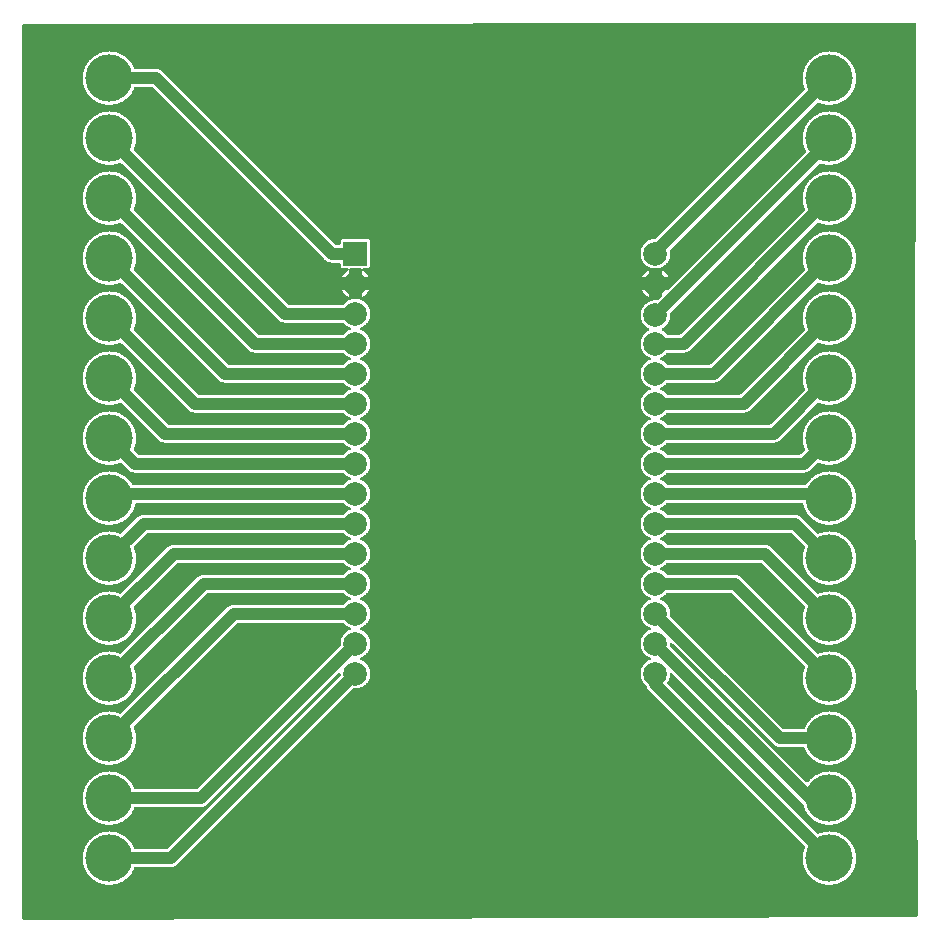
<source format=gbl>
G04 Layer: BottomLayer*
G04 EasyEDA v6.3.22, 2020-03-31T10:39:25+02:00*
G04 031d35559eb5429b949d46eb78df2012,abd45e37305a4832af207281f16f9658,10*
G04 Gerber Generator version 0.2*
G04 Scale: 100 percent, Rotated: No, Reflected: No *
G04 Dimensions in millimeters *
G04 leading zeros omitted , absolute positions ,3 integer and 3 decimal *
%FSLAX33Y33*%
%MOMM*%
G90*
G71D02*

%ADD11C,0.999998*%
%ADD12C,3.999992*%
%ADD13C,1.999996*%
%ADD14R,1.999996X1.999996*%

%LPD*%
G36*
G01X75982Y76195D02*
G01X75967Y76196D01*
G01X485Y76071D01*
G01X470Y76070D01*
G01X456Y76066D01*
G01X442Y76061D01*
G01X430Y76055D01*
G01X418Y76046D01*
G01X408Y76035D01*
G01X399Y76024D01*
G01X392Y76012D01*
G01X387Y75998D01*
G01X384Y75984D01*
G01X383Y75969D01*
G01X383Y359D01*
G01X384Y344D01*
G01X387Y330D01*
G01X392Y316D01*
G01X399Y304D01*
G01X408Y292D01*
G01X418Y282D01*
G01X430Y273D01*
G01X442Y266D01*
G01X456Y261D01*
G01X470Y258D01*
G01X485Y257D01*
G01X76093Y509D01*
G01X76108Y510D01*
G01X76122Y513D01*
G01X76135Y518D01*
G01X76148Y525D01*
G01X76160Y534D01*
G01X76170Y544D01*
G01X76179Y556D01*
G01X76185Y568D01*
G01X76190Y582D01*
G01X76193Y596D01*
G01X76194Y611D01*
G01X75943Y38860D01*
G01X75943Y38863D01*
G01X76069Y76094D01*
G01X76069Y76095D01*
G01X76068Y76109D01*
G01X76065Y76123D01*
G01X76060Y76137D01*
G01X76053Y76150D01*
G01X76044Y76161D01*
G01X76034Y76172D01*
G01X76022Y76180D01*
G01X76010Y76187D01*
G01X75996Y76192D01*
G01X75982Y76195D01*
G37*

%LPC*%
G36*
G01X68775Y68676D02*
G01X68707Y68677D01*
G01X68638Y68676D01*
G01X68570Y68673D01*
G01X68502Y68668D01*
G01X68435Y68661D01*
G01X68367Y68651D01*
G01X68300Y68640D01*
G01X68233Y68627D01*
G01X68166Y68612D01*
G01X68100Y68594D01*
G01X68035Y68575D01*
G01X67970Y68554D01*
G01X67906Y68530D01*
G01X67843Y68505D01*
G01X67780Y68478D01*
G01X67718Y68449D01*
G01X67658Y68418D01*
G01X67598Y68386D01*
G01X67539Y68351D01*
G01X67481Y68315D01*
G01X67425Y68278D01*
G01X67369Y68238D01*
G01X67315Y68197D01*
G01X67262Y68154D01*
G01X67210Y68110D01*
G01X67160Y68063D01*
G01X67111Y68016D01*
G01X67064Y67967D01*
G01X67017Y67917D01*
G01X66973Y67865D01*
G01X66930Y67812D01*
G01X66889Y67758D01*
G01X66849Y67702D01*
G01X66812Y67646D01*
G01X66776Y67588D01*
G01X66741Y67529D01*
G01X66709Y67469D01*
G01X66678Y67409D01*
G01X66649Y67347D01*
G01X66622Y67284D01*
G01X66597Y67221D01*
G01X66573Y67157D01*
G01X66552Y67092D01*
G01X66533Y67027D01*
G01X66515Y66961D01*
G01X66500Y66894D01*
G01X66487Y66827D01*
G01X66476Y66760D01*
G01X66466Y66692D01*
G01X66459Y66625D01*
G01X66454Y66557D01*
G01X66451Y66489D01*
G01X66450Y66421D01*
G01X66451Y66351D01*
G01X66454Y66281D01*
G01X66460Y66212D01*
G01X66467Y66143D01*
G01X66477Y66074D01*
G01X66489Y66005D01*
G01X66502Y65937D01*
G01X66519Y65869D01*
G01X66536Y65802D01*
G01X66557Y65735D01*
G01X66578Y65670D01*
G01X66603Y65604D01*
G01X66629Y65540D01*
G01X66657Y65476D01*
G01X66687Y65413D01*
G01X66719Y65352D01*
G01X66726Y65336D01*
G01X66730Y65320D01*
G01X66731Y65303D01*
G01X66730Y65288D01*
G01X66726Y65272D01*
G01X66720Y65257D01*
G01X66712Y65243D01*
G01X66701Y65231D01*
G01X55038Y53568D01*
G01X55026Y53557D01*
G01X55012Y53549D01*
G01X54998Y53543D01*
G01X54982Y53539D01*
G01X54966Y53538D01*
G01X54538Y53538D01*
G01X54538Y53110D01*
G01X54537Y53094D01*
G01X54533Y53078D01*
G01X54527Y53064D01*
G01X54519Y53050D01*
G01X54508Y53038D01*
G01X54184Y52714D01*
G01X54172Y52703D01*
G01X54158Y52695D01*
G01X54144Y52689D01*
G01X54128Y52685D01*
G01X54112Y52684D01*
G01X54102Y52685D01*
G01X54038Y52689D01*
G01X53975Y52691D01*
G01X53915Y52690D01*
G01X53855Y52685D01*
G01X53795Y52678D01*
G01X53736Y52668D01*
G01X53686Y52658D01*
G01X53637Y52645D01*
G01X53588Y52630D01*
G01X53540Y52614D01*
G01X53492Y52595D01*
G01X53446Y52574D01*
G01X53400Y52552D01*
G01X53355Y52528D01*
G01X53311Y52502D01*
G01X53268Y52474D01*
G01X53227Y52444D01*
G01X53187Y52413D01*
G01X53147Y52380D01*
G01X53110Y52346D01*
G01X53073Y52310D01*
G01X53039Y52273D01*
G01X53005Y52235D01*
G01X52974Y52194D01*
G01X52944Y52153D01*
G01X52915Y52111D01*
G01X52889Y52067D01*
G01X52864Y52023D01*
G01X52841Y51977D01*
G01X52820Y51931D01*
G01X52801Y51884D01*
G01X52784Y51835D01*
G01X52769Y51787D01*
G01X52755Y51737D01*
G01X52744Y51688D01*
G01X52734Y51638D01*
G01X52727Y51587D01*
G01X52722Y51537D01*
G01X52719Y51485D01*
G01X52718Y51435D01*
G01X52719Y51384D01*
G01X52722Y51333D01*
G01X52727Y51282D01*
G01X52734Y51232D01*
G01X52744Y51182D01*
G01X52755Y51132D01*
G01X52768Y51083D01*
G01X52783Y51034D01*
G01X52801Y50986D01*
G01X52820Y50939D01*
G01X52841Y50893D01*
G01X52864Y50847D01*
G01X52888Y50803D01*
G01X52915Y50759D01*
G01X52943Y50717D01*
G01X52973Y50676D01*
G01X53004Y50636D01*
G01X53037Y50597D01*
G01X53072Y50560D01*
G01X53108Y50524D01*
G01X53146Y50490D01*
G01X53185Y50457D01*
G01X53225Y50426D01*
G01X53266Y50397D01*
G01X53309Y50369D01*
G01X53353Y50342D01*
G01X53397Y50318D01*
G01X53411Y50310D01*
G01X53423Y50300D01*
G01X53433Y50287D01*
G01X53442Y50274D01*
G01X53448Y50259D01*
G01X53451Y50244D01*
G01X53452Y50228D01*
G01X53451Y50212D01*
G01X53448Y50197D01*
G01X53442Y50182D01*
G01X53433Y50169D01*
G01X53423Y50156D01*
G01X53411Y50146D01*
G01X53397Y50138D01*
G01X53353Y50114D01*
G01X53309Y50087D01*
G01X53266Y50059D01*
G01X53225Y50030D01*
G01X53185Y49999D01*
G01X53146Y49966D01*
G01X53108Y49932D01*
G01X53072Y49896D01*
G01X53037Y49859D01*
G01X53004Y49820D01*
G01X52973Y49780D01*
G01X52943Y49739D01*
G01X52915Y49697D01*
G01X52888Y49653D01*
G01X52864Y49609D01*
G01X52841Y49563D01*
G01X52820Y49517D01*
G01X52801Y49470D01*
G01X52783Y49422D01*
G01X52768Y49373D01*
G01X52755Y49324D01*
G01X52744Y49274D01*
G01X52734Y49224D01*
G01X52727Y49174D01*
G01X52722Y49123D01*
G01X52719Y49072D01*
G01X52718Y49022D01*
G01X52719Y48971D01*
G01X52722Y48920D01*
G01X52727Y48870D01*
G01X52734Y48820D01*
G01X52744Y48770D01*
G01X52754Y48721D01*
G01X52767Y48672D01*
G01X52799Y48576D01*
G01X52819Y48529D01*
G01X52839Y48483D01*
G01X52862Y48437D01*
G01X52886Y48393D01*
G01X52913Y48350D01*
G01X52941Y48308D01*
G01X52970Y48267D01*
G01X53001Y48226D01*
G01X53034Y48188D01*
G01X53068Y48151D01*
G01X53104Y48115D01*
G01X53141Y48081D01*
G01X53180Y48048D01*
G01X53220Y48017D01*
G01X53261Y47987D01*
G01X53303Y47959D01*
G01X53347Y47933D01*
G01X53391Y47909D01*
G01X53436Y47886D01*
G01X53482Y47865D01*
G01X53529Y47846D01*
G01X53543Y47840D01*
G01X53556Y47831D01*
G01X53567Y47821D01*
G01X53577Y47809D01*
G01X53584Y47796D01*
G01X53590Y47782D01*
G01X53594Y47767D01*
G01X53595Y47752D01*
G01X53594Y47736D01*
G01X53590Y47721D01*
G01X53584Y47707D01*
G01X53577Y47694D01*
G01X53567Y47682D01*
G01X53556Y47672D01*
G01X53543Y47663D01*
G01X53529Y47657D01*
G01X53482Y47638D01*
G01X53436Y47617D01*
G01X53391Y47594D01*
G01X53347Y47570D01*
G01X53303Y47544D01*
G01X53261Y47516D01*
G01X53220Y47486D01*
G01X53180Y47455D01*
G01X53141Y47422D01*
G01X53104Y47388D01*
G01X53068Y47352D01*
G01X53034Y47315D01*
G01X53001Y47277D01*
G01X52970Y47236D01*
G01X52941Y47195D01*
G01X52913Y47153D01*
G01X52886Y47110D01*
G01X52862Y47066D01*
G01X52839Y47020D01*
G01X52819Y46974D01*
G01X52799Y46927D01*
G01X52767Y46831D01*
G01X52754Y46782D01*
G01X52744Y46733D01*
G01X52734Y46683D01*
G01X52727Y46633D01*
G01X52722Y46583D01*
G01X52719Y46532D01*
G01X52718Y46482D01*
G01X52719Y46431D01*
G01X52722Y46380D01*
G01X52727Y46330D01*
G01X52734Y46280D01*
G01X52744Y46230D01*
G01X52754Y46181D01*
G01X52767Y46132D01*
G01X52799Y46036D01*
G01X52819Y45989D01*
G01X52839Y45943D01*
G01X52862Y45897D01*
G01X52886Y45853D01*
G01X52913Y45810D01*
G01X52941Y45768D01*
G01X52970Y45727D01*
G01X53001Y45686D01*
G01X53034Y45648D01*
G01X53068Y45611D01*
G01X53104Y45575D01*
G01X53141Y45541D01*
G01X53180Y45508D01*
G01X53220Y45477D01*
G01X53261Y45447D01*
G01X53303Y45419D01*
G01X53347Y45393D01*
G01X53391Y45369D01*
G01X53436Y45346D01*
G01X53482Y45325D01*
G01X53529Y45306D01*
G01X53543Y45300D01*
G01X53556Y45291D01*
G01X53567Y45281D01*
G01X53577Y45269D01*
G01X53584Y45256D01*
G01X53590Y45242D01*
G01X53594Y45227D01*
G01X53595Y45212D01*
G01X53594Y45196D01*
G01X53590Y45181D01*
G01X53584Y45167D01*
G01X53577Y45154D01*
G01X53567Y45142D01*
G01X53556Y45132D01*
G01X53543Y45123D01*
G01X53529Y45117D01*
G01X53482Y45098D01*
G01X53436Y45077D01*
G01X53391Y45054D01*
G01X53347Y45030D01*
G01X53303Y45004D01*
G01X53261Y44976D01*
G01X53220Y44946D01*
G01X53180Y44915D01*
G01X53141Y44882D01*
G01X53104Y44848D01*
G01X53068Y44812D01*
G01X53034Y44775D01*
G01X53001Y44737D01*
G01X52970Y44696D01*
G01X52941Y44655D01*
G01X52913Y44613D01*
G01X52886Y44570D01*
G01X52862Y44526D01*
G01X52839Y44480D01*
G01X52819Y44434D01*
G01X52799Y44387D01*
G01X52767Y44291D01*
G01X52754Y44242D01*
G01X52744Y44193D01*
G01X52734Y44143D01*
G01X52727Y44093D01*
G01X52722Y44043D01*
G01X52719Y43992D01*
G01X52718Y43942D01*
G01X52719Y43891D01*
G01X52722Y43840D01*
G01X52727Y43790D01*
G01X52734Y43740D01*
G01X52744Y43690D01*
G01X52754Y43641D01*
G01X52767Y43592D01*
G01X52799Y43496D01*
G01X52819Y43449D01*
G01X52839Y43403D01*
G01X52862Y43357D01*
G01X52886Y43313D01*
G01X52913Y43270D01*
G01X52941Y43228D01*
G01X52970Y43187D01*
G01X53001Y43146D01*
G01X53034Y43108D01*
G01X53068Y43071D01*
G01X53104Y43035D01*
G01X53141Y43001D01*
G01X53180Y42968D01*
G01X53220Y42937D01*
G01X53261Y42907D01*
G01X53303Y42879D01*
G01X53347Y42853D01*
G01X53391Y42829D01*
G01X53436Y42806D01*
G01X53482Y42785D01*
G01X53529Y42766D01*
G01X53543Y42760D01*
G01X53556Y42751D01*
G01X53567Y42741D01*
G01X53577Y42729D01*
G01X53584Y42716D01*
G01X53590Y42702D01*
G01X53594Y42687D01*
G01X53595Y42672D01*
G01X53594Y42656D01*
G01X53590Y42641D01*
G01X53584Y42627D01*
G01X53577Y42614D01*
G01X53567Y42602D01*
G01X53556Y42592D01*
G01X53543Y42583D01*
G01X53529Y42577D01*
G01X53482Y42558D01*
G01X53436Y42537D01*
G01X53391Y42514D01*
G01X53347Y42490D01*
G01X53303Y42464D01*
G01X53261Y42436D01*
G01X53220Y42406D01*
G01X53180Y42375D01*
G01X53141Y42342D01*
G01X53104Y42308D01*
G01X53068Y42272D01*
G01X53034Y42235D01*
G01X53001Y42197D01*
G01X52970Y42156D01*
G01X52941Y42115D01*
G01X52913Y42073D01*
G01X52886Y42030D01*
G01X52862Y41986D01*
G01X52839Y41940D01*
G01X52819Y41894D01*
G01X52799Y41847D01*
G01X52767Y41751D01*
G01X52754Y41702D01*
G01X52744Y41653D01*
G01X52734Y41603D01*
G01X52727Y41553D01*
G01X52722Y41503D01*
G01X52719Y41452D01*
G01X52718Y41402D01*
G01X52719Y41351D01*
G01X52722Y41300D01*
G01X52727Y41250D01*
G01X52734Y41200D01*
G01X52744Y41150D01*
G01X52754Y41101D01*
G01X52767Y41052D01*
G01X52799Y40956D01*
G01X52819Y40909D01*
G01X52839Y40863D01*
G01X52862Y40817D01*
G01X52886Y40773D01*
G01X52913Y40730D01*
G01X52941Y40688D01*
G01X52970Y40647D01*
G01X53001Y40606D01*
G01X53034Y40568D01*
G01X53068Y40531D01*
G01X53104Y40495D01*
G01X53141Y40461D01*
G01X53180Y40428D01*
G01X53220Y40397D01*
G01X53261Y40367D01*
G01X53303Y40339D01*
G01X53347Y40313D01*
G01X53391Y40289D01*
G01X53436Y40266D01*
G01X53482Y40245D01*
G01X53529Y40226D01*
G01X53543Y40220D01*
G01X53556Y40211D01*
G01X53567Y40201D01*
G01X53577Y40189D01*
G01X53584Y40176D01*
G01X53590Y40162D01*
G01X53594Y40147D01*
G01X53595Y40132D01*
G01X53594Y40116D01*
G01X53590Y40101D01*
G01X53584Y40087D01*
G01X53577Y40074D01*
G01X53567Y40062D01*
G01X53556Y40052D01*
G01X53543Y40043D01*
G01X53529Y40037D01*
G01X53482Y40018D01*
G01X53436Y39997D01*
G01X53391Y39974D01*
G01X53347Y39950D01*
G01X53303Y39924D01*
G01X53261Y39896D01*
G01X53220Y39866D01*
G01X53180Y39835D01*
G01X53141Y39802D01*
G01X53104Y39768D01*
G01X53068Y39732D01*
G01X53034Y39695D01*
G01X53001Y39657D01*
G01X52970Y39616D01*
G01X52941Y39575D01*
G01X52913Y39533D01*
G01X52886Y39490D01*
G01X52862Y39446D01*
G01X52839Y39400D01*
G01X52819Y39354D01*
G01X52799Y39307D01*
G01X52767Y39211D01*
G01X52754Y39162D01*
G01X52744Y39113D01*
G01X52734Y39063D01*
G01X52727Y39013D01*
G01X52722Y38963D01*
G01X52719Y38912D01*
G01X52718Y38862D01*
G01X52719Y38811D01*
G01X52722Y38760D01*
G01X52727Y38710D01*
G01X52734Y38660D01*
G01X52744Y38610D01*
G01X52754Y38561D01*
G01X52767Y38512D01*
G01X52799Y38416D01*
G01X52819Y38369D01*
G01X52839Y38323D01*
G01X52862Y38277D01*
G01X52886Y38233D01*
G01X52913Y38190D01*
G01X52941Y38148D01*
G01X52970Y38107D01*
G01X53001Y38066D01*
G01X53034Y38028D01*
G01X53068Y37991D01*
G01X53104Y37955D01*
G01X53141Y37921D01*
G01X53180Y37888D01*
G01X53220Y37857D01*
G01X53261Y37827D01*
G01X53303Y37799D01*
G01X53347Y37773D01*
G01X53391Y37749D01*
G01X53436Y37726D01*
G01X53482Y37705D01*
G01X53529Y37686D01*
G01X53543Y37680D01*
G01X53556Y37671D01*
G01X53567Y37661D01*
G01X53577Y37649D01*
G01X53584Y37636D01*
G01X53590Y37622D01*
G01X53594Y37607D01*
G01X53595Y37592D01*
G01X53594Y37576D01*
G01X53590Y37561D01*
G01X53584Y37547D01*
G01X53577Y37534D01*
G01X53567Y37522D01*
G01X53556Y37512D01*
G01X53543Y37503D01*
G01X53529Y37497D01*
G01X53482Y37478D01*
G01X53436Y37457D01*
G01X53391Y37434D01*
G01X53347Y37410D01*
G01X53303Y37384D01*
G01X53261Y37356D01*
G01X53220Y37326D01*
G01X53180Y37295D01*
G01X53141Y37262D01*
G01X53104Y37228D01*
G01X53068Y37192D01*
G01X53034Y37155D01*
G01X53001Y37117D01*
G01X52970Y37076D01*
G01X52941Y37035D01*
G01X52913Y36993D01*
G01X52886Y36950D01*
G01X52862Y36906D01*
G01X52839Y36860D01*
G01X52819Y36814D01*
G01X52799Y36767D01*
G01X52767Y36671D01*
G01X52754Y36622D01*
G01X52744Y36573D01*
G01X52734Y36523D01*
G01X52727Y36473D01*
G01X52722Y36423D01*
G01X52719Y36372D01*
G01X52718Y36322D01*
G01X52719Y36271D01*
G01X52722Y36220D01*
G01X52727Y36170D01*
G01X52734Y36120D01*
G01X52744Y36070D01*
G01X52754Y36021D01*
G01X52767Y35972D01*
G01X52799Y35876D01*
G01X52819Y35829D01*
G01X52839Y35783D01*
G01X52862Y35737D01*
G01X52886Y35693D01*
G01X52913Y35650D01*
G01X52941Y35608D01*
G01X52970Y35567D01*
G01X53001Y35526D01*
G01X53034Y35488D01*
G01X53068Y35451D01*
G01X53104Y35415D01*
G01X53141Y35381D01*
G01X53180Y35348D01*
G01X53220Y35317D01*
G01X53261Y35287D01*
G01X53303Y35259D01*
G01X53347Y35233D01*
G01X53391Y35209D01*
G01X53436Y35186D01*
G01X53482Y35165D01*
G01X53529Y35146D01*
G01X53543Y35140D01*
G01X53556Y35131D01*
G01X53567Y35121D01*
G01X53577Y35109D01*
G01X53584Y35096D01*
G01X53590Y35082D01*
G01X53594Y35067D01*
G01X53595Y35052D01*
G01X53594Y35036D01*
G01X53590Y35021D01*
G01X53584Y35007D01*
G01X53577Y34994D01*
G01X53567Y34982D01*
G01X53556Y34972D01*
G01X53543Y34963D01*
G01X53529Y34957D01*
G01X53482Y34938D01*
G01X53436Y34917D01*
G01X53391Y34894D01*
G01X53347Y34870D01*
G01X53303Y34844D01*
G01X53261Y34816D01*
G01X53220Y34786D01*
G01X53180Y34755D01*
G01X53141Y34722D01*
G01X53104Y34688D01*
G01X53068Y34652D01*
G01X53034Y34615D01*
G01X53001Y34577D01*
G01X52970Y34536D01*
G01X52941Y34495D01*
G01X52913Y34453D01*
G01X52886Y34410D01*
G01X52862Y34366D01*
G01X52839Y34320D01*
G01X52819Y34274D01*
G01X52799Y34227D01*
G01X52767Y34131D01*
G01X52754Y34082D01*
G01X52744Y34033D01*
G01X52734Y33983D01*
G01X52727Y33933D01*
G01X52722Y33883D01*
G01X52719Y33832D01*
G01X52718Y33782D01*
G01X52719Y33731D01*
G01X52722Y33680D01*
G01X52727Y33630D01*
G01X52734Y33580D01*
G01X52744Y33530D01*
G01X52754Y33481D01*
G01X52767Y33432D01*
G01X52799Y33336D01*
G01X52819Y33289D01*
G01X52839Y33243D01*
G01X52862Y33197D01*
G01X52886Y33153D01*
G01X52913Y33110D01*
G01X52941Y33068D01*
G01X52970Y33027D01*
G01X53001Y32986D01*
G01X53034Y32948D01*
G01X53068Y32911D01*
G01X53104Y32875D01*
G01X53141Y32841D01*
G01X53180Y32808D01*
G01X53220Y32777D01*
G01X53261Y32747D01*
G01X53303Y32719D01*
G01X53347Y32693D01*
G01X53391Y32669D01*
G01X53436Y32646D01*
G01X53482Y32625D01*
G01X53529Y32606D01*
G01X53543Y32600D01*
G01X53556Y32591D01*
G01X53567Y32581D01*
G01X53577Y32569D01*
G01X53584Y32556D01*
G01X53590Y32542D01*
G01X53594Y32527D01*
G01X53595Y32512D01*
G01X53594Y32496D01*
G01X53590Y32481D01*
G01X53584Y32467D01*
G01X53577Y32454D01*
G01X53567Y32442D01*
G01X53556Y32432D01*
G01X53543Y32423D01*
G01X53529Y32417D01*
G01X53482Y32398D01*
G01X53436Y32377D01*
G01X53391Y32354D01*
G01X53347Y32330D01*
G01X53303Y32304D01*
G01X53261Y32276D01*
G01X53220Y32246D01*
G01X53180Y32215D01*
G01X53141Y32182D01*
G01X53104Y32148D01*
G01X53068Y32112D01*
G01X53034Y32075D01*
G01X53001Y32037D01*
G01X52970Y31996D01*
G01X52941Y31955D01*
G01X52913Y31913D01*
G01X52886Y31870D01*
G01X52862Y31826D01*
G01X52839Y31780D01*
G01X52819Y31734D01*
G01X52799Y31687D01*
G01X52767Y31591D01*
G01X52754Y31542D01*
G01X52744Y31493D01*
G01X52734Y31443D01*
G01X52727Y31393D01*
G01X52722Y31343D01*
G01X52719Y31292D01*
G01X52718Y31242D01*
G01X52719Y31191D01*
G01X52722Y31140D01*
G01X52727Y31090D01*
G01X52734Y31040D01*
G01X52744Y30990D01*
G01X52754Y30941D01*
G01X52767Y30892D01*
G01X52799Y30796D01*
G01X52819Y30749D01*
G01X52839Y30703D01*
G01X52862Y30657D01*
G01X52886Y30613D01*
G01X52913Y30570D01*
G01X52941Y30528D01*
G01X52970Y30487D01*
G01X53001Y30446D01*
G01X53034Y30408D01*
G01X53068Y30371D01*
G01X53104Y30335D01*
G01X53141Y30301D01*
G01X53180Y30268D01*
G01X53220Y30237D01*
G01X53261Y30207D01*
G01X53303Y30179D01*
G01X53347Y30153D01*
G01X53391Y30129D01*
G01X53436Y30106D01*
G01X53482Y30085D01*
G01X53529Y30066D01*
G01X53543Y30060D01*
G01X53556Y30051D01*
G01X53567Y30041D01*
G01X53577Y30029D01*
G01X53584Y30016D01*
G01X53590Y30002D01*
G01X53594Y29987D01*
G01X53595Y29972D01*
G01X53594Y29956D01*
G01X53590Y29941D01*
G01X53584Y29927D01*
G01X53577Y29914D01*
G01X53567Y29902D01*
G01X53556Y29892D01*
G01X53543Y29883D01*
G01X53529Y29877D01*
G01X53482Y29858D01*
G01X53436Y29837D01*
G01X53391Y29814D01*
G01X53347Y29790D01*
G01X53303Y29764D01*
G01X53261Y29736D01*
G01X53220Y29706D01*
G01X53180Y29675D01*
G01X53141Y29642D01*
G01X53104Y29608D01*
G01X53068Y29572D01*
G01X53034Y29535D01*
G01X53001Y29497D01*
G01X52970Y29456D01*
G01X52941Y29415D01*
G01X52913Y29373D01*
G01X52886Y29330D01*
G01X52862Y29286D01*
G01X52839Y29240D01*
G01X52819Y29194D01*
G01X52799Y29147D01*
G01X52767Y29051D01*
G01X52754Y29002D01*
G01X52744Y28953D01*
G01X52734Y28903D01*
G01X52727Y28853D01*
G01X52722Y28803D01*
G01X52719Y28752D01*
G01X52718Y28702D01*
G01X52719Y28651D01*
G01X52722Y28600D01*
G01X52727Y28550D01*
G01X52734Y28500D01*
G01X52744Y28450D01*
G01X52754Y28401D01*
G01X52767Y28352D01*
G01X52799Y28256D01*
G01X52819Y28209D01*
G01X52839Y28163D01*
G01X52862Y28117D01*
G01X52886Y28073D01*
G01X52913Y28030D01*
G01X52941Y27988D01*
G01X52970Y27947D01*
G01X53001Y27906D01*
G01X53034Y27868D01*
G01X53068Y27831D01*
G01X53104Y27795D01*
G01X53141Y27761D01*
G01X53180Y27728D01*
G01X53220Y27697D01*
G01X53261Y27667D01*
G01X53303Y27639D01*
G01X53347Y27613D01*
G01X53391Y27589D01*
G01X53436Y27566D01*
G01X53482Y27545D01*
G01X53529Y27526D01*
G01X53543Y27520D01*
G01X53556Y27511D01*
G01X53567Y27501D01*
G01X53577Y27489D01*
G01X53584Y27476D01*
G01X53590Y27462D01*
G01X53594Y27447D01*
G01X53595Y27432D01*
G01X53594Y27416D01*
G01X53590Y27401D01*
G01X53584Y27387D01*
G01X53577Y27374D01*
G01X53567Y27362D01*
G01X53556Y27352D01*
G01X53543Y27343D01*
G01X53529Y27337D01*
G01X53482Y27318D01*
G01X53436Y27297D01*
G01X53391Y27274D01*
G01X53347Y27250D01*
G01X53303Y27224D01*
G01X53261Y27196D01*
G01X53220Y27166D01*
G01X53180Y27135D01*
G01X53141Y27102D01*
G01X53104Y27068D01*
G01X53068Y27032D01*
G01X53034Y26995D01*
G01X53001Y26957D01*
G01X52970Y26916D01*
G01X52941Y26875D01*
G01X52913Y26833D01*
G01X52886Y26790D01*
G01X52862Y26746D01*
G01X52839Y26700D01*
G01X52819Y26654D01*
G01X52799Y26607D01*
G01X52767Y26511D01*
G01X52754Y26462D01*
G01X52744Y26413D01*
G01X52734Y26363D01*
G01X52727Y26313D01*
G01X52722Y26263D01*
G01X52719Y26212D01*
G01X52718Y26162D01*
G01X52719Y26111D01*
G01X52722Y26060D01*
G01X52727Y26010D01*
G01X52734Y25960D01*
G01X52744Y25910D01*
G01X52754Y25861D01*
G01X52767Y25812D01*
G01X52799Y25716D01*
G01X52819Y25669D01*
G01X52839Y25623D01*
G01X52862Y25577D01*
G01X52886Y25533D01*
G01X52913Y25490D01*
G01X52941Y25448D01*
G01X52970Y25407D01*
G01X53001Y25366D01*
G01X53034Y25328D01*
G01X53068Y25291D01*
G01X53104Y25255D01*
G01X53141Y25221D01*
G01X53180Y25188D01*
G01X53220Y25157D01*
G01X53261Y25127D01*
G01X53303Y25099D01*
G01X53347Y25073D01*
G01X53391Y25049D01*
G01X53436Y25026D01*
G01X53482Y25005D01*
G01X53529Y24986D01*
G01X53543Y24980D01*
G01X53556Y24971D01*
G01X53567Y24961D01*
G01X53577Y24949D01*
G01X53584Y24936D01*
G01X53590Y24922D01*
G01X53594Y24907D01*
G01X53595Y24892D01*
G01X53594Y24876D01*
G01X53590Y24861D01*
G01X53584Y24847D01*
G01X53577Y24834D01*
G01X53567Y24822D01*
G01X53556Y24812D01*
G01X53543Y24803D01*
G01X53529Y24797D01*
G01X53482Y24778D01*
G01X53436Y24757D01*
G01X53391Y24734D01*
G01X53347Y24710D01*
G01X53303Y24684D01*
G01X53261Y24656D01*
G01X53220Y24626D01*
G01X53180Y24595D01*
G01X53141Y24562D01*
G01X53104Y24528D01*
G01X53068Y24492D01*
G01X53034Y24455D01*
G01X53001Y24417D01*
G01X52970Y24376D01*
G01X52941Y24335D01*
G01X52913Y24293D01*
G01X52886Y24250D01*
G01X52862Y24206D01*
G01X52839Y24160D01*
G01X52819Y24114D01*
G01X52799Y24067D01*
G01X52767Y23971D01*
G01X52754Y23922D01*
G01X52744Y23873D01*
G01X52734Y23823D01*
G01X52727Y23773D01*
G01X52722Y23723D01*
G01X52719Y23672D01*
G01X52718Y23622D01*
G01X52719Y23571D01*
G01X52722Y23520D01*
G01X52727Y23470D01*
G01X52734Y23420D01*
G01X52744Y23370D01*
G01X52754Y23321D01*
G01X52767Y23272D01*
G01X52799Y23176D01*
G01X52819Y23129D01*
G01X52839Y23083D01*
G01X52862Y23037D01*
G01X52886Y22993D01*
G01X52913Y22950D01*
G01X52941Y22908D01*
G01X52970Y22867D01*
G01X53001Y22826D01*
G01X53034Y22788D01*
G01X53068Y22751D01*
G01X53104Y22715D01*
G01X53141Y22681D01*
G01X53180Y22648D01*
G01X53220Y22617D01*
G01X53261Y22587D01*
G01X53303Y22559D01*
G01X53347Y22533D01*
G01X53391Y22509D01*
G01X53436Y22486D01*
G01X53482Y22465D01*
G01X53529Y22446D01*
G01X53543Y22440D01*
G01X53556Y22431D01*
G01X53567Y22421D01*
G01X53577Y22409D01*
G01X53584Y22396D01*
G01X53590Y22382D01*
G01X53594Y22367D01*
G01X53595Y22352D01*
G01X53594Y22336D01*
G01X53590Y22321D01*
G01X53584Y22307D01*
G01X53577Y22294D01*
G01X53567Y22282D01*
G01X53556Y22272D01*
G01X53543Y22263D01*
G01X53529Y22257D01*
G01X53482Y22238D01*
G01X53436Y22217D01*
G01X53391Y22194D01*
G01X53347Y22170D01*
G01X53303Y22144D01*
G01X53261Y22116D01*
G01X53220Y22086D01*
G01X53180Y22055D01*
G01X53141Y22022D01*
G01X53104Y21988D01*
G01X53068Y21952D01*
G01X53034Y21915D01*
G01X53001Y21877D01*
G01X52970Y21836D01*
G01X52941Y21795D01*
G01X52913Y21753D01*
G01X52886Y21710D01*
G01X52862Y21666D01*
G01X52839Y21620D01*
G01X52819Y21574D01*
G01X52799Y21527D01*
G01X52767Y21431D01*
G01X52754Y21382D01*
G01X52744Y21333D01*
G01X52734Y21283D01*
G01X52727Y21233D01*
G01X52722Y21183D01*
G01X52719Y21132D01*
G01X52718Y21082D01*
G01X52719Y21030D01*
G01X52722Y20978D01*
G01X52727Y20927D01*
G01X52735Y20876D01*
G01X52745Y20825D01*
G01X52756Y20775D01*
G01X52770Y20725D01*
G01X52785Y20676D01*
G01X52803Y20627D01*
G01X52823Y20579D01*
G01X52844Y20532D01*
G01X52868Y20486D01*
G01X52893Y20441D01*
G01X52920Y20397D01*
G01X52949Y20355D01*
G01X52980Y20313D01*
G01X53013Y20273D01*
G01X53047Y20234D01*
G01X53082Y20197D01*
G01X53120Y20161D01*
G01X53158Y20126D01*
G01X53198Y20093D01*
G01X53211Y20082D01*
G01X53222Y20068D01*
G01X53229Y20052D01*
G01X53234Y20035D01*
G01X53244Y19996D01*
G01X53255Y19958D01*
G01X53268Y19921D01*
G01X53300Y19849D01*
G01X53319Y19814D01*
G01X53340Y19781D01*
G01X53362Y19748D01*
G01X53412Y19686D01*
G01X66619Y6479D01*
G01X66629Y6466D01*
G01X66637Y6453D01*
G01X66643Y6438D01*
G01X66647Y6423D01*
G01X66648Y6407D01*
G01X66646Y6386D01*
G01X66639Y6366D01*
G01X66612Y6300D01*
G01X66586Y6233D01*
G01X66563Y6165D01*
G01X66541Y6097D01*
G01X66523Y6028D01*
G01X66505Y5958D01*
G01X66491Y5888D01*
G01X66478Y5818D01*
G01X66468Y5747D01*
G01X66460Y5675D01*
G01X66455Y5604D01*
G01X66451Y5532D01*
G01X66450Y5461D01*
G01X66451Y5392D01*
G01X66454Y5324D01*
G01X66459Y5256D01*
G01X66466Y5189D01*
G01X66476Y5121D01*
G01X66487Y5054D01*
G01X66500Y4987D01*
G01X66515Y4920D01*
G01X66533Y4854D01*
G01X66552Y4789D01*
G01X66573Y4724D01*
G01X66597Y4660D01*
G01X66622Y4597D01*
G01X66649Y4534D01*
G01X66678Y4472D01*
G01X66709Y4412D01*
G01X66741Y4352D01*
G01X66776Y4293D01*
G01X66812Y4235D01*
G01X66849Y4179D01*
G01X66889Y4123D01*
G01X66930Y4069D01*
G01X66973Y4016D01*
G01X67017Y3964D01*
G01X67064Y3914D01*
G01X67111Y3865D01*
G01X67160Y3818D01*
G01X67210Y3771D01*
G01X67262Y3727D01*
G01X67315Y3684D01*
G01X67369Y3643D01*
G01X67425Y3603D01*
G01X67481Y3566D01*
G01X67539Y3530D01*
G01X67598Y3495D01*
G01X67658Y3463D01*
G01X67718Y3432D01*
G01X67780Y3403D01*
G01X67843Y3376D01*
G01X67906Y3351D01*
G01X67970Y3327D01*
G01X68035Y3306D01*
G01X68100Y3287D01*
G01X68166Y3269D01*
G01X68233Y3254D01*
G01X68300Y3241D01*
G01X68367Y3230D01*
G01X68435Y3220D01*
G01X68502Y3213D01*
G01X68570Y3208D01*
G01X68638Y3205D01*
G01X68707Y3204D01*
G01X68775Y3205D01*
G01X68843Y3208D01*
G01X68911Y3213D01*
G01X68978Y3220D01*
G01X69046Y3230D01*
G01X69113Y3241D01*
G01X69180Y3254D01*
G01X69247Y3269D01*
G01X69313Y3287D01*
G01X69378Y3306D01*
G01X69443Y3327D01*
G01X69507Y3351D01*
G01X69570Y3376D01*
G01X69633Y3403D01*
G01X69695Y3432D01*
G01X69755Y3463D01*
G01X69815Y3495D01*
G01X69874Y3530D01*
G01X69932Y3566D01*
G01X69988Y3603D01*
G01X70044Y3643D01*
G01X70098Y3684D01*
G01X70151Y3727D01*
G01X70203Y3771D01*
G01X70253Y3818D01*
G01X70302Y3865D01*
G01X70349Y3914D01*
G01X70396Y3964D01*
G01X70440Y4016D01*
G01X70483Y4069D01*
G01X70524Y4123D01*
G01X70564Y4179D01*
G01X70601Y4235D01*
G01X70637Y4293D01*
G01X70672Y4352D01*
G01X70704Y4412D01*
G01X70735Y4472D01*
G01X70764Y4534D01*
G01X70791Y4597D01*
G01X70816Y4660D01*
G01X70840Y4724D01*
G01X70861Y4789D01*
G01X70880Y4854D01*
G01X70898Y4920D01*
G01X70913Y4987D01*
G01X70926Y5054D01*
G01X70937Y5121D01*
G01X70947Y5189D01*
G01X70954Y5256D01*
G01X70959Y5324D01*
G01X70962Y5392D01*
G01X70963Y5461D01*
G01X70962Y5529D01*
G01X70959Y5597D01*
G01X70954Y5665D01*
G01X70947Y5732D01*
G01X70937Y5800D01*
G01X70926Y5867D01*
G01X70913Y5934D01*
G01X70898Y6001D01*
G01X70880Y6067D01*
G01X70861Y6132D01*
G01X70840Y6197D01*
G01X70816Y6261D01*
G01X70791Y6324D01*
G01X70764Y6387D01*
G01X70735Y6449D01*
G01X70704Y6509D01*
G01X70672Y6569D01*
G01X70637Y6628D01*
G01X70601Y6686D01*
G01X70564Y6742D01*
G01X70524Y6798D01*
G01X70483Y6852D01*
G01X70440Y6905D01*
G01X70396Y6957D01*
G01X70349Y7007D01*
G01X70302Y7056D01*
G01X70253Y7103D01*
G01X70203Y7150D01*
G01X70151Y7194D01*
G01X70098Y7237D01*
G01X70044Y7278D01*
G01X69988Y7318D01*
G01X69932Y7355D01*
G01X69874Y7391D01*
G01X69815Y7426D01*
G01X69755Y7458D01*
G01X69695Y7489D01*
G01X69633Y7518D01*
G01X69570Y7545D01*
G01X69507Y7570D01*
G01X69443Y7594D01*
G01X69378Y7615D01*
G01X69313Y7634D01*
G01X69247Y7652D01*
G01X69180Y7667D01*
G01X69113Y7680D01*
G01X69046Y7691D01*
G01X68978Y7701D01*
G01X68911Y7708D01*
G01X68843Y7713D01*
G01X68775Y7716D01*
G01X68707Y7717D01*
G01X68635Y7716D01*
G01X68563Y7712D01*
G01X68492Y7707D01*
G01X68420Y7699D01*
G01X68349Y7689D01*
G01X68279Y7676D01*
G01X68209Y7662D01*
G01X68139Y7644D01*
G01X68070Y7626D01*
G01X68002Y7604D01*
G01X67934Y7581D01*
G01X67867Y7555D01*
G01X67801Y7528D01*
G01X67781Y7521D01*
G01X67760Y7519D01*
G01X67744Y7520D01*
G01X67729Y7524D01*
G01X67714Y7530D01*
G01X67701Y7538D01*
G01X67688Y7548D01*
G01X55011Y20226D01*
G01X55001Y20238D01*
G01X54993Y20251D01*
G01X54987Y20266D01*
G01X54983Y20281D01*
G01X54982Y20297D01*
G01X54983Y20313D01*
G01X54986Y20328D01*
G01X55000Y20356D01*
G01X55030Y20400D01*
G01X55058Y20445D01*
G01X55084Y20492D01*
G01X55108Y20539D01*
G01X55130Y20588D01*
G01X55150Y20637D01*
G01X55167Y20687D01*
G01X55183Y20738D01*
G01X55197Y20789D01*
G01X55208Y20841D01*
G01X55217Y20894D01*
G01X55224Y20946D01*
G01X55228Y20999D01*
G01X55231Y21053D01*
G01X55232Y21068D01*
G01X55236Y21084D01*
G01X55242Y21098D01*
G01X55251Y21111D01*
G01X55261Y21123D01*
G01X55273Y21133D01*
G01X55287Y21141D01*
G01X55301Y21147D01*
G01X55317Y21151D01*
G01X55332Y21152D01*
G01X55348Y21151D01*
G01X55364Y21147D01*
G01X55379Y21140D01*
G01X55392Y21132D01*
G01X55404Y21122D01*
G01X66492Y10034D01*
G01X66504Y10020D01*
G01X66513Y10004D01*
G01X66519Y9987D01*
G01X66536Y9921D01*
G01X66556Y9856D01*
G01X66577Y9792D01*
G01X66601Y9728D01*
G01X66627Y9666D01*
G01X66654Y9603D01*
G01X66683Y9542D01*
G01X66714Y9482D01*
G01X66747Y9422D01*
G01X66781Y9364D01*
G01X66817Y9307D01*
G01X66855Y9250D01*
G01X66895Y9195D01*
G01X66936Y9141D01*
G01X66979Y9089D01*
G01X67023Y9037D01*
G01X67069Y8988D01*
G01X67117Y8939D01*
G01X67166Y8892D01*
G01X67216Y8846D01*
G01X67267Y8802D01*
G01X67320Y8760D01*
G01X67375Y8719D01*
G01X67430Y8680D01*
G01X67486Y8642D01*
G01X67544Y8607D01*
G01X67603Y8573D01*
G01X67663Y8540D01*
G01X67723Y8510D01*
G01X67784Y8481D01*
G01X67847Y8454D01*
G01X67910Y8429D01*
G01X67974Y8406D01*
G01X68038Y8385D01*
G01X68104Y8366D01*
G01X68169Y8349D01*
G01X68235Y8334D01*
G01X68302Y8321D01*
G01X68369Y8309D01*
G01X68436Y8300D01*
G01X68503Y8293D01*
G01X68571Y8288D01*
G01X68638Y8285D01*
G01X68707Y8284D01*
G01X68775Y8285D01*
G01X68843Y8288D01*
G01X68911Y8293D01*
G01X68978Y8300D01*
G01X69046Y8310D01*
G01X69113Y8321D01*
G01X69180Y8334D01*
G01X69247Y8349D01*
G01X69313Y8367D01*
G01X69378Y8386D01*
G01X69443Y8407D01*
G01X69507Y8431D01*
G01X69570Y8456D01*
G01X69633Y8483D01*
G01X69695Y8512D01*
G01X69755Y8543D01*
G01X69815Y8575D01*
G01X69874Y8610D01*
G01X69932Y8646D01*
G01X69988Y8683D01*
G01X70044Y8723D01*
G01X70098Y8764D01*
G01X70151Y8807D01*
G01X70203Y8851D01*
G01X70253Y8898D01*
G01X70302Y8945D01*
G01X70349Y8994D01*
G01X70396Y9044D01*
G01X70440Y9096D01*
G01X70483Y9149D01*
G01X70524Y9203D01*
G01X70564Y9259D01*
G01X70601Y9315D01*
G01X70637Y9373D01*
G01X70672Y9432D01*
G01X70704Y9492D01*
G01X70735Y9552D01*
G01X70764Y9614D01*
G01X70791Y9677D01*
G01X70816Y9740D01*
G01X70840Y9804D01*
G01X70861Y9869D01*
G01X70880Y9934D01*
G01X70898Y10000D01*
G01X70913Y10067D01*
G01X70926Y10134D01*
G01X70937Y10201D01*
G01X70947Y10269D01*
G01X70954Y10336D01*
G01X70959Y10404D01*
G01X70962Y10472D01*
G01X70963Y10541D01*
G01X70962Y10609D01*
G01X70959Y10677D01*
G01X70954Y10745D01*
G01X70947Y10812D01*
G01X70937Y10880D01*
G01X70926Y10947D01*
G01X70913Y11014D01*
G01X70898Y11081D01*
G01X70880Y11147D01*
G01X70861Y11212D01*
G01X70840Y11277D01*
G01X70816Y11341D01*
G01X70791Y11404D01*
G01X70764Y11467D01*
G01X70735Y11529D01*
G01X70704Y11589D01*
G01X70672Y11649D01*
G01X70637Y11708D01*
G01X70601Y11766D01*
G01X70564Y11822D01*
G01X70524Y11878D01*
G01X70483Y11932D01*
G01X70440Y11985D01*
G01X70396Y12037D01*
G01X70349Y12087D01*
G01X70302Y12136D01*
G01X70253Y12183D01*
G01X70203Y12230D01*
G01X70151Y12274D01*
G01X70098Y12317D01*
G01X70044Y12358D01*
G01X69988Y12398D01*
G01X69932Y12435D01*
G01X69874Y12471D01*
G01X69815Y12506D01*
G01X69755Y12538D01*
G01X69695Y12569D01*
G01X69633Y12598D01*
G01X69570Y12625D01*
G01X69507Y12650D01*
G01X69443Y12674D01*
G01X69378Y12695D01*
G01X69313Y12714D01*
G01X69247Y12732D01*
G01X69180Y12747D01*
G01X69113Y12760D01*
G01X69046Y12771D01*
G01X68978Y12781D01*
G01X68911Y12788D01*
G01X68843Y12793D01*
G01X68775Y12796D01*
G01X68707Y12797D01*
G01X68637Y12796D01*
G01X68569Y12793D01*
G01X68500Y12787D01*
G01X68431Y12780D01*
G01X68363Y12771D01*
G01X68295Y12759D01*
G01X68227Y12746D01*
G01X68160Y12730D01*
G01X68093Y12712D01*
G01X68027Y12692D01*
G01X67962Y12671D01*
G01X67897Y12647D01*
G01X67833Y12621D01*
G01X67770Y12593D01*
G01X67708Y12564D01*
G01X67646Y12532D01*
G01X67586Y12499D01*
G01X67527Y12464D01*
G01X67469Y12427D01*
G01X67412Y12389D01*
G01X67356Y12348D01*
G01X67301Y12306D01*
G01X67248Y12262D01*
G01X67196Y12217D01*
G01X67145Y12170D01*
G01X67096Y12121D01*
G01X67048Y12071D01*
G01X67003Y12020D01*
G01X66958Y11967D01*
G01X66915Y11913D01*
G01X66905Y11901D01*
G01X66893Y11892D01*
G01X66880Y11884D01*
G01X66866Y11878D01*
G01X66850Y11875D01*
G01X66835Y11873D01*
G01X66819Y11875D01*
G01X66804Y11878D01*
G01X66789Y11884D01*
G01X66775Y11893D01*
G01X66763Y11903D01*
G01X55254Y23412D01*
G01X55243Y23424D01*
G01X55235Y23438D01*
G01X55229Y23452D01*
G01X55225Y23468D01*
G01X55224Y23484D01*
G01X55225Y23494D01*
G01X55231Y23593D01*
G01X55232Y23608D01*
G01X55236Y23624D01*
G01X55242Y23638D01*
G01X55251Y23651D01*
G01X55261Y23663D01*
G01X55273Y23673D01*
G01X55287Y23681D01*
G01X55301Y23687D01*
G01X55317Y23691D01*
G01X55332Y23692D01*
G01X55348Y23691D01*
G01X55364Y23687D01*
G01X55379Y23680D01*
G01X55392Y23672D01*
G01X55404Y23662D01*
G01X63981Y15086D01*
G01X64009Y15058D01*
G01X64071Y15008D01*
G01X64104Y14986D01*
G01X64137Y14965D01*
G01X64172Y14946D01*
G01X64244Y14914D01*
G01X64282Y14901D01*
G01X64320Y14889D01*
G01X64358Y14880D01*
G01X64397Y14873D01*
G01X64436Y14868D01*
G01X64476Y14865D01*
G01X64516Y14864D01*
G01X66510Y14864D01*
G01X66525Y14863D01*
G01X66540Y14860D01*
G01X66554Y14854D01*
G01X66567Y14846D01*
G01X66579Y14837D01*
G01X66590Y14825D01*
G01X66598Y14813D01*
G01X66605Y14800D01*
G01X66631Y14735D01*
G01X66659Y14672D01*
G01X66689Y14610D01*
G01X66721Y14548D01*
G01X66755Y14487D01*
G01X66791Y14428D01*
G01X66828Y14370D01*
G01X66868Y14312D01*
G01X66909Y14257D01*
G01X66951Y14202D01*
G01X66996Y14149D01*
G01X67042Y14097D01*
G01X67090Y14047D01*
G01X67139Y13997D01*
G01X67189Y13950D01*
G01X67241Y13904D01*
G01X67295Y13860D01*
G01X67350Y13818D01*
G01X67406Y13777D01*
G01X67463Y13738D01*
G01X67521Y13700D01*
G01X67581Y13665D01*
G01X67641Y13631D01*
G01X67703Y13600D01*
G01X67766Y13570D01*
G01X67829Y13542D01*
G01X67893Y13516D01*
G01X67958Y13491D01*
G01X68024Y13470D01*
G01X68090Y13450D01*
G01X68157Y13432D01*
G01X68225Y13416D01*
G01X68293Y13402D01*
G01X68361Y13390D01*
G01X68430Y13381D01*
G01X68499Y13374D01*
G01X68568Y13368D01*
G01X68637Y13365D01*
G01X68707Y13364D01*
G01X68775Y13365D01*
G01X68843Y13368D01*
G01X68911Y13373D01*
G01X68978Y13380D01*
G01X69046Y13390D01*
G01X69113Y13401D01*
G01X69180Y13414D01*
G01X69247Y13429D01*
G01X69313Y13447D01*
G01X69378Y13466D01*
G01X69443Y13487D01*
G01X69507Y13511D01*
G01X69570Y13536D01*
G01X69633Y13563D01*
G01X69695Y13592D01*
G01X69755Y13623D01*
G01X69815Y13655D01*
G01X69874Y13690D01*
G01X69932Y13726D01*
G01X69988Y13763D01*
G01X70044Y13803D01*
G01X70098Y13844D01*
G01X70151Y13887D01*
G01X70203Y13931D01*
G01X70253Y13978D01*
G01X70302Y14025D01*
G01X70349Y14074D01*
G01X70396Y14124D01*
G01X70440Y14176D01*
G01X70483Y14229D01*
G01X70524Y14283D01*
G01X70564Y14339D01*
G01X70601Y14395D01*
G01X70637Y14453D01*
G01X70672Y14512D01*
G01X70704Y14572D01*
G01X70735Y14632D01*
G01X70764Y14694D01*
G01X70791Y14757D01*
G01X70816Y14820D01*
G01X70840Y14884D01*
G01X70861Y14949D01*
G01X70880Y15014D01*
G01X70898Y15080D01*
G01X70913Y15147D01*
G01X70926Y15214D01*
G01X70937Y15281D01*
G01X70947Y15349D01*
G01X70954Y15416D01*
G01X70959Y15484D01*
G01X70962Y15552D01*
G01X70963Y15621D01*
G01X70962Y15689D01*
G01X70959Y15757D01*
G01X70954Y15825D01*
G01X70947Y15892D01*
G01X70937Y15960D01*
G01X70926Y16027D01*
G01X70913Y16094D01*
G01X70898Y16161D01*
G01X70880Y16227D01*
G01X70861Y16292D01*
G01X70840Y16357D01*
G01X70816Y16421D01*
G01X70791Y16484D01*
G01X70764Y16547D01*
G01X70735Y16609D01*
G01X70704Y16669D01*
G01X70672Y16729D01*
G01X70637Y16788D01*
G01X70601Y16846D01*
G01X70564Y16902D01*
G01X70524Y16958D01*
G01X70483Y17012D01*
G01X70440Y17065D01*
G01X70396Y17117D01*
G01X70349Y17167D01*
G01X70302Y17216D01*
G01X70253Y17263D01*
G01X70203Y17310D01*
G01X70151Y17354D01*
G01X70098Y17397D01*
G01X70044Y17438D01*
G01X69988Y17478D01*
G01X69932Y17515D01*
G01X69874Y17551D01*
G01X69815Y17586D01*
G01X69755Y17618D01*
G01X69695Y17649D01*
G01X69633Y17678D01*
G01X69570Y17705D01*
G01X69507Y17730D01*
G01X69443Y17754D01*
G01X69378Y17775D01*
G01X69313Y17794D01*
G01X69247Y17812D01*
G01X69180Y17827D01*
G01X69113Y17840D01*
G01X69046Y17851D01*
G01X68978Y17861D01*
G01X68911Y17868D01*
G01X68843Y17873D01*
G01X68775Y17876D01*
G01X68707Y17877D01*
G01X68637Y17876D01*
G01X68568Y17873D01*
G01X68499Y17867D01*
G01X68430Y17860D01*
G01X68361Y17851D01*
G01X68293Y17839D01*
G01X68225Y17825D01*
G01X68157Y17809D01*
G01X68090Y17791D01*
G01X68024Y17771D01*
G01X67958Y17750D01*
G01X67893Y17725D01*
G01X67829Y17699D01*
G01X67766Y17671D01*
G01X67703Y17641D01*
G01X67641Y17610D01*
G01X67581Y17576D01*
G01X67521Y17541D01*
G01X67463Y17503D01*
G01X67406Y17464D01*
G01X67350Y17423D01*
G01X67295Y17381D01*
G01X67241Y17337D01*
G01X67189Y17291D01*
G01X67139Y17244D01*
G01X67090Y17194D01*
G01X67042Y17144D01*
G01X66996Y17092D01*
G01X66951Y17039D01*
G01X66909Y16984D01*
G01X66868Y16929D01*
G01X66828Y16871D01*
G01X66791Y16813D01*
G01X66755Y16754D01*
G01X66721Y16693D01*
G01X66689Y16631D01*
G01X66659Y16569D01*
G01X66631Y16506D01*
G01X66605Y16441D01*
G01X66598Y16428D01*
G01X66590Y16416D01*
G01X66579Y16404D01*
G01X66567Y16395D01*
G01X66554Y16387D01*
G01X66540Y16381D01*
G01X66525Y16378D01*
G01X66510Y16377D01*
G01X64871Y16377D01*
G01X64855Y16378D01*
G01X64840Y16382D01*
G01X64825Y16388D01*
G01X64811Y16396D01*
G01X64799Y16407D01*
G01X55254Y25952D01*
G01X55243Y25964D01*
G01X55235Y25978D01*
G01X55229Y25992D01*
G01X55225Y26008D01*
G01X55224Y26024D01*
G01X55225Y26034D01*
G01X55229Y26098D01*
G01X55231Y26162D01*
G01X55230Y26212D01*
G01X55227Y26263D01*
G01X55222Y26313D01*
G01X55215Y26363D01*
G01X55205Y26413D01*
G01X55195Y26462D01*
G01X55182Y26511D01*
G01X55150Y26607D01*
G01X55130Y26654D01*
G01X55110Y26700D01*
G01X55087Y26746D01*
G01X55063Y26790D01*
G01X55036Y26833D01*
G01X55008Y26875D01*
G01X54979Y26916D01*
G01X54948Y26957D01*
G01X54915Y26995D01*
G01X54881Y27032D01*
G01X54845Y27068D01*
G01X54808Y27102D01*
G01X54769Y27135D01*
G01X54729Y27166D01*
G01X54688Y27196D01*
G01X54646Y27224D01*
G01X54602Y27250D01*
G01X54558Y27274D01*
G01X54513Y27297D01*
G01X54467Y27318D01*
G01X54420Y27337D01*
G01X54406Y27343D01*
G01X54393Y27352D01*
G01X54382Y27362D01*
G01X54372Y27374D01*
G01X54365Y27387D01*
G01X54359Y27401D01*
G01X54356Y27416D01*
G01X54354Y27432D01*
G01X54356Y27447D01*
G01X54359Y27462D01*
G01X54365Y27476D01*
G01X54372Y27489D01*
G01X54382Y27501D01*
G01X54393Y27511D01*
G01X54406Y27520D01*
G01X54420Y27526D01*
G01X54467Y27545D01*
G01X54513Y27566D01*
G01X54558Y27589D01*
G01X54603Y27613D01*
G01X54646Y27640D01*
G01X54689Y27668D01*
G01X54730Y27697D01*
G01X54770Y27729D01*
G01X54808Y27761D01*
G01X54845Y27796D01*
G01X54881Y27832D01*
G01X54916Y27869D01*
G01X54948Y27907D01*
G01X54958Y27919D01*
G01X54971Y27928D01*
G01X54983Y27935D01*
G01X54998Y27941D01*
G01X55012Y27944D01*
G01X55027Y27945D01*
G01X60350Y27945D01*
G01X60366Y27944D01*
G01X60381Y27940D01*
G01X60396Y27934D01*
G01X60410Y27926D01*
G01X60422Y27915D01*
G01X66619Y21719D01*
G01X66629Y21706D01*
G01X66637Y21693D01*
G01X66643Y21678D01*
G01X66647Y21663D01*
G01X66648Y21647D01*
G01X66646Y21626D01*
G01X66639Y21606D01*
G01X66612Y21540D01*
G01X66586Y21473D01*
G01X66563Y21405D01*
G01X66541Y21337D01*
G01X66523Y21268D01*
G01X66505Y21198D01*
G01X66491Y21128D01*
G01X66478Y21058D01*
G01X66468Y20987D01*
G01X66460Y20915D01*
G01X66455Y20844D01*
G01X66451Y20772D01*
G01X66450Y20701D01*
G01X66451Y20632D01*
G01X66454Y20564D01*
G01X66459Y20496D01*
G01X66466Y20429D01*
G01X66476Y20361D01*
G01X66487Y20294D01*
G01X66500Y20227D01*
G01X66515Y20160D01*
G01X66533Y20094D01*
G01X66552Y20029D01*
G01X66573Y19964D01*
G01X66597Y19900D01*
G01X66622Y19837D01*
G01X66649Y19774D01*
G01X66678Y19712D01*
G01X66709Y19652D01*
G01X66741Y19592D01*
G01X66776Y19533D01*
G01X66812Y19475D01*
G01X66849Y19419D01*
G01X66889Y19363D01*
G01X66930Y19309D01*
G01X66973Y19256D01*
G01X67017Y19204D01*
G01X67064Y19154D01*
G01X67111Y19105D01*
G01X67160Y19058D01*
G01X67210Y19011D01*
G01X67262Y18967D01*
G01X67315Y18924D01*
G01X67369Y18883D01*
G01X67425Y18843D01*
G01X67481Y18806D01*
G01X67539Y18770D01*
G01X67598Y18735D01*
G01X67658Y18703D01*
G01X67718Y18672D01*
G01X67780Y18643D01*
G01X67843Y18616D01*
G01X67906Y18591D01*
G01X67970Y18567D01*
G01X68035Y18546D01*
G01X68100Y18527D01*
G01X68166Y18509D01*
G01X68233Y18494D01*
G01X68300Y18481D01*
G01X68367Y18470D01*
G01X68435Y18460D01*
G01X68502Y18453D01*
G01X68570Y18448D01*
G01X68638Y18445D01*
G01X68707Y18444D01*
G01X68775Y18445D01*
G01X68843Y18448D01*
G01X68911Y18453D01*
G01X68978Y18460D01*
G01X69046Y18470D01*
G01X69113Y18481D01*
G01X69180Y18494D01*
G01X69247Y18509D01*
G01X69313Y18527D01*
G01X69378Y18546D01*
G01X69443Y18567D01*
G01X69507Y18591D01*
G01X69570Y18616D01*
G01X69633Y18643D01*
G01X69695Y18672D01*
G01X69755Y18703D01*
G01X69815Y18735D01*
G01X69874Y18770D01*
G01X69932Y18806D01*
G01X69988Y18843D01*
G01X70044Y18883D01*
G01X70098Y18924D01*
G01X70151Y18967D01*
G01X70203Y19011D01*
G01X70253Y19058D01*
G01X70302Y19105D01*
G01X70349Y19154D01*
G01X70396Y19204D01*
G01X70440Y19256D01*
G01X70483Y19309D01*
G01X70524Y19363D01*
G01X70564Y19419D01*
G01X70601Y19475D01*
G01X70637Y19533D01*
G01X70672Y19592D01*
G01X70704Y19652D01*
G01X70735Y19712D01*
G01X70764Y19774D01*
G01X70791Y19837D01*
G01X70816Y19900D01*
G01X70840Y19964D01*
G01X70861Y20029D01*
G01X70880Y20094D01*
G01X70898Y20160D01*
G01X70913Y20227D01*
G01X70926Y20294D01*
G01X70937Y20361D01*
G01X70947Y20429D01*
G01X70954Y20496D01*
G01X70959Y20564D01*
G01X70962Y20632D01*
G01X70963Y20701D01*
G01X70962Y20769D01*
G01X70959Y20837D01*
G01X70954Y20905D01*
G01X70947Y20972D01*
G01X70937Y21040D01*
G01X70926Y21107D01*
G01X70913Y21174D01*
G01X70898Y21241D01*
G01X70880Y21307D01*
G01X70861Y21372D01*
G01X70840Y21437D01*
G01X70816Y21501D01*
G01X70791Y21564D01*
G01X70764Y21627D01*
G01X70735Y21689D01*
G01X70704Y21749D01*
G01X70672Y21809D01*
G01X70637Y21868D01*
G01X70601Y21926D01*
G01X70564Y21982D01*
G01X70524Y22038D01*
G01X70483Y22092D01*
G01X70440Y22145D01*
G01X70396Y22197D01*
G01X70349Y22247D01*
G01X70302Y22296D01*
G01X70253Y22343D01*
G01X70203Y22390D01*
G01X70151Y22434D01*
G01X70098Y22477D01*
G01X70044Y22518D01*
G01X69988Y22558D01*
G01X69932Y22595D01*
G01X69874Y22631D01*
G01X69815Y22666D01*
G01X69755Y22698D01*
G01X69695Y22729D01*
G01X69633Y22758D01*
G01X69570Y22785D01*
G01X69507Y22810D01*
G01X69443Y22834D01*
G01X69378Y22855D01*
G01X69313Y22874D01*
G01X69247Y22892D01*
G01X69180Y22907D01*
G01X69113Y22920D01*
G01X69046Y22931D01*
G01X68978Y22941D01*
G01X68911Y22948D01*
G01X68843Y22953D01*
G01X68775Y22956D01*
G01X68707Y22957D01*
G01X68635Y22956D01*
G01X68563Y22952D01*
G01X68492Y22947D01*
G01X68420Y22939D01*
G01X68349Y22929D01*
G01X68279Y22916D01*
G01X68209Y22902D01*
G01X68139Y22884D01*
G01X68070Y22866D01*
G01X68002Y22844D01*
G01X67934Y22821D01*
G01X67867Y22795D01*
G01X67801Y22768D01*
G01X67781Y22761D01*
G01X67760Y22759D01*
G01X67744Y22760D01*
G01X67729Y22764D01*
G01X67714Y22770D01*
G01X67701Y22778D01*
G01X67688Y22788D01*
G01X61212Y29264D01*
G01X61150Y29314D01*
G01X61117Y29336D01*
G01X61084Y29357D01*
G01X61049Y29376D01*
G01X60977Y29408D01*
G01X60939Y29421D01*
G01X60901Y29433D01*
G01X60863Y29442D01*
G01X60824Y29449D01*
G01X60785Y29454D01*
G01X60745Y29457D01*
G01X60706Y29458D01*
G01X55027Y29458D01*
G01X55012Y29459D01*
G01X54998Y29462D01*
G01X54983Y29468D01*
G01X54971Y29475D01*
G01X54958Y29484D01*
G01X54948Y29496D01*
G01X54916Y29534D01*
G01X54881Y29571D01*
G01X54845Y29607D01*
G01X54808Y29642D01*
G01X54770Y29674D01*
G01X54730Y29706D01*
G01X54689Y29735D01*
G01X54646Y29763D01*
G01X54603Y29790D01*
G01X54558Y29814D01*
G01X54513Y29837D01*
G01X54467Y29858D01*
G01X54420Y29877D01*
G01X54406Y29883D01*
G01X54393Y29892D01*
G01X54382Y29902D01*
G01X54372Y29914D01*
G01X54365Y29927D01*
G01X54359Y29941D01*
G01X54356Y29956D01*
G01X54354Y29972D01*
G01X54356Y29987D01*
G01X54359Y30002D01*
G01X54365Y30016D01*
G01X54372Y30029D01*
G01X54382Y30041D01*
G01X54393Y30051D01*
G01X54406Y30060D01*
G01X54420Y30066D01*
G01X54467Y30085D01*
G01X54513Y30106D01*
G01X54558Y30129D01*
G01X54603Y30153D01*
G01X54646Y30180D01*
G01X54689Y30208D01*
G01X54730Y30237D01*
G01X54770Y30269D01*
G01X54808Y30301D01*
G01X54845Y30336D01*
G01X54881Y30372D01*
G01X54916Y30409D01*
G01X54948Y30447D01*
G01X54958Y30459D01*
G01X54971Y30468D01*
G01X54983Y30475D01*
G01X54998Y30481D01*
G01X55012Y30484D01*
G01X55027Y30485D01*
G01X62890Y30485D01*
G01X62906Y30484D01*
G01X62921Y30480D01*
G01X62936Y30474D01*
G01X62950Y30466D01*
G01X62962Y30455D01*
G01X66619Y26799D01*
G01X66629Y26786D01*
G01X66637Y26773D01*
G01X66643Y26758D01*
G01X66647Y26743D01*
G01X66648Y26727D01*
G01X66646Y26706D01*
G01X66639Y26686D01*
G01X66612Y26620D01*
G01X66586Y26553D01*
G01X66563Y26485D01*
G01X66541Y26417D01*
G01X66523Y26348D01*
G01X66505Y26278D01*
G01X66491Y26208D01*
G01X66478Y26138D01*
G01X66468Y26067D01*
G01X66460Y25995D01*
G01X66455Y25924D01*
G01X66451Y25852D01*
G01X66450Y25781D01*
G01X66451Y25712D01*
G01X66454Y25644D01*
G01X66459Y25576D01*
G01X66466Y25509D01*
G01X66476Y25441D01*
G01X66487Y25374D01*
G01X66500Y25307D01*
G01X66515Y25240D01*
G01X66533Y25174D01*
G01X66552Y25109D01*
G01X66573Y25044D01*
G01X66597Y24980D01*
G01X66622Y24917D01*
G01X66649Y24854D01*
G01X66678Y24792D01*
G01X66709Y24732D01*
G01X66741Y24672D01*
G01X66776Y24613D01*
G01X66812Y24555D01*
G01X66849Y24499D01*
G01X66889Y24443D01*
G01X66930Y24389D01*
G01X66973Y24336D01*
G01X67017Y24284D01*
G01X67064Y24234D01*
G01X67111Y24185D01*
G01X67160Y24138D01*
G01X67210Y24091D01*
G01X67262Y24047D01*
G01X67315Y24004D01*
G01X67369Y23963D01*
G01X67425Y23923D01*
G01X67481Y23886D01*
G01X67539Y23850D01*
G01X67598Y23815D01*
G01X67658Y23783D01*
G01X67718Y23752D01*
G01X67780Y23723D01*
G01X67843Y23696D01*
G01X67906Y23671D01*
G01X67970Y23647D01*
G01X68035Y23626D01*
G01X68100Y23607D01*
G01X68166Y23589D01*
G01X68233Y23574D01*
G01X68300Y23561D01*
G01X68367Y23550D01*
G01X68435Y23540D01*
G01X68502Y23533D01*
G01X68570Y23528D01*
G01X68638Y23525D01*
G01X68707Y23524D01*
G01X68775Y23525D01*
G01X68843Y23528D01*
G01X68911Y23533D01*
G01X68978Y23540D01*
G01X69046Y23550D01*
G01X69113Y23561D01*
G01X69180Y23574D01*
G01X69247Y23589D01*
G01X69313Y23607D01*
G01X69378Y23626D01*
G01X69443Y23647D01*
G01X69507Y23671D01*
G01X69570Y23696D01*
G01X69633Y23723D01*
G01X69695Y23752D01*
G01X69755Y23783D01*
G01X69815Y23815D01*
G01X69874Y23850D01*
G01X69932Y23886D01*
G01X69988Y23923D01*
G01X70044Y23963D01*
G01X70098Y24004D01*
G01X70151Y24047D01*
G01X70203Y24091D01*
G01X70253Y24138D01*
G01X70302Y24185D01*
G01X70349Y24234D01*
G01X70396Y24284D01*
G01X70440Y24336D01*
G01X70483Y24389D01*
G01X70524Y24443D01*
G01X70564Y24499D01*
G01X70601Y24555D01*
G01X70637Y24613D01*
G01X70672Y24672D01*
G01X70704Y24732D01*
G01X70735Y24792D01*
G01X70764Y24854D01*
G01X70791Y24917D01*
G01X70816Y24980D01*
G01X70840Y25044D01*
G01X70861Y25109D01*
G01X70880Y25174D01*
G01X70898Y25240D01*
G01X70913Y25307D01*
G01X70926Y25374D01*
G01X70937Y25441D01*
G01X70947Y25509D01*
G01X70954Y25576D01*
G01X70959Y25644D01*
G01X70962Y25712D01*
G01X70963Y25781D01*
G01X70962Y25849D01*
G01X70959Y25917D01*
G01X70954Y25985D01*
G01X70947Y26052D01*
G01X70937Y26120D01*
G01X70926Y26187D01*
G01X70913Y26254D01*
G01X70898Y26321D01*
G01X70880Y26387D01*
G01X70861Y26452D01*
G01X70840Y26517D01*
G01X70816Y26581D01*
G01X70791Y26644D01*
G01X70764Y26707D01*
G01X70735Y26769D01*
G01X70704Y26829D01*
G01X70672Y26889D01*
G01X70637Y26948D01*
G01X70601Y27006D01*
G01X70564Y27062D01*
G01X70524Y27118D01*
G01X70483Y27172D01*
G01X70440Y27225D01*
G01X70396Y27277D01*
G01X70349Y27327D01*
G01X70302Y27376D01*
G01X70253Y27423D01*
G01X70203Y27470D01*
G01X70151Y27514D01*
G01X70098Y27557D01*
G01X70044Y27598D01*
G01X69988Y27638D01*
G01X69932Y27675D01*
G01X69874Y27711D01*
G01X69815Y27746D01*
G01X69755Y27778D01*
G01X69695Y27809D01*
G01X69633Y27838D01*
G01X69570Y27865D01*
G01X69507Y27890D01*
G01X69443Y27914D01*
G01X69378Y27935D01*
G01X69313Y27954D01*
G01X69247Y27972D01*
G01X69180Y27987D01*
G01X69113Y28000D01*
G01X69046Y28011D01*
G01X68978Y28021D01*
G01X68911Y28028D01*
G01X68843Y28033D01*
G01X68775Y28036D01*
G01X68707Y28037D01*
G01X68635Y28036D01*
G01X68563Y28032D01*
G01X68492Y28027D01*
G01X68420Y28019D01*
G01X68349Y28009D01*
G01X68279Y27996D01*
G01X68209Y27982D01*
G01X68139Y27964D01*
G01X68070Y27946D01*
G01X68002Y27924D01*
G01X67934Y27901D01*
G01X67867Y27875D01*
G01X67801Y27848D01*
G01X67781Y27841D01*
G01X67760Y27839D01*
G01X67744Y27840D01*
G01X67729Y27844D01*
G01X67714Y27850D01*
G01X67701Y27858D01*
G01X67688Y27868D01*
G01X63752Y31804D01*
G01X63690Y31854D01*
G01X63657Y31876D01*
G01X63624Y31897D01*
G01X63589Y31916D01*
G01X63517Y31948D01*
G01X63479Y31961D01*
G01X63441Y31973D01*
G01X63403Y31982D01*
G01X63364Y31989D01*
G01X63325Y31994D01*
G01X63285Y31997D01*
G01X63246Y31998D01*
G01X55027Y31998D01*
G01X55012Y31999D01*
G01X54998Y32002D01*
G01X54983Y32008D01*
G01X54971Y32015D01*
G01X54958Y32024D01*
G01X54948Y32036D01*
G01X54916Y32074D01*
G01X54881Y32111D01*
G01X54845Y32147D01*
G01X54808Y32182D01*
G01X54770Y32214D01*
G01X54730Y32246D01*
G01X54689Y32275D01*
G01X54646Y32303D01*
G01X54603Y32330D01*
G01X54558Y32354D01*
G01X54513Y32377D01*
G01X54467Y32398D01*
G01X54420Y32417D01*
G01X54406Y32423D01*
G01X54393Y32432D01*
G01X54382Y32442D01*
G01X54372Y32454D01*
G01X54365Y32467D01*
G01X54359Y32481D01*
G01X54356Y32496D01*
G01X54354Y32512D01*
G01X54356Y32527D01*
G01X54359Y32542D01*
G01X54365Y32556D01*
G01X54372Y32569D01*
G01X54382Y32581D01*
G01X54393Y32591D01*
G01X54406Y32600D01*
G01X54420Y32606D01*
G01X54467Y32625D01*
G01X54513Y32646D01*
G01X54558Y32669D01*
G01X54603Y32693D01*
G01X54646Y32720D01*
G01X54689Y32748D01*
G01X54730Y32777D01*
G01X54770Y32809D01*
G01X54808Y32841D01*
G01X54845Y32876D01*
G01X54881Y32912D01*
G01X54916Y32949D01*
G01X54948Y32987D01*
G01X54958Y32999D01*
G01X54971Y33008D01*
G01X54983Y33015D01*
G01X54998Y33021D01*
G01X55012Y33024D01*
G01X55027Y33025D01*
G01X65430Y33025D01*
G01X65446Y33024D01*
G01X65461Y33020D01*
G01X65476Y33014D01*
G01X65490Y33006D01*
G01X65502Y32995D01*
G01X66619Y31879D01*
G01X66629Y31866D01*
G01X66637Y31853D01*
G01X66643Y31838D01*
G01X66647Y31823D01*
G01X66648Y31807D01*
G01X66646Y31786D01*
G01X66639Y31766D01*
G01X66612Y31700D01*
G01X66586Y31633D01*
G01X66563Y31565D01*
G01X66541Y31497D01*
G01X66523Y31428D01*
G01X66505Y31358D01*
G01X66491Y31288D01*
G01X66478Y31218D01*
G01X66468Y31147D01*
G01X66460Y31075D01*
G01X66455Y31004D01*
G01X66451Y30932D01*
G01X66450Y30861D01*
G01X66451Y30792D01*
G01X66454Y30724D01*
G01X66459Y30656D01*
G01X66466Y30589D01*
G01X66476Y30521D01*
G01X66487Y30454D01*
G01X66500Y30387D01*
G01X66515Y30320D01*
G01X66533Y30254D01*
G01X66552Y30189D01*
G01X66573Y30124D01*
G01X66597Y30060D01*
G01X66622Y29997D01*
G01X66649Y29934D01*
G01X66678Y29872D01*
G01X66709Y29812D01*
G01X66741Y29752D01*
G01X66776Y29693D01*
G01X66812Y29635D01*
G01X66849Y29579D01*
G01X66889Y29523D01*
G01X66930Y29469D01*
G01X66973Y29416D01*
G01X67017Y29364D01*
G01X67064Y29314D01*
G01X67111Y29265D01*
G01X67160Y29218D01*
G01X67210Y29171D01*
G01X67262Y29127D01*
G01X67315Y29084D01*
G01X67369Y29043D01*
G01X67425Y29003D01*
G01X67481Y28966D01*
G01X67539Y28930D01*
G01X67598Y28895D01*
G01X67658Y28863D01*
G01X67718Y28832D01*
G01X67780Y28803D01*
G01X67843Y28776D01*
G01X67906Y28751D01*
G01X67970Y28727D01*
G01X68035Y28706D01*
G01X68100Y28687D01*
G01X68166Y28669D01*
G01X68233Y28654D01*
G01X68300Y28641D01*
G01X68367Y28630D01*
G01X68435Y28620D01*
G01X68502Y28613D01*
G01X68570Y28608D01*
G01X68638Y28605D01*
G01X68707Y28604D01*
G01X68775Y28605D01*
G01X68843Y28608D01*
G01X68911Y28613D01*
G01X68978Y28620D01*
G01X69046Y28630D01*
G01X69113Y28641D01*
G01X69180Y28654D01*
G01X69247Y28669D01*
G01X69313Y28687D01*
G01X69378Y28706D01*
G01X69443Y28727D01*
G01X69507Y28751D01*
G01X69570Y28776D01*
G01X69633Y28803D01*
G01X69695Y28832D01*
G01X69755Y28863D01*
G01X69815Y28895D01*
G01X69874Y28930D01*
G01X69932Y28966D01*
G01X69988Y29003D01*
G01X70044Y29043D01*
G01X70098Y29084D01*
G01X70151Y29127D01*
G01X70203Y29171D01*
G01X70253Y29218D01*
G01X70302Y29265D01*
G01X70349Y29314D01*
G01X70396Y29364D01*
G01X70440Y29416D01*
G01X70483Y29469D01*
G01X70524Y29523D01*
G01X70564Y29579D01*
G01X70601Y29635D01*
G01X70637Y29693D01*
G01X70672Y29752D01*
G01X70704Y29812D01*
G01X70735Y29872D01*
G01X70764Y29934D01*
G01X70791Y29997D01*
G01X70816Y30060D01*
G01X70840Y30124D01*
G01X70861Y30189D01*
G01X70880Y30254D01*
G01X70898Y30320D01*
G01X70913Y30387D01*
G01X70926Y30454D01*
G01X70937Y30521D01*
G01X70947Y30589D01*
G01X70954Y30656D01*
G01X70959Y30724D01*
G01X70962Y30792D01*
G01X70963Y30861D01*
G01X70962Y30929D01*
G01X70959Y30997D01*
G01X70954Y31065D01*
G01X70947Y31132D01*
G01X70937Y31200D01*
G01X70926Y31267D01*
G01X70913Y31334D01*
G01X70898Y31401D01*
G01X70880Y31467D01*
G01X70861Y31532D01*
G01X70840Y31597D01*
G01X70816Y31661D01*
G01X70791Y31724D01*
G01X70764Y31787D01*
G01X70735Y31849D01*
G01X70704Y31909D01*
G01X70672Y31969D01*
G01X70637Y32028D01*
G01X70601Y32086D01*
G01X70564Y32142D01*
G01X70524Y32198D01*
G01X70483Y32252D01*
G01X70440Y32305D01*
G01X70396Y32357D01*
G01X70349Y32407D01*
G01X70302Y32456D01*
G01X70253Y32503D01*
G01X70203Y32550D01*
G01X70151Y32594D01*
G01X70098Y32637D01*
G01X70044Y32678D01*
G01X69988Y32718D01*
G01X69932Y32755D01*
G01X69874Y32791D01*
G01X69815Y32826D01*
G01X69755Y32858D01*
G01X69695Y32889D01*
G01X69633Y32918D01*
G01X69570Y32945D01*
G01X69507Y32970D01*
G01X69443Y32994D01*
G01X69378Y33015D01*
G01X69313Y33034D01*
G01X69247Y33052D01*
G01X69180Y33067D01*
G01X69113Y33080D01*
G01X69046Y33091D01*
G01X68978Y33101D01*
G01X68911Y33108D01*
G01X68843Y33113D01*
G01X68775Y33116D01*
G01X68707Y33117D01*
G01X68635Y33116D01*
G01X68563Y33112D01*
G01X68492Y33107D01*
G01X68420Y33099D01*
G01X68349Y33089D01*
G01X68279Y33076D01*
G01X68209Y33062D01*
G01X68139Y33044D01*
G01X68070Y33026D01*
G01X68002Y33004D01*
G01X67934Y32981D01*
G01X67867Y32955D01*
G01X67801Y32928D01*
G01X67781Y32921D01*
G01X67760Y32919D01*
G01X67744Y32920D01*
G01X67729Y32924D01*
G01X67714Y32930D01*
G01X67701Y32938D01*
G01X67688Y32948D01*
G01X66292Y34344D01*
G01X66230Y34394D01*
G01X66197Y34416D01*
G01X66164Y34437D01*
G01X66129Y34456D01*
G01X66057Y34488D01*
G01X66019Y34501D01*
G01X65981Y34513D01*
G01X65943Y34522D01*
G01X65904Y34529D01*
G01X65865Y34534D01*
G01X65825Y34537D01*
G01X65786Y34538D01*
G01X55027Y34538D01*
G01X55012Y34539D01*
G01X54998Y34542D01*
G01X54983Y34548D01*
G01X54971Y34555D01*
G01X54958Y34564D01*
G01X54948Y34576D01*
G01X54916Y34614D01*
G01X54881Y34651D01*
G01X54845Y34687D01*
G01X54808Y34722D01*
G01X54770Y34754D01*
G01X54730Y34786D01*
G01X54689Y34815D01*
G01X54646Y34843D01*
G01X54603Y34870D01*
G01X54558Y34894D01*
G01X54513Y34917D01*
G01X54467Y34938D01*
G01X54420Y34957D01*
G01X54406Y34963D01*
G01X54393Y34972D01*
G01X54382Y34982D01*
G01X54372Y34994D01*
G01X54365Y35007D01*
G01X54359Y35021D01*
G01X54356Y35036D01*
G01X54354Y35052D01*
G01X54356Y35067D01*
G01X54359Y35082D01*
G01X54365Y35096D01*
G01X54372Y35109D01*
G01X54382Y35121D01*
G01X54393Y35131D01*
G01X54406Y35140D01*
G01X54420Y35146D01*
G01X54467Y35165D01*
G01X54513Y35186D01*
G01X54558Y35209D01*
G01X54603Y35233D01*
G01X54646Y35260D01*
G01X54689Y35288D01*
G01X54730Y35317D01*
G01X54770Y35349D01*
G01X54808Y35381D01*
G01X54845Y35416D01*
G01X54881Y35452D01*
G01X54916Y35489D01*
G01X54948Y35527D01*
G01X54958Y35539D01*
G01X54971Y35548D01*
G01X54983Y35555D01*
G01X54998Y35561D01*
G01X55012Y35564D01*
G01X55027Y35565D01*
G01X66397Y35565D01*
G01X66412Y35564D01*
G01X66428Y35561D01*
G01X66442Y35554D01*
G01X66455Y35547D01*
G01X66467Y35537D01*
G01X66477Y35525D01*
G01X66486Y35513D01*
G01X66493Y35499D01*
G01X66497Y35484D01*
G01X66511Y35417D01*
G01X66528Y35351D01*
G01X66548Y35285D01*
G01X66568Y35220D01*
G01X66591Y35155D01*
G01X66616Y35091D01*
G01X66643Y35028D01*
G01X66671Y34966D01*
G01X66702Y34904D01*
G01X66734Y34844D01*
G01X66768Y34784D01*
G01X66805Y34726D01*
G01X66843Y34669D01*
G01X66882Y34613D01*
G01X66923Y34558D01*
G01X66966Y34504D01*
G01X67010Y34452D01*
G01X67057Y34401D01*
G01X67104Y34352D01*
G01X67153Y34304D01*
G01X67203Y34257D01*
G01X67255Y34213D01*
G01X67308Y34170D01*
G01X67363Y34128D01*
G01X67418Y34088D01*
G01X67475Y34050D01*
G01X67533Y34013D01*
G01X67592Y33978D01*
G01X67652Y33945D01*
G01X67713Y33914D01*
G01X67775Y33885D01*
G01X67838Y33858D01*
G01X67902Y33832D01*
G01X67966Y33809D01*
G01X68031Y33787D01*
G01X68097Y33768D01*
G01X68163Y33751D01*
G01X68231Y33735D01*
G01X68298Y33722D01*
G01X68365Y33710D01*
G01X68433Y33701D01*
G01X68501Y33693D01*
G01X68569Y33688D01*
G01X68638Y33685D01*
G01X68707Y33684D01*
G01X68775Y33685D01*
G01X68843Y33688D01*
G01X68911Y33693D01*
G01X68978Y33700D01*
G01X69046Y33710D01*
G01X69113Y33721D01*
G01X69180Y33734D01*
G01X69247Y33749D01*
G01X69313Y33767D01*
G01X69378Y33786D01*
G01X69443Y33807D01*
G01X69507Y33831D01*
G01X69570Y33856D01*
G01X69633Y33883D01*
G01X69695Y33912D01*
G01X69755Y33943D01*
G01X69815Y33975D01*
G01X69874Y34010D01*
G01X69932Y34046D01*
G01X69988Y34083D01*
G01X70044Y34123D01*
G01X70098Y34164D01*
G01X70151Y34207D01*
G01X70203Y34251D01*
G01X70253Y34298D01*
G01X70302Y34345D01*
G01X70349Y34394D01*
G01X70396Y34444D01*
G01X70440Y34496D01*
G01X70483Y34549D01*
G01X70524Y34603D01*
G01X70564Y34659D01*
G01X70601Y34715D01*
G01X70637Y34773D01*
G01X70672Y34832D01*
G01X70704Y34892D01*
G01X70735Y34952D01*
G01X70764Y35014D01*
G01X70791Y35077D01*
G01X70816Y35140D01*
G01X70840Y35204D01*
G01X70861Y35269D01*
G01X70880Y35334D01*
G01X70898Y35400D01*
G01X70913Y35467D01*
G01X70926Y35534D01*
G01X70937Y35601D01*
G01X70947Y35669D01*
G01X70954Y35736D01*
G01X70959Y35804D01*
G01X70962Y35872D01*
G01X70963Y35941D01*
G01X70962Y36009D01*
G01X70959Y36077D01*
G01X70954Y36145D01*
G01X70947Y36212D01*
G01X70937Y36280D01*
G01X70926Y36347D01*
G01X70913Y36414D01*
G01X70898Y36481D01*
G01X70880Y36547D01*
G01X70861Y36612D01*
G01X70840Y36677D01*
G01X70816Y36741D01*
G01X70791Y36804D01*
G01X70764Y36867D01*
G01X70735Y36929D01*
G01X70704Y36989D01*
G01X70672Y37049D01*
G01X70637Y37108D01*
G01X70601Y37166D01*
G01X70564Y37222D01*
G01X70524Y37278D01*
G01X70483Y37332D01*
G01X70440Y37385D01*
G01X70396Y37437D01*
G01X70349Y37487D01*
G01X70302Y37536D01*
G01X70253Y37583D01*
G01X70203Y37630D01*
G01X70151Y37674D01*
G01X70098Y37717D01*
G01X70044Y37758D01*
G01X69988Y37798D01*
G01X69932Y37835D01*
G01X69874Y37871D01*
G01X69815Y37906D01*
G01X69755Y37938D01*
G01X69695Y37969D01*
G01X69633Y37998D01*
G01X69570Y38025D01*
G01X69507Y38050D01*
G01X69443Y38074D01*
G01X69378Y38095D01*
G01X69313Y38114D01*
G01X69247Y38132D01*
G01X69180Y38147D01*
G01X69113Y38160D01*
G01X69046Y38171D01*
G01X68978Y38181D01*
G01X68911Y38188D01*
G01X68843Y38193D01*
G01X68775Y38196D01*
G01X68707Y38197D01*
G01X68637Y38196D01*
G01X68567Y38193D01*
G01X68498Y38187D01*
G01X68429Y38180D01*
G01X68360Y38170D01*
G01X68291Y38158D01*
G01X68223Y38145D01*
G01X68155Y38129D01*
G01X68088Y38111D01*
G01X68022Y38091D01*
G01X67956Y38069D01*
G01X67891Y38044D01*
G01X67826Y38018D01*
G01X67762Y37990D01*
G01X67700Y37960D01*
G01X67638Y37928D01*
G01X67577Y37894D01*
G01X67517Y37858D01*
G01X67459Y37821D01*
G01X67401Y37781D01*
G01X67346Y37740D01*
G01X67291Y37698D01*
G01X67237Y37653D01*
G01X67185Y37607D01*
G01X67134Y37559D01*
G01X67085Y37510D01*
G01X67038Y37459D01*
G01X66991Y37407D01*
G01X66947Y37353D01*
G01X66904Y37298D01*
G01X66863Y37243D01*
G01X66824Y37185D01*
G01X66787Y37126D01*
G01X66778Y37114D01*
G01X66767Y37104D01*
G01X66756Y37095D01*
G01X66743Y37088D01*
G01X66729Y37082D01*
G01X66715Y37079D01*
G01X66700Y37078D01*
G01X55027Y37078D01*
G01X55012Y37079D01*
G01X54998Y37082D01*
G01X54983Y37088D01*
G01X54971Y37095D01*
G01X54958Y37104D01*
G01X54948Y37116D01*
G01X54916Y37154D01*
G01X54881Y37191D01*
G01X54845Y37227D01*
G01X54808Y37262D01*
G01X54770Y37294D01*
G01X54730Y37326D01*
G01X54689Y37355D01*
G01X54646Y37383D01*
G01X54603Y37410D01*
G01X54558Y37434D01*
G01X54513Y37457D01*
G01X54467Y37478D01*
G01X54420Y37497D01*
G01X54406Y37503D01*
G01X54393Y37512D01*
G01X54382Y37522D01*
G01X54372Y37534D01*
G01X54365Y37547D01*
G01X54359Y37561D01*
G01X54356Y37576D01*
G01X54354Y37592D01*
G01X54356Y37607D01*
G01X54359Y37622D01*
G01X54365Y37636D01*
G01X54372Y37649D01*
G01X54382Y37661D01*
G01X54393Y37671D01*
G01X54406Y37680D01*
G01X54420Y37686D01*
G01X54467Y37705D01*
G01X54513Y37726D01*
G01X54558Y37749D01*
G01X54603Y37773D01*
G01X54646Y37800D01*
G01X54689Y37828D01*
G01X54730Y37857D01*
G01X54770Y37889D01*
G01X54808Y37921D01*
G01X54845Y37956D01*
G01X54881Y37992D01*
G01X54916Y38029D01*
G01X54948Y38067D01*
G01X54958Y38079D01*
G01X54971Y38088D01*
G01X54983Y38095D01*
G01X54998Y38101D01*
G01X55012Y38104D01*
G01X55027Y38105D01*
G01X66548Y38105D01*
G01X66587Y38106D01*
G01X66627Y38109D01*
G01X66666Y38114D01*
G01X66705Y38121D01*
G01X66743Y38130D01*
G01X66781Y38142D01*
G01X66819Y38155D01*
G01X66891Y38187D01*
G01X66926Y38206D01*
G01X66959Y38227D01*
G01X66992Y38249D01*
G01X67054Y38299D01*
G01X67688Y38933D01*
G01X67701Y38943D01*
G01X67714Y38951D01*
G01X67729Y38957D01*
G01X67744Y38961D01*
G01X67760Y38962D01*
G01X67781Y38960D01*
G01X67801Y38953D01*
G01X67867Y38926D01*
G01X67934Y38900D01*
G01X68002Y38877D01*
G01X68070Y38855D01*
G01X68139Y38837D01*
G01X68209Y38819D01*
G01X68279Y38805D01*
G01X68349Y38792D01*
G01X68420Y38782D01*
G01X68492Y38774D01*
G01X68563Y38769D01*
G01X68635Y38765D01*
G01X68707Y38764D01*
G01X68775Y38765D01*
G01X68843Y38768D01*
G01X68911Y38773D01*
G01X68978Y38780D01*
G01X69046Y38790D01*
G01X69113Y38801D01*
G01X69180Y38814D01*
G01X69247Y38829D01*
G01X69313Y38847D01*
G01X69378Y38866D01*
G01X69443Y38887D01*
G01X69507Y38911D01*
G01X69570Y38936D01*
G01X69633Y38963D01*
G01X69695Y38992D01*
G01X69755Y39023D01*
G01X69815Y39055D01*
G01X69874Y39090D01*
G01X69932Y39126D01*
G01X69988Y39163D01*
G01X70044Y39203D01*
G01X70098Y39244D01*
G01X70151Y39287D01*
G01X70203Y39331D01*
G01X70253Y39378D01*
G01X70302Y39425D01*
G01X70349Y39474D01*
G01X70396Y39524D01*
G01X70440Y39576D01*
G01X70483Y39629D01*
G01X70524Y39683D01*
G01X70564Y39739D01*
G01X70601Y39795D01*
G01X70637Y39853D01*
G01X70672Y39912D01*
G01X70704Y39972D01*
G01X70735Y40032D01*
G01X70764Y40094D01*
G01X70791Y40157D01*
G01X70816Y40220D01*
G01X70840Y40284D01*
G01X70861Y40349D01*
G01X70880Y40414D01*
G01X70898Y40480D01*
G01X70913Y40547D01*
G01X70926Y40614D01*
G01X70937Y40681D01*
G01X70947Y40749D01*
G01X70954Y40816D01*
G01X70959Y40884D01*
G01X70962Y40952D01*
G01X70963Y41021D01*
G01X70962Y41089D01*
G01X70959Y41157D01*
G01X70954Y41225D01*
G01X70947Y41292D01*
G01X70937Y41360D01*
G01X70926Y41427D01*
G01X70913Y41494D01*
G01X70898Y41561D01*
G01X70880Y41627D01*
G01X70861Y41692D01*
G01X70840Y41757D01*
G01X70816Y41821D01*
G01X70791Y41884D01*
G01X70764Y41947D01*
G01X70735Y42009D01*
G01X70704Y42069D01*
G01X70672Y42129D01*
G01X70637Y42188D01*
G01X70601Y42246D01*
G01X70564Y42302D01*
G01X70524Y42358D01*
G01X70483Y42412D01*
G01X70440Y42465D01*
G01X70396Y42517D01*
G01X70349Y42567D01*
G01X70302Y42616D01*
G01X70253Y42663D01*
G01X70203Y42710D01*
G01X70151Y42754D01*
G01X70098Y42797D01*
G01X70044Y42838D01*
G01X69988Y42878D01*
G01X69932Y42915D01*
G01X69874Y42951D01*
G01X69815Y42986D01*
G01X69755Y43018D01*
G01X69695Y43049D01*
G01X69633Y43078D01*
G01X69570Y43105D01*
G01X69507Y43130D01*
G01X69443Y43154D01*
G01X69378Y43175D01*
G01X69313Y43194D01*
G01X69247Y43212D01*
G01X69180Y43227D01*
G01X69113Y43240D01*
G01X69046Y43251D01*
G01X68978Y43261D01*
G01X68911Y43268D01*
G01X68843Y43273D01*
G01X68775Y43276D01*
G01X68707Y43277D01*
G01X68638Y43276D01*
G01X68570Y43273D01*
G01X68502Y43268D01*
G01X68435Y43261D01*
G01X68367Y43251D01*
G01X68300Y43240D01*
G01X68233Y43227D01*
G01X68166Y43212D01*
G01X68100Y43194D01*
G01X68035Y43175D01*
G01X67970Y43154D01*
G01X67906Y43130D01*
G01X67843Y43105D01*
G01X67780Y43078D01*
G01X67718Y43049D01*
G01X67658Y43018D01*
G01X67598Y42986D01*
G01X67539Y42951D01*
G01X67481Y42915D01*
G01X67425Y42878D01*
G01X67369Y42838D01*
G01X67315Y42797D01*
G01X67262Y42754D01*
G01X67210Y42710D01*
G01X67160Y42663D01*
G01X67111Y42616D01*
G01X67064Y42567D01*
G01X67017Y42517D01*
G01X66973Y42465D01*
G01X66930Y42412D01*
G01X66889Y42358D01*
G01X66849Y42302D01*
G01X66812Y42246D01*
G01X66776Y42188D01*
G01X66741Y42129D01*
G01X66709Y42069D01*
G01X66678Y42009D01*
G01X66649Y41947D01*
G01X66622Y41884D01*
G01X66597Y41821D01*
G01X66573Y41757D01*
G01X66552Y41692D01*
G01X66533Y41627D01*
G01X66515Y41561D01*
G01X66500Y41494D01*
G01X66487Y41427D01*
G01X66476Y41360D01*
G01X66466Y41292D01*
G01X66459Y41225D01*
G01X66454Y41157D01*
G01X66451Y41089D01*
G01X66450Y41021D01*
G01X66451Y40949D01*
G01X66455Y40877D01*
G01X66460Y40806D01*
G01X66468Y40734D01*
G01X66478Y40663D01*
G01X66491Y40593D01*
G01X66505Y40523D01*
G01X66523Y40453D01*
G01X66541Y40384D01*
G01X66563Y40316D01*
G01X66586Y40248D01*
G01X66612Y40181D01*
G01X66639Y40115D01*
G01X66646Y40095D01*
G01X66648Y40074D01*
G01X66647Y40058D01*
G01X66643Y40043D01*
G01X66637Y40028D01*
G01X66629Y40015D01*
G01X66619Y40002D01*
G01X66264Y39648D01*
G01X66252Y39637D01*
G01X66238Y39629D01*
G01X66223Y39623D01*
G01X66208Y39619D01*
G01X66192Y39618D01*
G01X55027Y39618D01*
G01X55012Y39619D01*
G01X54998Y39622D01*
G01X54983Y39628D01*
G01X54971Y39635D01*
G01X54958Y39644D01*
G01X54948Y39656D01*
G01X54916Y39694D01*
G01X54881Y39731D01*
G01X54845Y39767D01*
G01X54808Y39802D01*
G01X54770Y39834D01*
G01X54730Y39866D01*
G01X54689Y39895D01*
G01X54646Y39923D01*
G01X54603Y39950D01*
G01X54558Y39974D01*
G01X54513Y39997D01*
G01X54467Y40018D01*
G01X54420Y40037D01*
G01X54406Y40043D01*
G01X54393Y40052D01*
G01X54382Y40062D01*
G01X54372Y40074D01*
G01X54365Y40087D01*
G01X54359Y40101D01*
G01X54356Y40116D01*
G01X54354Y40132D01*
G01X54356Y40147D01*
G01X54359Y40162D01*
G01X54365Y40176D01*
G01X54372Y40189D01*
G01X54382Y40201D01*
G01X54393Y40211D01*
G01X54406Y40220D01*
G01X54420Y40226D01*
G01X54467Y40245D01*
G01X54513Y40266D01*
G01X54558Y40289D01*
G01X54603Y40313D01*
G01X54646Y40340D01*
G01X54689Y40368D01*
G01X54730Y40397D01*
G01X54770Y40429D01*
G01X54808Y40461D01*
G01X54845Y40496D01*
G01X54881Y40532D01*
G01X54916Y40569D01*
G01X54948Y40607D01*
G01X54958Y40619D01*
G01X54971Y40628D01*
G01X54983Y40635D01*
G01X54998Y40641D01*
G01X55012Y40644D01*
G01X55027Y40645D01*
G01X64008Y40645D01*
G01X64047Y40646D01*
G01X64087Y40649D01*
G01X64126Y40654D01*
G01X64165Y40661D01*
G01X64203Y40670D01*
G01X64241Y40682D01*
G01X64279Y40695D01*
G01X64351Y40727D01*
G01X64386Y40746D01*
G01X64419Y40767D01*
G01X64452Y40789D01*
G01X64514Y40839D01*
G01X67688Y44013D01*
G01X67701Y44023D01*
G01X67714Y44031D01*
G01X67729Y44037D01*
G01X67744Y44041D01*
G01X67760Y44042D01*
G01X67781Y44040D01*
G01X67801Y44033D01*
G01X67867Y44006D01*
G01X67934Y43980D01*
G01X68002Y43957D01*
G01X68070Y43935D01*
G01X68139Y43917D01*
G01X68209Y43899D01*
G01X68279Y43885D01*
G01X68349Y43872D01*
G01X68420Y43862D01*
G01X68492Y43854D01*
G01X68563Y43849D01*
G01X68635Y43845D01*
G01X68707Y43844D01*
G01X68775Y43845D01*
G01X68843Y43848D01*
G01X68911Y43853D01*
G01X68978Y43860D01*
G01X69046Y43870D01*
G01X69113Y43881D01*
G01X69180Y43894D01*
G01X69247Y43909D01*
G01X69313Y43927D01*
G01X69378Y43946D01*
G01X69443Y43967D01*
G01X69507Y43991D01*
G01X69570Y44016D01*
G01X69633Y44043D01*
G01X69695Y44072D01*
G01X69755Y44103D01*
G01X69815Y44135D01*
G01X69874Y44170D01*
G01X69932Y44206D01*
G01X69988Y44243D01*
G01X70044Y44283D01*
G01X70098Y44324D01*
G01X70151Y44367D01*
G01X70203Y44411D01*
G01X70253Y44458D01*
G01X70302Y44505D01*
G01X70349Y44554D01*
G01X70396Y44604D01*
G01X70440Y44656D01*
G01X70483Y44709D01*
G01X70524Y44763D01*
G01X70564Y44819D01*
G01X70601Y44875D01*
G01X70637Y44933D01*
G01X70672Y44992D01*
G01X70704Y45052D01*
G01X70735Y45112D01*
G01X70764Y45174D01*
G01X70791Y45237D01*
G01X70816Y45300D01*
G01X70840Y45364D01*
G01X70861Y45429D01*
G01X70880Y45494D01*
G01X70898Y45560D01*
G01X70913Y45627D01*
G01X70926Y45694D01*
G01X70937Y45761D01*
G01X70947Y45829D01*
G01X70954Y45896D01*
G01X70959Y45964D01*
G01X70962Y46032D01*
G01X70963Y46101D01*
G01X70962Y46169D01*
G01X70959Y46237D01*
G01X70954Y46305D01*
G01X70947Y46372D01*
G01X70937Y46440D01*
G01X70926Y46507D01*
G01X70913Y46574D01*
G01X70898Y46641D01*
G01X70880Y46707D01*
G01X70861Y46772D01*
G01X70840Y46837D01*
G01X70816Y46901D01*
G01X70791Y46964D01*
G01X70764Y47027D01*
G01X70735Y47089D01*
G01X70704Y47149D01*
G01X70672Y47209D01*
G01X70637Y47268D01*
G01X70601Y47326D01*
G01X70564Y47382D01*
G01X70524Y47438D01*
G01X70483Y47492D01*
G01X70440Y47545D01*
G01X70396Y47597D01*
G01X70349Y47647D01*
G01X70302Y47696D01*
G01X70253Y47743D01*
G01X70203Y47790D01*
G01X70151Y47834D01*
G01X70098Y47877D01*
G01X70044Y47918D01*
G01X69988Y47958D01*
G01X69932Y47995D01*
G01X69874Y48031D01*
G01X69815Y48066D01*
G01X69755Y48098D01*
G01X69695Y48129D01*
G01X69633Y48158D01*
G01X69570Y48185D01*
G01X69507Y48210D01*
G01X69443Y48234D01*
G01X69378Y48255D01*
G01X69313Y48274D01*
G01X69247Y48292D01*
G01X69180Y48307D01*
G01X69113Y48320D01*
G01X69046Y48331D01*
G01X68978Y48341D01*
G01X68911Y48348D01*
G01X68843Y48353D01*
G01X68775Y48356D01*
G01X68707Y48357D01*
G01X68638Y48356D01*
G01X68570Y48353D01*
G01X68502Y48348D01*
G01X68435Y48341D01*
G01X68367Y48331D01*
G01X68300Y48320D01*
G01X68233Y48307D01*
G01X68166Y48292D01*
G01X68100Y48274D01*
G01X68035Y48255D01*
G01X67970Y48234D01*
G01X67906Y48210D01*
G01X67843Y48185D01*
G01X67780Y48158D01*
G01X67718Y48129D01*
G01X67658Y48098D01*
G01X67598Y48066D01*
G01X67539Y48031D01*
G01X67481Y47995D01*
G01X67425Y47958D01*
G01X67369Y47918D01*
G01X67315Y47877D01*
G01X67262Y47834D01*
G01X67210Y47790D01*
G01X67160Y47743D01*
G01X67111Y47696D01*
G01X67064Y47647D01*
G01X67017Y47597D01*
G01X66973Y47545D01*
G01X66930Y47492D01*
G01X66889Y47438D01*
G01X66849Y47382D01*
G01X66812Y47326D01*
G01X66776Y47268D01*
G01X66741Y47209D01*
G01X66709Y47149D01*
G01X66678Y47089D01*
G01X66649Y47027D01*
G01X66622Y46964D01*
G01X66597Y46901D01*
G01X66573Y46837D01*
G01X66552Y46772D01*
G01X66533Y46707D01*
G01X66515Y46641D01*
G01X66500Y46574D01*
G01X66487Y46507D01*
G01X66476Y46440D01*
G01X66466Y46372D01*
G01X66459Y46305D01*
G01X66454Y46237D01*
G01X66451Y46169D01*
G01X66450Y46101D01*
G01X66451Y46029D01*
G01X66455Y45957D01*
G01X66460Y45886D01*
G01X66468Y45814D01*
G01X66478Y45743D01*
G01X66491Y45673D01*
G01X66505Y45603D01*
G01X66523Y45533D01*
G01X66541Y45464D01*
G01X66563Y45396D01*
G01X66586Y45328D01*
G01X66612Y45261D01*
G01X66639Y45195D01*
G01X66646Y45175D01*
G01X66648Y45154D01*
G01X66647Y45138D01*
G01X66643Y45123D01*
G01X66637Y45108D01*
G01X66629Y45095D01*
G01X66619Y45082D01*
G01X63724Y42188D01*
G01X63712Y42177D01*
G01X63698Y42169D01*
G01X63683Y42163D01*
G01X63668Y42159D01*
G01X63652Y42158D01*
G01X55027Y42158D01*
G01X55012Y42159D01*
G01X54998Y42162D01*
G01X54983Y42168D01*
G01X54971Y42175D01*
G01X54958Y42184D01*
G01X54948Y42196D01*
G01X54916Y42234D01*
G01X54881Y42271D01*
G01X54845Y42307D01*
G01X54808Y42342D01*
G01X54770Y42374D01*
G01X54730Y42406D01*
G01X54689Y42435D01*
G01X54646Y42463D01*
G01X54603Y42490D01*
G01X54558Y42514D01*
G01X54513Y42537D01*
G01X54467Y42558D01*
G01X54420Y42577D01*
G01X54406Y42583D01*
G01X54393Y42592D01*
G01X54382Y42602D01*
G01X54372Y42614D01*
G01X54365Y42627D01*
G01X54359Y42641D01*
G01X54356Y42656D01*
G01X54354Y42672D01*
G01X54356Y42687D01*
G01X54359Y42702D01*
G01X54365Y42716D01*
G01X54372Y42729D01*
G01X54382Y42741D01*
G01X54393Y42751D01*
G01X54406Y42760D01*
G01X54420Y42766D01*
G01X54467Y42785D01*
G01X54513Y42806D01*
G01X54558Y42829D01*
G01X54603Y42853D01*
G01X54646Y42880D01*
G01X54689Y42908D01*
G01X54730Y42937D01*
G01X54770Y42969D01*
G01X54808Y43001D01*
G01X54845Y43036D01*
G01X54881Y43072D01*
G01X54916Y43109D01*
G01X54948Y43147D01*
G01X54958Y43159D01*
G01X54971Y43168D01*
G01X54983Y43175D01*
G01X54998Y43181D01*
G01X55012Y43184D01*
G01X55027Y43185D01*
G01X61468Y43185D01*
G01X61507Y43186D01*
G01X61547Y43189D01*
G01X61586Y43194D01*
G01X61625Y43201D01*
G01X61663Y43210D01*
G01X61701Y43222D01*
G01X61739Y43235D01*
G01X61811Y43267D01*
G01X61846Y43286D01*
G01X61879Y43307D01*
G01X61912Y43329D01*
G01X61974Y43379D01*
G01X67688Y49093D01*
G01X67701Y49103D01*
G01X67714Y49111D01*
G01X67729Y49117D01*
G01X67744Y49121D01*
G01X67760Y49122D01*
G01X67781Y49120D01*
G01X67801Y49113D01*
G01X67867Y49086D01*
G01X67934Y49060D01*
G01X68002Y49037D01*
G01X68070Y49015D01*
G01X68139Y48997D01*
G01X68209Y48979D01*
G01X68279Y48965D01*
G01X68349Y48952D01*
G01X68420Y48942D01*
G01X68492Y48934D01*
G01X68563Y48929D01*
G01X68635Y48925D01*
G01X68707Y48924D01*
G01X68775Y48925D01*
G01X68843Y48928D01*
G01X68911Y48933D01*
G01X68978Y48940D01*
G01X69046Y48950D01*
G01X69113Y48961D01*
G01X69180Y48974D01*
G01X69247Y48989D01*
G01X69313Y49007D01*
G01X69378Y49026D01*
G01X69443Y49047D01*
G01X69507Y49071D01*
G01X69570Y49096D01*
G01X69633Y49123D01*
G01X69695Y49152D01*
G01X69755Y49183D01*
G01X69815Y49215D01*
G01X69874Y49250D01*
G01X69932Y49286D01*
G01X69988Y49323D01*
G01X70044Y49363D01*
G01X70098Y49404D01*
G01X70151Y49447D01*
G01X70203Y49491D01*
G01X70253Y49538D01*
G01X70302Y49585D01*
G01X70349Y49634D01*
G01X70396Y49684D01*
G01X70440Y49736D01*
G01X70483Y49789D01*
G01X70524Y49843D01*
G01X70564Y49899D01*
G01X70601Y49955D01*
G01X70637Y50013D01*
G01X70672Y50072D01*
G01X70704Y50132D01*
G01X70735Y50192D01*
G01X70764Y50254D01*
G01X70791Y50317D01*
G01X70816Y50380D01*
G01X70840Y50444D01*
G01X70861Y50509D01*
G01X70880Y50574D01*
G01X70898Y50640D01*
G01X70913Y50707D01*
G01X70926Y50774D01*
G01X70937Y50841D01*
G01X70947Y50909D01*
G01X70954Y50976D01*
G01X70959Y51044D01*
G01X70962Y51112D01*
G01X70963Y51181D01*
G01X70962Y51249D01*
G01X70959Y51317D01*
G01X70954Y51385D01*
G01X70947Y51452D01*
G01X70937Y51520D01*
G01X70926Y51587D01*
G01X70913Y51654D01*
G01X70898Y51721D01*
G01X70880Y51787D01*
G01X70861Y51852D01*
G01X70840Y51917D01*
G01X70816Y51981D01*
G01X70791Y52044D01*
G01X70764Y52107D01*
G01X70735Y52169D01*
G01X70704Y52229D01*
G01X70672Y52289D01*
G01X70637Y52348D01*
G01X70601Y52406D01*
G01X70564Y52462D01*
G01X70524Y52518D01*
G01X70483Y52572D01*
G01X70440Y52625D01*
G01X70396Y52677D01*
G01X70349Y52727D01*
G01X70302Y52776D01*
G01X70253Y52823D01*
G01X70203Y52870D01*
G01X70151Y52914D01*
G01X70098Y52957D01*
G01X70044Y52998D01*
G01X69988Y53038D01*
G01X69932Y53075D01*
G01X69874Y53111D01*
G01X69815Y53146D01*
G01X69755Y53178D01*
G01X69695Y53209D01*
G01X69633Y53238D01*
G01X69570Y53265D01*
G01X69507Y53290D01*
G01X69443Y53314D01*
G01X69378Y53335D01*
G01X69313Y53354D01*
G01X69247Y53372D01*
G01X69180Y53387D01*
G01X69113Y53400D01*
G01X69046Y53411D01*
G01X68978Y53421D01*
G01X68911Y53428D01*
G01X68843Y53433D01*
G01X68775Y53436D01*
G01X68707Y53437D01*
G01X68638Y53436D01*
G01X68570Y53433D01*
G01X68502Y53428D01*
G01X68435Y53421D01*
G01X68367Y53411D01*
G01X68300Y53400D01*
G01X68233Y53387D01*
G01X68166Y53372D01*
G01X68100Y53354D01*
G01X68035Y53335D01*
G01X67970Y53314D01*
G01X67906Y53290D01*
G01X67843Y53265D01*
G01X67780Y53238D01*
G01X67718Y53209D01*
G01X67658Y53178D01*
G01X67598Y53146D01*
G01X67539Y53111D01*
G01X67481Y53075D01*
G01X67425Y53038D01*
G01X67369Y52998D01*
G01X67315Y52957D01*
G01X67262Y52914D01*
G01X67210Y52870D01*
G01X67160Y52823D01*
G01X67111Y52776D01*
G01X67064Y52727D01*
G01X67017Y52677D01*
G01X66973Y52625D01*
G01X66930Y52572D01*
G01X66889Y52518D01*
G01X66849Y52462D01*
G01X66812Y52406D01*
G01X66776Y52348D01*
G01X66741Y52289D01*
G01X66709Y52229D01*
G01X66678Y52169D01*
G01X66649Y52107D01*
G01X66622Y52044D01*
G01X66597Y51981D01*
G01X66573Y51917D01*
G01X66552Y51852D01*
G01X66533Y51787D01*
G01X66515Y51721D01*
G01X66500Y51654D01*
G01X66487Y51587D01*
G01X66476Y51520D01*
G01X66466Y51452D01*
G01X66459Y51385D01*
G01X66454Y51317D01*
G01X66451Y51249D01*
G01X66450Y51181D01*
G01X66451Y51109D01*
G01X66455Y51037D01*
G01X66460Y50966D01*
G01X66468Y50894D01*
G01X66478Y50823D01*
G01X66491Y50753D01*
G01X66505Y50683D01*
G01X66523Y50613D01*
G01X66541Y50544D01*
G01X66563Y50476D01*
G01X66586Y50408D01*
G01X66612Y50341D01*
G01X66639Y50275D01*
G01X66646Y50255D01*
G01X66648Y50234D01*
G01X66647Y50218D01*
G01X66643Y50203D01*
G01X66637Y50188D01*
G01X66629Y50175D01*
G01X66619Y50162D01*
G01X61184Y44728D01*
G01X61172Y44717D01*
G01X61158Y44709D01*
G01X61143Y44703D01*
G01X61128Y44699D01*
G01X61112Y44698D01*
G01X55027Y44698D01*
G01X55012Y44699D01*
G01X54998Y44702D01*
G01X54983Y44708D01*
G01X54971Y44715D01*
G01X54958Y44724D01*
G01X54948Y44736D01*
G01X54916Y44774D01*
G01X54881Y44811D01*
G01X54845Y44847D01*
G01X54808Y44882D01*
G01X54770Y44914D01*
G01X54730Y44946D01*
G01X54689Y44975D01*
G01X54646Y45003D01*
G01X54603Y45030D01*
G01X54558Y45054D01*
G01X54513Y45077D01*
G01X54467Y45098D01*
G01X54420Y45117D01*
G01X54406Y45123D01*
G01X54393Y45132D01*
G01X54382Y45142D01*
G01X54372Y45154D01*
G01X54365Y45167D01*
G01X54359Y45181D01*
G01X54356Y45196D01*
G01X54354Y45212D01*
G01X54356Y45227D01*
G01X54359Y45242D01*
G01X54365Y45256D01*
G01X54372Y45269D01*
G01X54382Y45281D01*
G01X54393Y45291D01*
G01X54406Y45300D01*
G01X54420Y45306D01*
G01X54467Y45325D01*
G01X54513Y45346D01*
G01X54558Y45369D01*
G01X54603Y45393D01*
G01X54646Y45420D01*
G01X54689Y45448D01*
G01X54730Y45477D01*
G01X54770Y45509D01*
G01X54808Y45541D01*
G01X54845Y45576D01*
G01X54881Y45612D01*
G01X54916Y45649D01*
G01X54948Y45687D01*
G01X54958Y45699D01*
G01X54971Y45708D01*
G01X54983Y45715D01*
G01X54998Y45721D01*
G01X55012Y45724D01*
G01X55027Y45725D01*
G01X58928Y45725D01*
G01X58967Y45726D01*
G01X59007Y45729D01*
G01X59046Y45734D01*
G01X59085Y45741D01*
G01X59123Y45750D01*
G01X59161Y45762D01*
G01X59199Y45775D01*
G01X59271Y45807D01*
G01X59306Y45826D01*
G01X59339Y45847D01*
G01X59372Y45869D01*
G01X59434Y45919D01*
G01X67688Y54173D01*
G01X67701Y54183D01*
G01X67714Y54191D01*
G01X67729Y54197D01*
G01X67744Y54201D01*
G01X67760Y54202D01*
G01X67781Y54200D01*
G01X67801Y54193D01*
G01X67867Y54166D01*
G01X67934Y54140D01*
G01X68002Y54117D01*
G01X68070Y54095D01*
G01X68139Y54077D01*
G01X68209Y54059D01*
G01X68279Y54045D01*
G01X68349Y54032D01*
G01X68420Y54022D01*
G01X68492Y54014D01*
G01X68563Y54009D01*
G01X68635Y54005D01*
G01X68707Y54004D01*
G01X68775Y54005D01*
G01X68843Y54008D01*
G01X68911Y54013D01*
G01X68978Y54020D01*
G01X69046Y54030D01*
G01X69113Y54041D01*
G01X69180Y54054D01*
G01X69247Y54069D01*
G01X69313Y54087D01*
G01X69378Y54106D01*
G01X69443Y54127D01*
G01X69507Y54151D01*
G01X69570Y54176D01*
G01X69633Y54203D01*
G01X69695Y54232D01*
G01X69755Y54263D01*
G01X69815Y54295D01*
G01X69874Y54330D01*
G01X69932Y54366D01*
G01X69988Y54403D01*
G01X70044Y54443D01*
G01X70098Y54484D01*
G01X70151Y54527D01*
G01X70203Y54571D01*
G01X70253Y54618D01*
G01X70302Y54665D01*
G01X70349Y54714D01*
G01X70396Y54764D01*
G01X70440Y54816D01*
G01X70483Y54869D01*
G01X70524Y54923D01*
G01X70564Y54979D01*
G01X70601Y55035D01*
G01X70637Y55093D01*
G01X70672Y55152D01*
G01X70704Y55212D01*
G01X70735Y55272D01*
G01X70764Y55334D01*
G01X70791Y55397D01*
G01X70816Y55460D01*
G01X70840Y55524D01*
G01X70861Y55589D01*
G01X70880Y55654D01*
G01X70898Y55720D01*
G01X70913Y55787D01*
G01X70926Y55854D01*
G01X70937Y55921D01*
G01X70947Y55989D01*
G01X70954Y56056D01*
G01X70959Y56124D01*
G01X70962Y56192D01*
G01X70963Y56261D01*
G01X70962Y56329D01*
G01X70959Y56397D01*
G01X70954Y56465D01*
G01X70947Y56532D01*
G01X70937Y56600D01*
G01X70926Y56667D01*
G01X70913Y56734D01*
G01X70898Y56801D01*
G01X70880Y56867D01*
G01X70861Y56932D01*
G01X70840Y56997D01*
G01X70816Y57061D01*
G01X70791Y57124D01*
G01X70764Y57187D01*
G01X70735Y57249D01*
G01X70704Y57309D01*
G01X70672Y57369D01*
G01X70637Y57428D01*
G01X70601Y57486D01*
G01X70564Y57542D01*
G01X70524Y57598D01*
G01X70483Y57652D01*
G01X70440Y57705D01*
G01X70396Y57757D01*
G01X70349Y57807D01*
G01X70302Y57856D01*
G01X70253Y57903D01*
G01X70203Y57950D01*
G01X70151Y57994D01*
G01X70098Y58037D01*
G01X70044Y58078D01*
G01X69988Y58118D01*
G01X69932Y58155D01*
G01X69874Y58191D01*
G01X69815Y58226D01*
G01X69755Y58258D01*
G01X69695Y58289D01*
G01X69633Y58318D01*
G01X69570Y58345D01*
G01X69507Y58370D01*
G01X69443Y58394D01*
G01X69378Y58415D01*
G01X69313Y58434D01*
G01X69247Y58452D01*
G01X69180Y58467D01*
G01X69113Y58480D01*
G01X69046Y58491D01*
G01X68978Y58501D01*
G01X68911Y58508D01*
G01X68843Y58513D01*
G01X68775Y58516D01*
G01X68707Y58517D01*
G01X68638Y58516D01*
G01X68570Y58513D01*
G01X68502Y58508D01*
G01X68435Y58501D01*
G01X68367Y58491D01*
G01X68300Y58480D01*
G01X68233Y58467D01*
G01X68166Y58452D01*
G01X68100Y58434D01*
G01X68035Y58415D01*
G01X67970Y58394D01*
G01X67906Y58370D01*
G01X67843Y58345D01*
G01X67780Y58318D01*
G01X67718Y58289D01*
G01X67658Y58258D01*
G01X67598Y58226D01*
G01X67539Y58191D01*
G01X67481Y58155D01*
G01X67425Y58118D01*
G01X67369Y58078D01*
G01X67315Y58037D01*
G01X67262Y57994D01*
G01X67210Y57950D01*
G01X67160Y57903D01*
G01X67111Y57856D01*
G01X67064Y57807D01*
G01X67017Y57757D01*
G01X66973Y57705D01*
G01X66930Y57652D01*
G01X66889Y57598D01*
G01X66849Y57542D01*
G01X66812Y57486D01*
G01X66776Y57428D01*
G01X66741Y57369D01*
G01X66709Y57309D01*
G01X66678Y57249D01*
G01X66649Y57187D01*
G01X66622Y57124D01*
G01X66597Y57061D01*
G01X66573Y56997D01*
G01X66552Y56932D01*
G01X66533Y56867D01*
G01X66515Y56801D01*
G01X66500Y56734D01*
G01X66487Y56667D01*
G01X66476Y56600D01*
G01X66466Y56532D01*
G01X66459Y56465D01*
G01X66454Y56397D01*
G01X66451Y56329D01*
G01X66450Y56261D01*
G01X66451Y56189D01*
G01X66455Y56117D01*
G01X66460Y56046D01*
G01X66468Y55974D01*
G01X66478Y55903D01*
G01X66491Y55833D01*
G01X66505Y55763D01*
G01X66523Y55693D01*
G01X66541Y55624D01*
G01X66563Y55556D01*
G01X66586Y55488D01*
G01X66612Y55421D01*
G01X66639Y55355D01*
G01X66646Y55335D01*
G01X66648Y55314D01*
G01X66647Y55298D01*
G01X66643Y55283D01*
G01X66637Y55268D01*
G01X66629Y55255D01*
G01X66619Y55242D01*
G01X58644Y47268D01*
G01X58632Y47257D01*
G01X58618Y47249D01*
G01X58603Y47243D01*
G01X58588Y47239D01*
G01X58572Y47238D01*
G01X55027Y47238D01*
G01X55012Y47239D01*
G01X54998Y47242D01*
G01X54983Y47248D01*
G01X54971Y47255D01*
G01X54958Y47264D01*
G01X54948Y47276D01*
G01X54916Y47314D01*
G01X54881Y47351D01*
G01X54845Y47387D01*
G01X54808Y47422D01*
G01X54770Y47454D01*
G01X54730Y47486D01*
G01X54689Y47515D01*
G01X54646Y47543D01*
G01X54603Y47570D01*
G01X54558Y47594D01*
G01X54513Y47617D01*
G01X54467Y47638D01*
G01X54420Y47657D01*
G01X54406Y47663D01*
G01X54393Y47672D01*
G01X54382Y47682D01*
G01X54372Y47694D01*
G01X54365Y47707D01*
G01X54359Y47721D01*
G01X54356Y47736D01*
G01X54354Y47752D01*
G01X54356Y47767D01*
G01X54359Y47782D01*
G01X54365Y47796D01*
G01X54372Y47809D01*
G01X54382Y47821D01*
G01X54393Y47831D01*
G01X54406Y47840D01*
G01X54420Y47846D01*
G01X54467Y47865D01*
G01X54513Y47886D01*
G01X54558Y47909D01*
G01X54603Y47933D01*
G01X54646Y47960D01*
G01X54689Y47988D01*
G01X54730Y48017D01*
G01X54770Y48049D01*
G01X54808Y48081D01*
G01X54845Y48116D01*
G01X54881Y48152D01*
G01X54916Y48189D01*
G01X54948Y48227D01*
G01X54958Y48239D01*
G01X54971Y48248D01*
G01X54983Y48255D01*
G01X54998Y48261D01*
G01X55012Y48264D01*
G01X55027Y48265D01*
G01X56388Y48265D01*
G01X56427Y48266D01*
G01X56467Y48269D01*
G01X56506Y48274D01*
G01X56545Y48281D01*
G01X56583Y48290D01*
G01X56621Y48302D01*
G01X56659Y48315D01*
G01X56731Y48347D01*
G01X56766Y48366D01*
G01X56799Y48387D01*
G01X56832Y48409D01*
G01X56894Y48459D01*
G01X67688Y59253D01*
G01X67701Y59263D01*
G01X67714Y59271D01*
G01X67729Y59277D01*
G01X67744Y59281D01*
G01X67760Y59282D01*
G01X67781Y59280D01*
G01X67801Y59273D01*
G01X67867Y59246D01*
G01X67934Y59220D01*
G01X68002Y59197D01*
G01X68070Y59175D01*
G01X68139Y59157D01*
G01X68209Y59139D01*
G01X68279Y59125D01*
G01X68349Y59112D01*
G01X68420Y59102D01*
G01X68492Y59094D01*
G01X68563Y59089D01*
G01X68635Y59085D01*
G01X68707Y59084D01*
G01X68775Y59085D01*
G01X68843Y59088D01*
G01X68911Y59093D01*
G01X68978Y59100D01*
G01X69046Y59110D01*
G01X69113Y59121D01*
G01X69180Y59134D01*
G01X69247Y59149D01*
G01X69313Y59167D01*
G01X69378Y59186D01*
G01X69443Y59207D01*
G01X69507Y59231D01*
G01X69570Y59256D01*
G01X69633Y59283D01*
G01X69695Y59312D01*
G01X69755Y59343D01*
G01X69815Y59375D01*
G01X69874Y59410D01*
G01X69932Y59446D01*
G01X69988Y59483D01*
G01X70044Y59523D01*
G01X70098Y59564D01*
G01X70151Y59607D01*
G01X70203Y59651D01*
G01X70253Y59698D01*
G01X70302Y59745D01*
G01X70349Y59794D01*
G01X70396Y59844D01*
G01X70440Y59896D01*
G01X70483Y59949D01*
G01X70524Y60003D01*
G01X70564Y60059D01*
G01X70601Y60115D01*
G01X70637Y60173D01*
G01X70672Y60232D01*
G01X70704Y60292D01*
G01X70735Y60352D01*
G01X70764Y60414D01*
G01X70791Y60477D01*
G01X70816Y60540D01*
G01X70840Y60604D01*
G01X70861Y60669D01*
G01X70880Y60734D01*
G01X70898Y60800D01*
G01X70913Y60867D01*
G01X70926Y60934D01*
G01X70937Y61001D01*
G01X70947Y61069D01*
G01X70954Y61136D01*
G01X70959Y61204D01*
G01X70962Y61272D01*
G01X70963Y61341D01*
G01X70962Y61409D01*
G01X70959Y61477D01*
G01X70954Y61545D01*
G01X70947Y61612D01*
G01X70937Y61680D01*
G01X70926Y61747D01*
G01X70913Y61814D01*
G01X70898Y61881D01*
G01X70880Y61947D01*
G01X70861Y62012D01*
G01X70840Y62077D01*
G01X70816Y62141D01*
G01X70791Y62204D01*
G01X70764Y62267D01*
G01X70735Y62329D01*
G01X70704Y62389D01*
G01X70672Y62449D01*
G01X70637Y62508D01*
G01X70601Y62566D01*
G01X70564Y62622D01*
G01X70524Y62678D01*
G01X70483Y62732D01*
G01X70440Y62785D01*
G01X70396Y62837D01*
G01X70349Y62887D01*
G01X70302Y62936D01*
G01X70253Y62983D01*
G01X70203Y63030D01*
G01X70151Y63074D01*
G01X70098Y63117D01*
G01X70044Y63158D01*
G01X69988Y63198D01*
G01X69932Y63235D01*
G01X69874Y63271D01*
G01X69815Y63306D01*
G01X69755Y63338D01*
G01X69695Y63369D01*
G01X69633Y63398D01*
G01X69570Y63425D01*
G01X69507Y63450D01*
G01X69443Y63474D01*
G01X69378Y63495D01*
G01X69313Y63514D01*
G01X69247Y63532D01*
G01X69180Y63547D01*
G01X69113Y63560D01*
G01X69046Y63571D01*
G01X68978Y63581D01*
G01X68911Y63588D01*
G01X68843Y63593D01*
G01X68775Y63596D01*
G01X68707Y63597D01*
G01X68638Y63596D01*
G01X68570Y63593D01*
G01X68502Y63588D01*
G01X68435Y63581D01*
G01X68367Y63571D01*
G01X68300Y63560D01*
G01X68233Y63547D01*
G01X68166Y63532D01*
G01X68100Y63514D01*
G01X68035Y63495D01*
G01X67970Y63474D01*
G01X67906Y63450D01*
G01X67843Y63425D01*
G01X67780Y63398D01*
G01X67718Y63369D01*
G01X67658Y63338D01*
G01X67598Y63306D01*
G01X67539Y63271D01*
G01X67481Y63235D01*
G01X67425Y63198D01*
G01X67369Y63158D01*
G01X67315Y63117D01*
G01X67262Y63074D01*
G01X67210Y63030D01*
G01X67160Y62983D01*
G01X67111Y62936D01*
G01X67064Y62887D01*
G01X67017Y62837D01*
G01X66973Y62785D01*
G01X66930Y62732D01*
G01X66889Y62678D01*
G01X66849Y62622D01*
G01X66812Y62566D01*
G01X66776Y62508D01*
G01X66741Y62449D01*
G01X66709Y62389D01*
G01X66678Y62329D01*
G01X66649Y62267D01*
G01X66622Y62204D01*
G01X66597Y62141D01*
G01X66573Y62077D01*
G01X66552Y62012D01*
G01X66533Y61947D01*
G01X66515Y61881D01*
G01X66500Y61814D01*
G01X66487Y61747D01*
G01X66476Y61680D01*
G01X66466Y61612D01*
G01X66459Y61545D01*
G01X66454Y61477D01*
G01X66451Y61409D01*
G01X66450Y61341D01*
G01X66451Y61269D01*
G01X66455Y61197D01*
G01X66460Y61126D01*
G01X66468Y61054D01*
G01X66478Y60983D01*
G01X66491Y60913D01*
G01X66505Y60843D01*
G01X66523Y60773D01*
G01X66541Y60704D01*
G01X66563Y60636D01*
G01X66586Y60568D01*
G01X66612Y60501D01*
G01X66639Y60435D01*
G01X66646Y60415D01*
G01X66648Y60394D01*
G01X66647Y60378D01*
G01X66643Y60363D01*
G01X66637Y60348D01*
G01X66629Y60335D01*
G01X66619Y60322D01*
G01X56104Y49808D01*
G01X56092Y49797D01*
G01X56078Y49789D01*
G01X56063Y49783D01*
G01X56048Y49779D01*
G01X56032Y49778D01*
G01X55027Y49778D01*
G01X55012Y49779D01*
G01X54998Y49782D01*
G01X54983Y49788D01*
G01X54971Y49795D01*
G01X54958Y49804D01*
G01X54948Y49816D01*
G01X54915Y49855D01*
G01X54880Y49893D01*
G01X54844Y49929D01*
G01X54806Y49964D01*
G01X54766Y49997D01*
G01X54726Y50029D01*
G01X54684Y50058D01*
G01X54641Y50087D01*
G01X54597Y50113D01*
G01X54552Y50138D01*
G01X54538Y50146D01*
G01X54526Y50156D01*
G01X54516Y50169D01*
G01X54507Y50182D01*
G01X54501Y50197D01*
G01X54498Y50212D01*
G01X54497Y50228D01*
G01X54498Y50244D01*
G01X54501Y50259D01*
G01X54507Y50274D01*
G01X54516Y50287D01*
G01X54526Y50300D01*
G01X54538Y50310D01*
G01X54552Y50318D01*
G01X54596Y50342D01*
G01X54640Y50369D01*
G01X54683Y50397D01*
G01X54724Y50426D01*
G01X54764Y50457D01*
G01X54803Y50490D01*
G01X54841Y50524D01*
G01X54877Y50560D01*
G01X54912Y50597D01*
G01X54945Y50636D01*
G01X54976Y50676D01*
G01X55006Y50717D01*
G01X55034Y50759D01*
G01X55061Y50803D01*
G01X55085Y50847D01*
G01X55108Y50893D01*
G01X55129Y50939D01*
G01X55148Y50986D01*
G01X55166Y51034D01*
G01X55181Y51083D01*
G01X55194Y51132D01*
G01X55205Y51182D01*
G01X55215Y51232D01*
G01X55222Y51282D01*
G01X55227Y51333D01*
G01X55230Y51384D01*
G01X55231Y51435D01*
G01X55229Y51498D01*
G01X55225Y51562D01*
G01X55224Y51572D01*
G01X55225Y51588D01*
G01X55229Y51604D01*
G01X55235Y51618D01*
G01X55243Y51632D01*
G01X55254Y51644D01*
G01X67871Y64261D01*
G01X67883Y64272D01*
G01X67897Y64280D01*
G01X67911Y64286D01*
G01X67927Y64290D01*
G01X67943Y64291D01*
G01X67960Y64289D01*
G01X67976Y64285D01*
G01X68047Y64263D01*
G01X68118Y64242D01*
G01X68190Y64224D01*
G01X68263Y64208D01*
G01X68336Y64194D01*
G01X68410Y64184D01*
G01X68483Y64175D01*
G01X68558Y64169D01*
G01X68632Y64165D01*
G01X68707Y64164D01*
G01X68775Y64165D01*
G01X68843Y64168D01*
G01X68911Y64173D01*
G01X68978Y64180D01*
G01X69046Y64190D01*
G01X69113Y64201D01*
G01X69180Y64214D01*
G01X69247Y64229D01*
G01X69313Y64247D01*
G01X69378Y64266D01*
G01X69443Y64287D01*
G01X69507Y64311D01*
G01X69570Y64336D01*
G01X69633Y64363D01*
G01X69695Y64392D01*
G01X69755Y64423D01*
G01X69815Y64455D01*
G01X69874Y64490D01*
G01X69932Y64526D01*
G01X69988Y64563D01*
G01X70044Y64603D01*
G01X70098Y64644D01*
G01X70151Y64687D01*
G01X70203Y64731D01*
G01X70253Y64778D01*
G01X70302Y64825D01*
G01X70349Y64874D01*
G01X70396Y64924D01*
G01X70440Y64976D01*
G01X70483Y65029D01*
G01X70524Y65083D01*
G01X70564Y65139D01*
G01X70601Y65195D01*
G01X70637Y65253D01*
G01X70672Y65312D01*
G01X70704Y65372D01*
G01X70735Y65432D01*
G01X70764Y65494D01*
G01X70791Y65557D01*
G01X70816Y65620D01*
G01X70840Y65684D01*
G01X70861Y65749D01*
G01X70880Y65814D01*
G01X70898Y65880D01*
G01X70913Y65947D01*
G01X70926Y66014D01*
G01X70937Y66081D01*
G01X70947Y66149D01*
G01X70954Y66216D01*
G01X70959Y66284D01*
G01X70962Y66352D01*
G01X70963Y66421D01*
G01X70962Y66489D01*
G01X70959Y66557D01*
G01X70954Y66625D01*
G01X70947Y66692D01*
G01X70937Y66760D01*
G01X70926Y66827D01*
G01X70913Y66894D01*
G01X70898Y66961D01*
G01X70880Y67027D01*
G01X70861Y67092D01*
G01X70840Y67157D01*
G01X70816Y67221D01*
G01X70791Y67284D01*
G01X70764Y67347D01*
G01X70735Y67409D01*
G01X70704Y67469D01*
G01X70672Y67529D01*
G01X70637Y67588D01*
G01X70601Y67646D01*
G01X70564Y67702D01*
G01X70524Y67758D01*
G01X70483Y67812D01*
G01X70440Y67865D01*
G01X70396Y67917D01*
G01X70349Y67967D01*
G01X70302Y68016D01*
G01X70253Y68063D01*
G01X70203Y68110D01*
G01X70151Y68154D01*
G01X70098Y68197D01*
G01X70044Y68238D01*
G01X69988Y68278D01*
G01X69932Y68315D01*
G01X69874Y68351D01*
G01X69815Y68386D01*
G01X69755Y68418D01*
G01X69695Y68449D01*
G01X69633Y68478D01*
G01X69570Y68505D01*
G01X69507Y68530D01*
G01X69443Y68554D01*
G01X69378Y68575D01*
G01X69313Y68594D01*
G01X69247Y68612D01*
G01X69180Y68627D01*
G01X69113Y68640D01*
G01X69046Y68651D01*
G01X68978Y68661D01*
G01X68911Y68668D01*
G01X68843Y68673D01*
G01X68775Y68676D01*
G37*
G36*
G01X7815Y68676D02*
G01X7747Y68677D01*
G01X7678Y68676D01*
G01X7610Y68673D01*
G01X7542Y68668D01*
G01X7475Y68661D01*
G01X7407Y68651D01*
G01X7340Y68640D01*
G01X7273Y68627D01*
G01X7206Y68612D01*
G01X7140Y68594D01*
G01X7075Y68575D01*
G01X7010Y68554D01*
G01X6946Y68530D01*
G01X6883Y68505D01*
G01X6820Y68478D01*
G01X6758Y68449D01*
G01X6698Y68418D01*
G01X6638Y68386D01*
G01X6579Y68351D01*
G01X6521Y68315D01*
G01X6465Y68278D01*
G01X6409Y68238D01*
G01X6355Y68197D01*
G01X6302Y68154D01*
G01X6250Y68110D01*
G01X6200Y68063D01*
G01X6151Y68016D01*
G01X6104Y67967D01*
G01X6057Y67917D01*
G01X6013Y67865D01*
G01X5970Y67812D01*
G01X5929Y67758D01*
G01X5889Y67702D01*
G01X5852Y67646D01*
G01X5816Y67588D01*
G01X5781Y67529D01*
G01X5749Y67469D01*
G01X5718Y67409D01*
G01X5689Y67347D01*
G01X5662Y67284D01*
G01X5637Y67221D01*
G01X5613Y67157D01*
G01X5592Y67092D01*
G01X5573Y67027D01*
G01X5555Y66961D01*
G01X5540Y66894D01*
G01X5527Y66827D01*
G01X5516Y66760D01*
G01X5506Y66692D01*
G01X5499Y66625D01*
G01X5494Y66557D01*
G01X5491Y66489D01*
G01X5490Y66421D01*
G01X5491Y66352D01*
G01X5494Y66284D01*
G01X5499Y66216D01*
G01X5506Y66149D01*
G01X5516Y66081D01*
G01X5527Y66014D01*
G01X5540Y65947D01*
G01X5555Y65880D01*
G01X5573Y65814D01*
G01X5592Y65749D01*
G01X5613Y65684D01*
G01X5637Y65620D01*
G01X5662Y65557D01*
G01X5689Y65494D01*
G01X5718Y65432D01*
G01X5749Y65372D01*
G01X5781Y65312D01*
G01X5816Y65253D01*
G01X5852Y65195D01*
G01X5889Y65139D01*
G01X5929Y65083D01*
G01X5970Y65029D01*
G01X6013Y64976D01*
G01X6057Y64924D01*
G01X6104Y64874D01*
G01X6151Y64825D01*
G01X6200Y64778D01*
G01X6250Y64731D01*
G01X6302Y64687D01*
G01X6355Y64644D01*
G01X6409Y64603D01*
G01X6465Y64563D01*
G01X6521Y64526D01*
G01X6579Y64490D01*
G01X6638Y64455D01*
G01X6698Y64423D01*
G01X6758Y64392D01*
G01X6820Y64363D01*
G01X6883Y64336D01*
G01X6946Y64311D01*
G01X7010Y64287D01*
G01X7075Y64266D01*
G01X7140Y64247D01*
G01X7206Y64229D01*
G01X7273Y64214D01*
G01X7340Y64201D01*
G01X7407Y64190D01*
G01X7475Y64180D01*
G01X7542Y64173D01*
G01X7610Y64168D01*
G01X7678Y64165D01*
G01X7747Y64164D01*
G01X7818Y64165D01*
G01X7890Y64169D01*
G01X7961Y64174D01*
G01X8033Y64182D01*
G01X8104Y64192D01*
G01X8174Y64205D01*
G01X8244Y64219D01*
G01X8314Y64237D01*
G01X8383Y64255D01*
G01X8451Y64277D01*
G01X8519Y64300D01*
G01X8586Y64326D01*
G01X8652Y64353D01*
G01X8672Y64360D01*
G01X8693Y64362D01*
G01X8709Y64361D01*
G01X8724Y64357D01*
G01X8739Y64351D01*
G01X8752Y64343D01*
G01X8765Y64333D01*
G01X22099Y50999D01*
G01X22161Y50949D01*
G01X22194Y50927D01*
G01X22227Y50906D01*
G01X22262Y50887D01*
G01X22334Y50855D01*
G01X22372Y50842D01*
G01X22410Y50830D01*
G01X22448Y50821D01*
G01X22487Y50814D01*
G01X22526Y50809D01*
G01X22566Y50806D01*
G01X22606Y50805D01*
G01X27522Y50805D01*
G01X27537Y50804D01*
G01X27551Y50801D01*
G01X27566Y50795D01*
G01X27578Y50788D01*
G01X27591Y50779D01*
G01X27601Y50767D01*
G01X27633Y50729D01*
G01X27668Y50692D01*
G01X27704Y50656D01*
G01X27741Y50621D01*
G01X27779Y50589D01*
G01X27819Y50557D01*
G01X27860Y50528D01*
G01X27903Y50500D01*
G01X27946Y50473D01*
G01X27991Y50449D01*
G01X28036Y50426D01*
G01X28082Y50405D01*
G01X28129Y50386D01*
G01X28143Y50380D01*
G01X28156Y50371D01*
G01X28167Y50361D01*
G01X28177Y50349D01*
G01X28184Y50336D01*
G01X28190Y50322D01*
G01X28194Y50307D01*
G01X28195Y50292D01*
G01X28194Y50276D01*
G01X28190Y50261D01*
G01X28184Y50247D01*
G01X28177Y50234D01*
G01X28167Y50222D01*
G01X28156Y50212D01*
G01X28143Y50203D01*
G01X28129Y50197D01*
G01X28082Y50178D01*
G01X28036Y50157D01*
G01X27991Y50134D01*
G01X27946Y50110D01*
G01X27903Y50083D01*
G01X27860Y50055D01*
G01X27819Y50026D01*
G01X27779Y49994D01*
G01X27741Y49962D01*
G01X27704Y49927D01*
G01X27668Y49891D01*
G01X27633Y49854D01*
G01X27601Y49816D01*
G01X27591Y49804D01*
G01X27578Y49795D01*
G01X27566Y49788D01*
G01X27551Y49782D01*
G01X27537Y49779D01*
G01X27522Y49778D01*
G01X20421Y49778D01*
G01X20405Y49779D01*
G01X20390Y49783D01*
G01X20375Y49789D01*
G01X20361Y49797D01*
G01X20349Y49808D01*
G01X9834Y60322D01*
G01X9824Y60335D01*
G01X9816Y60348D01*
G01X9810Y60363D01*
G01X9806Y60378D01*
G01X9805Y60394D01*
G01X9807Y60415D01*
G01X9814Y60435D01*
G01X9841Y60501D01*
G01X9867Y60568D01*
G01X9890Y60636D01*
G01X9912Y60704D01*
G01X9930Y60773D01*
G01X9948Y60843D01*
G01X9962Y60913D01*
G01X9975Y60983D01*
G01X9985Y61054D01*
G01X9993Y61126D01*
G01X9998Y61197D01*
G01X10002Y61269D01*
G01X10003Y61341D01*
G01X10002Y61409D01*
G01X9999Y61477D01*
G01X9994Y61545D01*
G01X9987Y61612D01*
G01X9977Y61680D01*
G01X9966Y61747D01*
G01X9953Y61814D01*
G01X9938Y61881D01*
G01X9920Y61947D01*
G01X9901Y62012D01*
G01X9880Y62077D01*
G01X9856Y62141D01*
G01X9831Y62204D01*
G01X9804Y62267D01*
G01X9775Y62329D01*
G01X9744Y62389D01*
G01X9712Y62449D01*
G01X9677Y62508D01*
G01X9641Y62566D01*
G01X9604Y62622D01*
G01X9564Y62678D01*
G01X9523Y62732D01*
G01X9480Y62785D01*
G01X9436Y62837D01*
G01X9389Y62887D01*
G01X9342Y62936D01*
G01X9293Y62983D01*
G01X9243Y63030D01*
G01X9191Y63074D01*
G01X9138Y63117D01*
G01X9084Y63158D01*
G01X9028Y63198D01*
G01X8972Y63235D01*
G01X8914Y63271D01*
G01X8855Y63306D01*
G01X8795Y63338D01*
G01X8735Y63369D01*
G01X8673Y63398D01*
G01X8610Y63425D01*
G01X8547Y63450D01*
G01X8483Y63474D01*
G01X8418Y63495D01*
G01X8353Y63514D01*
G01X8287Y63532D01*
G01X8220Y63547D01*
G01X8153Y63560D01*
G01X8086Y63571D01*
G01X8018Y63581D01*
G01X7951Y63588D01*
G01X7883Y63593D01*
G01X7815Y63596D01*
G01X7747Y63597D01*
G01X7678Y63596D01*
G01X7610Y63593D01*
G01X7542Y63588D01*
G01X7475Y63581D01*
G01X7407Y63571D01*
G01X7340Y63560D01*
G01X7273Y63547D01*
G01X7206Y63532D01*
G01X7140Y63514D01*
G01X7075Y63495D01*
G01X7010Y63474D01*
G01X6946Y63450D01*
G01X6883Y63425D01*
G01X6820Y63398D01*
G01X6758Y63369D01*
G01X6698Y63338D01*
G01X6638Y63306D01*
G01X6579Y63271D01*
G01X6521Y63235D01*
G01X6465Y63198D01*
G01X6409Y63158D01*
G01X6355Y63117D01*
G01X6302Y63074D01*
G01X6250Y63030D01*
G01X6200Y62983D01*
G01X6151Y62936D01*
G01X6104Y62887D01*
G01X6057Y62837D01*
G01X6013Y62785D01*
G01X5970Y62732D01*
G01X5929Y62678D01*
G01X5889Y62622D01*
G01X5852Y62566D01*
G01X5816Y62508D01*
G01X5781Y62449D01*
G01X5749Y62389D01*
G01X5718Y62329D01*
G01X5689Y62267D01*
G01X5662Y62204D01*
G01X5637Y62141D01*
G01X5613Y62077D01*
G01X5592Y62012D01*
G01X5573Y61947D01*
G01X5555Y61881D01*
G01X5540Y61814D01*
G01X5527Y61747D01*
G01X5516Y61680D01*
G01X5506Y61612D01*
G01X5499Y61545D01*
G01X5494Y61477D01*
G01X5491Y61409D01*
G01X5490Y61341D01*
G01X5491Y61272D01*
G01X5494Y61204D01*
G01X5499Y61136D01*
G01X5506Y61069D01*
G01X5516Y61001D01*
G01X5527Y60934D01*
G01X5540Y60867D01*
G01X5555Y60800D01*
G01X5573Y60734D01*
G01X5592Y60669D01*
G01X5613Y60604D01*
G01X5637Y60540D01*
G01X5662Y60477D01*
G01X5689Y60414D01*
G01X5718Y60352D01*
G01X5749Y60292D01*
G01X5781Y60232D01*
G01X5816Y60173D01*
G01X5852Y60115D01*
G01X5889Y60059D01*
G01X5929Y60003D01*
G01X5970Y59949D01*
G01X6013Y59896D01*
G01X6057Y59844D01*
G01X6104Y59794D01*
G01X6151Y59745D01*
G01X6200Y59698D01*
G01X6250Y59651D01*
G01X6302Y59607D01*
G01X6355Y59564D01*
G01X6409Y59523D01*
G01X6465Y59483D01*
G01X6521Y59446D01*
G01X6579Y59410D01*
G01X6638Y59375D01*
G01X6698Y59343D01*
G01X6758Y59312D01*
G01X6820Y59283D01*
G01X6883Y59256D01*
G01X6946Y59231D01*
G01X7010Y59207D01*
G01X7075Y59186D01*
G01X7140Y59167D01*
G01X7206Y59149D01*
G01X7273Y59134D01*
G01X7340Y59121D01*
G01X7407Y59110D01*
G01X7475Y59100D01*
G01X7542Y59093D01*
G01X7610Y59088D01*
G01X7678Y59085D01*
G01X7747Y59084D01*
G01X7818Y59085D01*
G01X7890Y59089D01*
G01X7961Y59094D01*
G01X8033Y59102D01*
G01X8104Y59112D01*
G01X8174Y59125D01*
G01X8244Y59139D01*
G01X8314Y59157D01*
G01X8383Y59175D01*
G01X8451Y59197D01*
G01X8519Y59220D01*
G01X8586Y59246D01*
G01X8652Y59273D01*
G01X8672Y59280D01*
G01X8693Y59282D01*
G01X8709Y59281D01*
G01X8724Y59277D01*
G01X8739Y59271D01*
G01X8752Y59263D01*
G01X8765Y59253D01*
G01X19559Y48459D01*
G01X19621Y48409D01*
G01X19654Y48387D01*
G01X19687Y48366D01*
G01X19722Y48347D01*
G01X19794Y48315D01*
G01X19832Y48302D01*
G01X19870Y48290D01*
G01X19908Y48281D01*
G01X19947Y48274D01*
G01X19986Y48269D01*
G01X20026Y48266D01*
G01X20066Y48265D01*
G01X27522Y48265D01*
G01X27537Y48264D01*
G01X27551Y48261D01*
G01X27566Y48255D01*
G01X27578Y48248D01*
G01X27591Y48239D01*
G01X27601Y48227D01*
G01X27633Y48189D01*
G01X27668Y48152D01*
G01X27704Y48116D01*
G01X27741Y48081D01*
G01X27779Y48049D01*
G01X27819Y48017D01*
G01X27860Y47988D01*
G01X27903Y47960D01*
G01X27946Y47933D01*
G01X27991Y47909D01*
G01X28036Y47886D01*
G01X28082Y47865D01*
G01X28129Y47846D01*
G01X28143Y47840D01*
G01X28156Y47831D01*
G01X28167Y47821D01*
G01X28177Y47809D01*
G01X28184Y47796D01*
G01X28190Y47782D01*
G01X28194Y47767D01*
G01X28195Y47752D01*
G01X28194Y47736D01*
G01X28190Y47721D01*
G01X28184Y47707D01*
G01X28177Y47694D01*
G01X28167Y47682D01*
G01X28156Y47672D01*
G01X28143Y47663D01*
G01X28129Y47657D01*
G01X28082Y47638D01*
G01X28036Y47617D01*
G01X27991Y47594D01*
G01X27946Y47570D01*
G01X27903Y47543D01*
G01X27860Y47515D01*
G01X27819Y47486D01*
G01X27779Y47454D01*
G01X27741Y47422D01*
G01X27704Y47387D01*
G01X27668Y47351D01*
G01X27633Y47314D01*
G01X27601Y47276D01*
G01X27591Y47264D01*
G01X27578Y47255D01*
G01X27566Y47248D01*
G01X27551Y47242D01*
G01X27537Y47239D01*
G01X27522Y47238D01*
G01X17881Y47238D01*
G01X17865Y47239D01*
G01X17850Y47243D01*
G01X17835Y47249D01*
G01X17821Y47257D01*
G01X17809Y47268D01*
G01X9834Y55242D01*
G01X9824Y55255D01*
G01X9816Y55268D01*
G01X9810Y55283D01*
G01X9806Y55298D01*
G01X9805Y55314D01*
G01X9807Y55335D01*
G01X9814Y55355D01*
G01X9841Y55421D01*
G01X9867Y55488D01*
G01X9890Y55556D01*
G01X9912Y55624D01*
G01X9930Y55693D01*
G01X9948Y55763D01*
G01X9962Y55833D01*
G01X9975Y55903D01*
G01X9985Y55974D01*
G01X9993Y56046D01*
G01X9998Y56117D01*
G01X10002Y56189D01*
G01X10003Y56261D01*
G01X10002Y56329D01*
G01X9999Y56397D01*
G01X9994Y56465D01*
G01X9987Y56532D01*
G01X9977Y56600D01*
G01X9966Y56667D01*
G01X9953Y56734D01*
G01X9938Y56801D01*
G01X9920Y56867D01*
G01X9901Y56932D01*
G01X9880Y56997D01*
G01X9856Y57061D01*
G01X9831Y57124D01*
G01X9804Y57187D01*
G01X9775Y57249D01*
G01X9744Y57309D01*
G01X9712Y57369D01*
G01X9677Y57428D01*
G01X9641Y57486D01*
G01X9604Y57542D01*
G01X9564Y57598D01*
G01X9523Y57652D01*
G01X9480Y57705D01*
G01X9436Y57757D01*
G01X9389Y57807D01*
G01X9342Y57856D01*
G01X9293Y57903D01*
G01X9243Y57950D01*
G01X9191Y57994D01*
G01X9138Y58037D01*
G01X9084Y58078D01*
G01X9028Y58118D01*
G01X8972Y58155D01*
G01X8914Y58191D01*
G01X8855Y58226D01*
G01X8795Y58258D01*
G01X8735Y58289D01*
G01X8673Y58318D01*
G01X8610Y58345D01*
G01X8547Y58370D01*
G01X8483Y58394D01*
G01X8418Y58415D01*
G01X8353Y58434D01*
G01X8287Y58452D01*
G01X8220Y58467D01*
G01X8153Y58480D01*
G01X8086Y58491D01*
G01X8018Y58501D01*
G01X7951Y58508D01*
G01X7883Y58513D01*
G01X7815Y58516D01*
G01X7747Y58517D01*
G01X7678Y58516D01*
G01X7610Y58513D01*
G01X7542Y58508D01*
G01X7475Y58501D01*
G01X7407Y58491D01*
G01X7340Y58480D01*
G01X7273Y58467D01*
G01X7206Y58452D01*
G01X7140Y58434D01*
G01X7075Y58415D01*
G01X7010Y58394D01*
G01X6946Y58370D01*
G01X6883Y58345D01*
G01X6820Y58318D01*
G01X6758Y58289D01*
G01X6698Y58258D01*
G01X6638Y58226D01*
G01X6579Y58191D01*
G01X6521Y58155D01*
G01X6465Y58118D01*
G01X6409Y58078D01*
G01X6355Y58037D01*
G01X6302Y57994D01*
G01X6250Y57950D01*
G01X6200Y57903D01*
G01X6151Y57856D01*
G01X6104Y57807D01*
G01X6057Y57757D01*
G01X6013Y57705D01*
G01X5970Y57652D01*
G01X5929Y57598D01*
G01X5889Y57542D01*
G01X5852Y57486D01*
G01X5816Y57428D01*
G01X5781Y57369D01*
G01X5749Y57309D01*
G01X5718Y57249D01*
G01X5689Y57187D01*
G01X5662Y57124D01*
G01X5637Y57061D01*
G01X5613Y56997D01*
G01X5592Y56932D01*
G01X5573Y56867D01*
G01X5555Y56801D01*
G01X5540Y56734D01*
G01X5527Y56667D01*
G01X5516Y56600D01*
G01X5506Y56532D01*
G01X5499Y56465D01*
G01X5494Y56397D01*
G01X5491Y56329D01*
G01X5490Y56261D01*
G01X5491Y56192D01*
G01X5494Y56124D01*
G01X5499Y56056D01*
G01X5506Y55989D01*
G01X5516Y55921D01*
G01X5527Y55854D01*
G01X5540Y55787D01*
G01X5555Y55720D01*
G01X5573Y55654D01*
G01X5592Y55589D01*
G01X5613Y55524D01*
G01X5637Y55460D01*
G01X5662Y55397D01*
G01X5689Y55334D01*
G01X5718Y55272D01*
G01X5749Y55212D01*
G01X5781Y55152D01*
G01X5816Y55093D01*
G01X5852Y55035D01*
G01X5889Y54979D01*
G01X5929Y54923D01*
G01X5970Y54869D01*
G01X6013Y54816D01*
G01X6057Y54764D01*
G01X6104Y54714D01*
G01X6151Y54665D01*
G01X6200Y54618D01*
G01X6250Y54571D01*
G01X6302Y54527D01*
G01X6355Y54484D01*
G01X6409Y54443D01*
G01X6465Y54403D01*
G01X6521Y54366D01*
G01X6579Y54330D01*
G01X6638Y54295D01*
G01X6698Y54263D01*
G01X6758Y54232D01*
G01X6820Y54203D01*
G01X6883Y54176D01*
G01X6946Y54151D01*
G01X7010Y54127D01*
G01X7075Y54106D01*
G01X7140Y54087D01*
G01X7206Y54069D01*
G01X7273Y54054D01*
G01X7340Y54041D01*
G01X7407Y54030D01*
G01X7475Y54020D01*
G01X7542Y54013D01*
G01X7610Y54008D01*
G01X7678Y54005D01*
G01X7747Y54004D01*
G01X7818Y54005D01*
G01X7890Y54009D01*
G01X7961Y54014D01*
G01X8033Y54022D01*
G01X8104Y54032D01*
G01X8174Y54045D01*
G01X8244Y54059D01*
G01X8314Y54077D01*
G01X8383Y54095D01*
G01X8451Y54117D01*
G01X8519Y54140D01*
G01X8586Y54166D01*
G01X8652Y54193D01*
G01X8672Y54200D01*
G01X8693Y54202D01*
G01X8709Y54201D01*
G01X8724Y54197D01*
G01X8739Y54191D01*
G01X8752Y54183D01*
G01X8765Y54173D01*
G01X17019Y45919D01*
G01X17081Y45869D01*
G01X17114Y45847D01*
G01X17147Y45826D01*
G01X17182Y45807D01*
G01X17254Y45775D01*
G01X17292Y45762D01*
G01X17330Y45750D01*
G01X17368Y45741D01*
G01X17407Y45734D01*
G01X17446Y45729D01*
G01X17486Y45726D01*
G01X17526Y45725D01*
G01X27522Y45725D01*
G01X27537Y45724D01*
G01X27551Y45721D01*
G01X27566Y45715D01*
G01X27578Y45708D01*
G01X27591Y45699D01*
G01X27601Y45687D01*
G01X27633Y45649D01*
G01X27668Y45612D01*
G01X27704Y45576D01*
G01X27741Y45541D01*
G01X27779Y45509D01*
G01X27819Y45477D01*
G01X27860Y45448D01*
G01X27903Y45420D01*
G01X27946Y45393D01*
G01X27991Y45369D01*
G01X28036Y45346D01*
G01X28082Y45325D01*
G01X28129Y45306D01*
G01X28143Y45300D01*
G01X28156Y45291D01*
G01X28167Y45281D01*
G01X28177Y45269D01*
G01X28184Y45256D01*
G01X28190Y45242D01*
G01X28194Y45227D01*
G01X28195Y45212D01*
G01X28194Y45196D01*
G01X28190Y45181D01*
G01X28184Y45167D01*
G01X28177Y45154D01*
G01X28167Y45142D01*
G01X28156Y45132D01*
G01X28143Y45123D01*
G01X28129Y45117D01*
G01X28082Y45098D01*
G01X28036Y45077D01*
G01X27991Y45054D01*
G01X27946Y45030D01*
G01X27903Y45003D01*
G01X27860Y44975D01*
G01X27819Y44946D01*
G01X27779Y44914D01*
G01X27741Y44882D01*
G01X27704Y44847D01*
G01X27668Y44811D01*
G01X27633Y44774D01*
G01X27601Y44736D01*
G01X27591Y44724D01*
G01X27578Y44715D01*
G01X27566Y44708D01*
G01X27551Y44702D01*
G01X27537Y44699D01*
G01X27522Y44698D01*
G01X15341Y44698D01*
G01X15325Y44699D01*
G01X15310Y44703D01*
G01X15295Y44709D01*
G01X15281Y44717D01*
G01X15269Y44728D01*
G01X9834Y50162D01*
G01X9824Y50175D01*
G01X9816Y50188D01*
G01X9810Y50203D01*
G01X9806Y50218D01*
G01X9805Y50234D01*
G01X9807Y50255D01*
G01X9814Y50275D01*
G01X9841Y50341D01*
G01X9867Y50408D01*
G01X9890Y50476D01*
G01X9912Y50544D01*
G01X9930Y50613D01*
G01X9948Y50683D01*
G01X9962Y50753D01*
G01X9975Y50823D01*
G01X9985Y50894D01*
G01X9993Y50966D01*
G01X9998Y51037D01*
G01X10002Y51109D01*
G01X10003Y51181D01*
G01X10002Y51249D01*
G01X9999Y51317D01*
G01X9994Y51385D01*
G01X9987Y51452D01*
G01X9977Y51520D01*
G01X9966Y51587D01*
G01X9953Y51654D01*
G01X9938Y51721D01*
G01X9920Y51787D01*
G01X9901Y51852D01*
G01X9880Y51917D01*
G01X9856Y51981D01*
G01X9831Y52044D01*
G01X9804Y52107D01*
G01X9775Y52169D01*
G01X9744Y52229D01*
G01X9712Y52289D01*
G01X9677Y52348D01*
G01X9641Y52406D01*
G01X9604Y52462D01*
G01X9564Y52518D01*
G01X9523Y52572D01*
G01X9480Y52625D01*
G01X9436Y52677D01*
G01X9389Y52727D01*
G01X9342Y52776D01*
G01X9293Y52823D01*
G01X9243Y52870D01*
G01X9191Y52914D01*
G01X9138Y52957D01*
G01X9084Y52998D01*
G01X9028Y53038D01*
G01X8972Y53075D01*
G01X8914Y53111D01*
G01X8855Y53146D01*
G01X8795Y53178D01*
G01X8735Y53209D01*
G01X8673Y53238D01*
G01X8610Y53265D01*
G01X8547Y53290D01*
G01X8483Y53314D01*
G01X8418Y53335D01*
G01X8353Y53354D01*
G01X8287Y53372D01*
G01X8220Y53387D01*
G01X8153Y53400D01*
G01X8086Y53411D01*
G01X8018Y53421D01*
G01X7951Y53428D01*
G01X7883Y53433D01*
G01X7815Y53436D01*
G01X7747Y53437D01*
G01X7678Y53436D01*
G01X7610Y53433D01*
G01X7542Y53428D01*
G01X7475Y53421D01*
G01X7407Y53411D01*
G01X7340Y53400D01*
G01X7273Y53387D01*
G01X7206Y53372D01*
G01X7140Y53354D01*
G01X7075Y53335D01*
G01X7010Y53314D01*
G01X6946Y53290D01*
G01X6883Y53265D01*
G01X6820Y53238D01*
G01X6758Y53209D01*
G01X6698Y53178D01*
G01X6638Y53146D01*
G01X6579Y53111D01*
G01X6521Y53075D01*
G01X6465Y53038D01*
G01X6409Y52998D01*
G01X6355Y52957D01*
G01X6302Y52914D01*
G01X6250Y52870D01*
G01X6200Y52823D01*
G01X6151Y52776D01*
G01X6104Y52727D01*
G01X6057Y52677D01*
G01X6013Y52625D01*
G01X5970Y52572D01*
G01X5929Y52518D01*
G01X5889Y52462D01*
G01X5852Y52406D01*
G01X5816Y52348D01*
G01X5781Y52289D01*
G01X5749Y52229D01*
G01X5718Y52169D01*
G01X5689Y52107D01*
G01X5662Y52044D01*
G01X5637Y51981D01*
G01X5613Y51917D01*
G01X5592Y51852D01*
G01X5573Y51787D01*
G01X5555Y51721D01*
G01X5540Y51654D01*
G01X5527Y51587D01*
G01X5516Y51520D01*
G01X5506Y51452D01*
G01X5499Y51385D01*
G01X5494Y51317D01*
G01X5491Y51249D01*
G01X5490Y51181D01*
G01X5491Y51112D01*
G01X5494Y51044D01*
G01X5499Y50976D01*
G01X5506Y50909D01*
G01X5516Y50841D01*
G01X5527Y50774D01*
G01X5540Y50707D01*
G01X5555Y50640D01*
G01X5573Y50574D01*
G01X5592Y50509D01*
G01X5613Y50444D01*
G01X5637Y50380D01*
G01X5662Y50317D01*
G01X5689Y50254D01*
G01X5718Y50192D01*
G01X5749Y50132D01*
G01X5781Y50072D01*
G01X5816Y50013D01*
G01X5852Y49955D01*
G01X5889Y49899D01*
G01X5929Y49843D01*
G01X5970Y49789D01*
G01X6013Y49736D01*
G01X6057Y49684D01*
G01X6104Y49634D01*
G01X6151Y49585D01*
G01X6200Y49538D01*
G01X6250Y49491D01*
G01X6302Y49447D01*
G01X6355Y49404D01*
G01X6409Y49363D01*
G01X6465Y49323D01*
G01X6521Y49286D01*
G01X6579Y49250D01*
G01X6638Y49215D01*
G01X6698Y49183D01*
G01X6758Y49152D01*
G01X6820Y49123D01*
G01X6883Y49096D01*
G01X6946Y49071D01*
G01X7010Y49047D01*
G01X7075Y49026D01*
G01X7140Y49007D01*
G01X7206Y48989D01*
G01X7273Y48974D01*
G01X7340Y48961D01*
G01X7407Y48950D01*
G01X7475Y48940D01*
G01X7542Y48933D01*
G01X7610Y48928D01*
G01X7678Y48925D01*
G01X7747Y48924D01*
G01X7818Y48925D01*
G01X7890Y48929D01*
G01X7961Y48934D01*
G01X8033Y48942D01*
G01X8104Y48952D01*
G01X8174Y48965D01*
G01X8244Y48979D01*
G01X8314Y48997D01*
G01X8383Y49015D01*
G01X8451Y49037D01*
G01X8519Y49060D01*
G01X8586Y49086D01*
G01X8652Y49113D01*
G01X8672Y49120D01*
G01X8693Y49122D01*
G01X8709Y49121D01*
G01X8724Y49117D01*
G01X8739Y49111D01*
G01X8752Y49103D01*
G01X8765Y49093D01*
G01X14479Y43379D01*
G01X14541Y43329D01*
G01X14574Y43307D01*
G01X14607Y43286D01*
G01X14642Y43267D01*
G01X14714Y43235D01*
G01X14752Y43222D01*
G01X14790Y43210D01*
G01X14828Y43201D01*
G01X14867Y43194D01*
G01X14906Y43189D01*
G01X14946Y43186D01*
G01X14986Y43185D01*
G01X27522Y43185D01*
G01X27537Y43184D01*
G01X27551Y43181D01*
G01X27566Y43175D01*
G01X27578Y43168D01*
G01X27591Y43159D01*
G01X27601Y43147D01*
G01X27633Y43109D01*
G01X27668Y43072D01*
G01X27704Y43036D01*
G01X27741Y43001D01*
G01X27779Y42969D01*
G01X27819Y42937D01*
G01X27860Y42908D01*
G01X27903Y42880D01*
G01X27946Y42853D01*
G01X27991Y42829D01*
G01X28036Y42806D01*
G01X28082Y42785D01*
G01X28129Y42766D01*
G01X28143Y42760D01*
G01X28156Y42751D01*
G01X28167Y42741D01*
G01X28177Y42729D01*
G01X28184Y42716D01*
G01X28190Y42702D01*
G01X28194Y42687D01*
G01X28195Y42672D01*
G01X28194Y42656D01*
G01X28190Y42641D01*
G01X28184Y42627D01*
G01X28177Y42614D01*
G01X28167Y42602D01*
G01X28156Y42592D01*
G01X28143Y42583D01*
G01X28129Y42577D01*
G01X28082Y42558D01*
G01X28036Y42537D01*
G01X27991Y42514D01*
G01X27946Y42490D01*
G01X27903Y42463D01*
G01X27860Y42435D01*
G01X27819Y42406D01*
G01X27779Y42374D01*
G01X27741Y42342D01*
G01X27704Y42307D01*
G01X27668Y42271D01*
G01X27633Y42234D01*
G01X27601Y42196D01*
G01X27591Y42184D01*
G01X27578Y42175D01*
G01X27566Y42168D01*
G01X27551Y42162D01*
G01X27537Y42159D01*
G01X27522Y42158D01*
G01X12801Y42158D01*
G01X12785Y42159D01*
G01X12770Y42163D01*
G01X12755Y42169D01*
G01X12741Y42177D01*
G01X12729Y42188D01*
G01X9834Y45082D01*
G01X9824Y45095D01*
G01X9816Y45108D01*
G01X9810Y45123D01*
G01X9806Y45138D01*
G01X9805Y45154D01*
G01X9807Y45175D01*
G01X9814Y45195D01*
G01X9841Y45261D01*
G01X9867Y45328D01*
G01X9890Y45396D01*
G01X9912Y45464D01*
G01X9930Y45533D01*
G01X9948Y45603D01*
G01X9962Y45673D01*
G01X9975Y45743D01*
G01X9985Y45814D01*
G01X9993Y45886D01*
G01X9998Y45957D01*
G01X10002Y46029D01*
G01X10003Y46101D01*
G01X10002Y46169D01*
G01X9999Y46237D01*
G01X9994Y46305D01*
G01X9987Y46372D01*
G01X9977Y46440D01*
G01X9966Y46507D01*
G01X9953Y46574D01*
G01X9938Y46641D01*
G01X9920Y46707D01*
G01X9901Y46772D01*
G01X9880Y46837D01*
G01X9856Y46901D01*
G01X9831Y46964D01*
G01X9804Y47027D01*
G01X9775Y47089D01*
G01X9744Y47149D01*
G01X9712Y47209D01*
G01X9677Y47268D01*
G01X9641Y47326D01*
G01X9604Y47382D01*
G01X9564Y47438D01*
G01X9523Y47492D01*
G01X9480Y47545D01*
G01X9436Y47597D01*
G01X9389Y47647D01*
G01X9342Y47696D01*
G01X9293Y47743D01*
G01X9243Y47790D01*
G01X9191Y47834D01*
G01X9138Y47877D01*
G01X9084Y47918D01*
G01X9028Y47958D01*
G01X8972Y47995D01*
G01X8914Y48031D01*
G01X8855Y48066D01*
G01X8795Y48098D01*
G01X8735Y48129D01*
G01X8673Y48158D01*
G01X8610Y48185D01*
G01X8547Y48210D01*
G01X8483Y48234D01*
G01X8418Y48255D01*
G01X8353Y48274D01*
G01X8287Y48292D01*
G01X8220Y48307D01*
G01X8153Y48320D01*
G01X8086Y48331D01*
G01X8018Y48341D01*
G01X7951Y48348D01*
G01X7883Y48353D01*
G01X7815Y48356D01*
G01X7747Y48357D01*
G01X7678Y48356D01*
G01X7610Y48353D01*
G01X7542Y48348D01*
G01X7475Y48341D01*
G01X7407Y48331D01*
G01X7340Y48320D01*
G01X7273Y48307D01*
G01X7206Y48292D01*
G01X7140Y48274D01*
G01X7075Y48255D01*
G01X7010Y48234D01*
G01X6946Y48210D01*
G01X6883Y48185D01*
G01X6820Y48158D01*
G01X6758Y48129D01*
G01X6698Y48098D01*
G01X6638Y48066D01*
G01X6579Y48031D01*
G01X6521Y47995D01*
G01X6465Y47958D01*
G01X6409Y47918D01*
G01X6355Y47877D01*
G01X6302Y47834D01*
G01X6250Y47790D01*
G01X6200Y47743D01*
G01X6151Y47696D01*
G01X6104Y47647D01*
G01X6057Y47597D01*
G01X6013Y47545D01*
G01X5970Y47492D01*
G01X5929Y47438D01*
G01X5889Y47382D01*
G01X5852Y47326D01*
G01X5816Y47268D01*
G01X5781Y47209D01*
G01X5749Y47149D01*
G01X5718Y47089D01*
G01X5689Y47027D01*
G01X5662Y46964D01*
G01X5637Y46901D01*
G01X5613Y46837D01*
G01X5592Y46772D01*
G01X5573Y46707D01*
G01X5555Y46641D01*
G01X5540Y46574D01*
G01X5527Y46507D01*
G01X5516Y46440D01*
G01X5506Y46372D01*
G01X5499Y46305D01*
G01X5494Y46237D01*
G01X5491Y46169D01*
G01X5490Y46101D01*
G01X5491Y46032D01*
G01X5494Y45964D01*
G01X5499Y45896D01*
G01X5506Y45829D01*
G01X5516Y45761D01*
G01X5527Y45694D01*
G01X5540Y45627D01*
G01X5555Y45560D01*
G01X5573Y45494D01*
G01X5592Y45429D01*
G01X5613Y45364D01*
G01X5637Y45300D01*
G01X5662Y45237D01*
G01X5689Y45174D01*
G01X5718Y45112D01*
G01X5749Y45052D01*
G01X5781Y44992D01*
G01X5816Y44933D01*
G01X5852Y44875D01*
G01X5889Y44819D01*
G01X5929Y44763D01*
G01X5970Y44709D01*
G01X6013Y44656D01*
G01X6057Y44604D01*
G01X6104Y44554D01*
G01X6151Y44505D01*
G01X6200Y44458D01*
G01X6250Y44411D01*
G01X6302Y44367D01*
G01X6355Y44324D01*
G01X6409Y44283D01*
G01X6465Y44243D01*
G01X6521Y44206D01*
G01X6579Y44170D01*
G01X6638Y44135D01*
G01X6698Y44103D01*
G01X6758Y44072D01*
G01X6820Y44043D01*
G01X6883Y44016D01*
G01X6946Y43991D01*
G01X7010Y43967D01*
G01X7075Y43946D01*
G01X7140Y43927D01*
G01X7206Y43909D01*
G01X7273Y43894D01*
G01X7340Y43881D01*
G01X7407Y43870D01*
G01X7475Y43860D01*
G01X7542Y43853D01*
G01X7610Y43848D01*
G01X7678Y43845D01*
G01X7747Y43844D01*
G01X7818Y43845D01*
G01X7890Y43849D01*
G01X7961Y43854D01*
G01X8033Y43862D01*
G01X8104Y43872D01*
G01X8174Y43885D01*
G01X8244Y43899D01*
G01X8314Y43917D01*
G01X8383Y43935D01*
G01X8451Y43957D01*
G01X8519Y43980D01*
G01X8586Y44006D01*
G01X8652Y44033D01*
G01X8672Y44040D01*
G01X8693Y44042D01*
G01X8709Y44041D01*
G01X8724Y44037D01*
G01X8739Y44031D01*
G01X8752Y44023D01*
G01X8765Y44013D01*
G01X11939Y40839D01*
G01X12001Y40789D01*
G01X12034Y40767D01*
G01X12067Y40746D01*
G01X12102Y40727D01*
G01X12174Y40695D01*
G01X12212Y40682D01*
G01X12250Y40670D01*
G01X12288Y40661D01*
G01X12327Y40654D01*
G01X12366Y40649D01*
G01X12406Y40646D01*
G01X12446Y40645D01*
G01X27522Y40645D01*
G01X27537Y40644D01*
G01X27551Y40641D01*
G01X27566Y40635D01*
G01X27578Y40628D01*
G01X27591Y40619D01*
G01X27601Y40607D01*
G01X27633Y40569D01*
G01X27668Y40532D01*
G01X27704Y40496D01*
G01X27741Y40461D01*
G01X27779Y40429D01*
G01X27819Y40397D01*
G01X27860Y40368D01*
G01X27903Y40340D01*
G01X27946Y40313D01*
G01X27991Y40289D01*
G01X28036Y40266D01*
G01X28082Y40245D01*
G01X28129Y40226D01*
G01X28143Y40220D01*
G01X28156Y40211D01*
G01X28167Y40201D01*
G01X28177Y40189D01*
G01X28184Y40176D01*
G01X28190Y40162D01*
G01X28194Y40147D01*
G01X28195Y40132D01*
G01X28194Y40116D01*
G01X28190Y40101D01*
G01X28184Y40087D01*
G01X28177Y40074D01*
G01X28167Y40062D01*
G01X28156Y40052D01*
G01X28143Y40043D01*
G01X28129Y40037D01*
G01X28082Y40018D01*
G01X28036Y39997D01*
G01X27991Y39974D01*
G01X27946Y39950D01*
G01X27903Y39923D01*
G01X27860Y39895D01*
G01X27819Y39866D01*
G01X27779Y39834D01*
G01X27741Y39802D01*
G01X27704Y39767D01*
G01X27668Y39731D01*
G01X27633Y39694D01*
G01X27601Y39656D01*
G01X27591Y39644D01*
G01X27578Y39635D01*
G01X27566Y39628D01*
G01X27551Y39622D01*
G01X27537Y39619D01*
G01X27522Y39618D01*
G01X10261Y39618D01*
G01X10245Y39619D01*
G01X10230Y39623D01*
G01X10215Y39629D01*
G01X10201Y39637D01*
G01X10189Y39648D01*
G01X9834Y40002D01*
G01X9824Y40015D01*
G01X9816Y40028D01*
G01X9810Y40043D01*
G01X9806Y40058D01*
G01X9805Y40074D01*
G01X9807Y40095D01*
G01X9814Y40115D01*
G01X9841Y40181D01*
G01X9867Y40248D01*
G01X9890Y40316D01*
G01X9912Y40384D01*
G01X9930Y40453D01*
G01X9948Y40523D01*
G01X9962Y40593D01*
G01X9975Y40663D01*
G01X9985Y40734D01*
G01X9993Y40806D01*
G01X9998Y40877D01*
G01X10002Y40949D01*
G01X10003Y41021D01*
G01X10002Y41089D01*
G01X9999Y41157D01*
G01X9994Y41225D01*
G01X9987Y41292D01*
G01X9977Y41360D01*
G01X9966Y41427D01*
G01X9953Y41494D01*
G01X9938Y41561D01*
G01X9920Y41627D01*
G01X9901Y41692D01*
G01X9880Y41757D01*
G01X9856Y41821D01*
G01X9831Y41884D01*
G01X9804Y41947D01*
G01X9775Y42009D01*
G01X9744Y42069D01*
G01X9712Y42129D01*
G01X9677Y42188D01*
G01X9641Y42246D01*
G01X9604Y42302D01*
G01X9564Y42358D01*
G01X9523Y42412D01*
G01X9480Y42465D01*
G01X9436Y42517D01*
G01X9389Y42567D01*
G01X9342Y42616D01*
G01X9293Y42663D01*
G01X9243Y42710D01*
G01X9191Y42754D01*
G01X9138Y42797D01*
G01X9084Y42838D01*
G01X9028Y42878D01*
G01X8972Y42915D01*
G01X8914Y42951D01*
G01X8855Y42986D01*
G01X8795Y43018D01*
G01X8735Y43049D01*
G01X8673Y43078D01*
G01X8610Y43105D01*
G01X8547Y43130D01*
G01X8483Y43154D01*
G01X8418Y43175D01*
G01X8353Y43194D01*
G01X8287Y43212D01*
G01X8220Y43227D01*
G01X8153Y43240D01*
G01X8086Y43251D01*
G01X8018Y43261D01*
G01X7951Y43268D01*
G01X7883Y43273D01*
G01X7815Y43276D01*
G01X7747Y43277D01*
G01X7678Y43276D01*
G01X7610Y43273D01*
G01X7542Y43268D01*
G01X7475Y43261D01*
G01X7407Y43251D01*
G01X7340Y43240D01*
G01X7273Y43227D01*
G01X7206Y43212D01*
G01X7140Y43194D01*
G01X7075Y43175D01*
G01X7010Y43154D01*
G01X6946Y43130D01*
G01X6883Y43105D01*
G01X6820Y43078D01*
G01X6758Y43049D01*
G01X6698Y43018D01*
G01X6638Y42986D01*
G01X6579Y42951D01*
G01X6521Y42915D01*
G01X6465Y42878D01*
G01X6409Y42838D01*
G01X6355Y42797D01*
G01X6302Y42754D01*
G01X6250Y42710D01*
G01X6200Y42663D01*
G01X6151Y42616D01*
G01X6104Y42567D01*
G01X6057Y42517D01*
G01X6013Y42465D01*
G01X5970Y42412D01*
G01X5929Y42358D01*
G01X5889Y42302D01*
G01X5852Y42246D01*
G01X5816Y42188D01*
G01X5781Y42129D01*
G01X5749Y42069D01*
G01X5718Y42009D01*
G01X5689Y41947D01*
G01X5662Y41884D01*
G01X5637Y41821D01*
G01X5613Y41757D01*
G01X5592Y41692D01*
G01X5573Y41627D01*
G01X5555Y41561D01*
G01X5540Y41494D01*
G01X5527Y41427D01*
G01X5516Y41360D01*
G01X5506Y41292D01*
G01X5499Y41225D01*
G01X5494Y41157D01*
G01X5491Y41089D01*
G01X5490Y41021D01*
G01X5491Y40952D01*
G01X5494Y40884D01*
G01X5499Y40816D01*
G01X5506Y40749D01*
G01X5516Y40681D01*
G01X5527Y40614D01*
G01X5540Y40547D01*
G01X5555Y40480D01*
G01X5573Y40414D01*
G01X5592Y40349D01*
G01X5613Y40284D01*
G01X5637Y40220D01*
G01X5662Y40157D01*
G01X5689Y40094D01*
G01X5718Y40032D01*
G01X5749Y39972D01*
G01X5781Y39912D01*
G01X5816Y39853D01*
G01X5852Y39795D01*
G01X5889Y39739D01*
G01X5929Y39683D01*
G01X5970Y39629D01*
G01X6013Y39576D01*
G01X6057Y39524D01*
G01X6104Y39474D01*
G01X6151Y39425D01*
G01X6200Y39378D01*
G01X6250Y39331D01*
G01X6302Y39287D01*
G01X6355Y39244D01*
G01X6409Y39203D01*
G01X6465Y39163D01*
G01X6521Y39126D01*
G01X6579Y39090D01*
G01X6638Y39055D01*
G01X6698Y39023D01*
G01X6758Y38992D01*
G01X6820Y38963D01*
G01X6883Y38936D01*
G01X6946Y38911D01*
G01X7010Y38887D01*
G01X7075Y38866D01*
G01X7140Y38847D01*
G01X7206Y38829D01*
G01X7273Y38814D01*
G01X7340Y38801D01*
G01X7407Y38790D01*
G01X7475Y38780D01*
G01X7542Y38773D01*
G01X7610Y38768D01*
G01X7678Y38765D01*
G01X7747Y38764D01*
G01X7818Y38765D01*
G01X7890Y38769D01*
G01X7961Y38774D01*
G01X8033Y38782D01*
G01X8104Y38792D01*
G01X8174Y38805D01*
G01X8244Y38819D01*
G01X8314Y38837D01*
G01X8383Y38855D01*
G01X8451Y38877D01*
G01X8519Y38900D01*
G01X8586Y38926D01*
G01X8652Y38953D01*
G01X8672Y38960D01*
G01X8693Y38962D01*
G01X8709Y38961D01*
G01X8724Y38957D01*
G01X8739Y38951D01*
G01X8752Y38943D01*
G01X8765Y38933D01*
G01X9399Y38299D01*
G01X9461Y38249D01*
G01X9494Y38227D01*
G01X9527Y38206D01*
G01X9562Y38187D01*
G01X9634Y38155D01*
G01X9672Y38142D01*
G01X9710Y38130D01*
G01X9748Y38121D01*
G01X9787Y38114D01*
G01X9826Y38109D01*
G01X9866Y38106D01*
G01X9906Y38105D01*
G01X27522Y38105D01*
G01X27537Y38104D01*
G01X27551Y38101D01*
G01X27566Y38095D01*
G01X27578Y38088D01*
G01X27591Y38079D01*
G01X27601Y38067D01*
G01X27633Y38029D01*
G01X27668Y37992D01*
G01X27704Y37956D01*
G01X27741Y37921D01*
G01X27779Y37889D01*
G01X27819Y37857D01*
G01X27860Y37828D01*
G01X27903Y37800D01*
G01X27946Y37773D01*
G01X27991Y37749D01*
G01X28036Y37726D01*
G01X28082Y37705D01*
G01X28129Y37686D01*
G01X28143Y37680D01*
G01X28156Y37671D01*
G01X28167Y37661D01*
G01X28177Y37649D01*
G01X28184Y37636D01*
G01X28190Y37622D01*
G01X28194Y37607D01*
G01X28195Y37592D01*
G01X28194Y37576D01*
G01X28190Y37561D01*
G01X28184Y37547D01*
G01X28177Y37534D01*
G01X28167Y37522D01*
G01X28156Y37512D01*
G01X28143Y37503D01*
G01X28129Y37497D01*
G01X28082Y37478D01*
G01X28036Y37457D01*
G01X27991Y37434D01*
G01X27946Y37410D01*
G01X27903Y37383D01*
G01X27860Y37355D01*
G01X27819Y37326D01*
G01X27779Y37294D01*
G01X27741Y37262D01*
G01X27704Y37227D01*
G01X27668Y37191D01*
G01X27633Y37154D01*
G01X27601Y37116D01*
G01X27591Y37104D01*
G01X27578Y37095D01*
G01X27566Y37088D01*
G01X27551Y37082D01*
G01X27537Y37079D01*
G01X27522Y37078D01*
G01X9753Y37078D01*
G01X9738Y37079D01*
G01X9724Y37082D01*
G01X9710Y37088D01*
G01X9697Y37095D01*
G01X9686Y37104D01*
G01X9675Y37114D01*
G01X9666Y37126D01*
G01X9629Y37185D01*
G01X9590Y37243D01*
G01X9549Y37298D01*
G01X9506Y37353D01*
G01X9462Y37407D01*
G01X9415Y37459D01*
G01X9368Y37510D01*
G01X9319Y37559D01*
G01X9268Y37607D01*
G01X9216Y37653D01*
G01X9162Y37698D01*
G01X9107Y37740D01*
G01X9052Y37781D01*
G01X8994Y37821D01*
G01X8936Y37858D01*
G01X8876Y37894D01*
G01X8815Y37928D01*
G01X8753Y37960D01*
G01X8691Y37990D01*
G01X8627Y38018D01*
G01X8562Y38044D01*
G01X8497Y38069D01*
G01X8431Y38091D01*
G01X8365Y38111D01*
G01X8298Y38129D01*
G01X8230Y38145D01*
G01X8162Y38158D01*
G01X8093Y38170D01*
G01X8024Y38180D01*
G01X7955Y38187D01*
G01X7886Y38193D01*
G01X7816Y38196D01*
G01X7747Y38197D01*
G01X7678Y38196D01*
G01X7610Y38193D01*
G01X7542Y38188D01*
G01X7475Y38181D01*
G01X7407Y38171D01*
G01X7340Y38160D01*
G01X7273Y38147D01*
G01X7206Y38132D01*
G01X7140Y38114D01*
G01X7075Y38095D01*
G01X7010Y38074D01*
G01X6946Y38050D01*
G01X6883Y38025D01*
G01X6820Y37998D01*
G01X6758Y37969D01*
G01X6698Y37938D01*
G01X6638Y37906D01*
G01X6579Y37871D01*
G01X6521Y37835D01*
G01X6465Y37798D01*
G01X6409Y37758D01*
G01X6355Y37717D01*
G01X6302Y37674D01*
G01X6250Y37630D01*
G01X6200Y37583D01*
G01X6151Y37536D01*
G01X6104Y37487D01*
G01X6057Y37437D01*
G01X6013Y37385D01*
G01X5970Y37332D01*
G01X5929Y37278D01*
G01X5889Y37222D01*
G01X5852Y37166D01*
G01X5816Y37108D01*
G01X5781Y37049D01*
G01X5749Y36989D01*
G01X5718Y36929D01*
G01X5689Y36867D01*
G01X5662Y36804D01*
G01X5637Y36741D01*
G01X5613Y36677D01*
G01X5592Y36612D01*
G01X5573Y36547D01*
G01X5555Y36481D01*
G01X5540Y36414D01*
G01X5527Y36347D01*
G01X5516Y36280D01*
G01X5506Y36212D01*
G01X5499Y36145D01*
G01X5494Y36077D01*
G01X5491Y36009D01*
G01X5490Y35941D01*
G01X5491Y35872D01*
G01X5494Y35804D01*
G01X5499Y35736D01*
G01X5506Y35669D01*
G01X5516Y35601D01*
G01X5527Y35534D01*
G01X5540Y35467D01*
G01X5555Y35400D01*
G01X5573Y35334D01*
G01X5592Y35269D01*
G01X5613Y35204D01*
G01X5637Y35140D01*
G01X5662Y35077D01*
G01X5689Y35014D01*
G01X5718Y34952D01*
G01X5749Y34892D01*
G01X5781Y34832D01*
G01X5816Y34773D01*
G01X5852Y34715D01*
G01X5889Y34659D01*
G01X5929Y34603D01*
G01X5970Y34549D01*
G01X6013Y34496D01*
G01X6057Y34444D01*
G01X6104Y34394D01*
G01X6151Y34345D01*
G01X6200Y34298D01*
G01X6250Y34251D01*
G01X6302Y34207D01*
G01X6355Y34164D01*
G01X6409Y34123D01*
G01X6465Y34083D01*
G01X6521Y34046D01*
G01X6579Y34010D01*
G01X6638Y33975D01*
G01X6698Y33943D01*
G01X6758Y33912D01*
G01X6820Y33883D01*
G01X6883Y33856D01*
G01X6946Y33831D01*
G01X7010Y33807D01*
G01X7075Y33786D01*
G01X7140Y33767D01*
G01X7206Y33749D01*
G01X7273Y33734D01*
G01X7340Y33721D01*
G01X7407Y33710D01*
G01X7475Y33700D01*
G01X7542Y33693D01*
G01X7610Y33688D01*
G01X7678Y33685D01*
G01X7747Y33684D01*
G01X7815Y33685D01*
G01X7884Y33688D01*
G01X7952Y33693D01*
G01X8020Y33701D01*
G01X8088Y33710D01*
G01X8155Y33722D01*
G01X8222Y33735D01*
G01X8290Y33751D01*
G01X8356Y33768D01*
G01X8422Y33787D01*
G01X8487Y33809D01*
G01X8551Y33832D01*
G01X8615Y33858D01*
G01X8678Y33885D01*
G01X8740Y33914D01*
G01X8801Y33945D01*
G01X8861Y33978D01*
G01X8920Y34013D01*
G01X8978Y34050D01*
G01X9035Y34088D01*
G01X9090Y34128D01*
G01X9145Y34170D01*
G01X9198Y34213D01*
G01X9250Y34257D01*
G01X9300Y34304D01*
G01X9349Y34352D01*
G01X9396Y34401D01*
G01X9443Y34452D01*
G01X9487Y34504D01*
G01X9530Y34558D01*
G01X9571Y34613D01*
G01X9610Y34669D01*
G01X9648Y34726D01*
G01X9685Y34784D01*
G01X9719Y34844D01*
G01X9751Y34904D01*
G01X9782Y34966D01*
G01X9810Y35028D01*
G01X9837Y35091D01*
G01X9862Y35155D01*
G01X9885Y35220D01*
G01X9906Y35285D01*
G01X9925Y35351D01*
G01X9942Y35417D01*
G01X9956Y35484D01*
G01X9960Y35499D01*
G01X9967Y35513D01*
G01X9976Y35525D01*
G01X9986Y35537D01*
G01X9998Y35547D01*
G01X10011Y35554D01*
G01X10025Y35561D01*
G01X10041Y35564D01*
G01X10056Y35565D01*
G01X27522Y35565D01*
G01X27537Y35564D01*
G01X27551Y35561D01*
G01X27566Y35555D01*
G01X27578Y35548D01*
G01X27591Y35539D01*
G01X27601Y35527D01*
G01X27633Y35489D01*
G01X27668Y35452D01*
G01X27704Y35416D01*
G01X27741Y35381D01*
G01X27779Y35349D01*
G01X27819Y35317D01*
G01X27860Y35288D01*
G01X27903Y35260D01*
G01X27946Y35233D01*
G01X27991Y35209D01*
G01X28036Y35186D01*
G01X28082Y35165D01*
G01X28129Y35146D01*
G01X28143Y35140D01*
G01X28156Y35131D01*
G01X28167Y35121D01*
G01X28177Y35109D01*
G01X28184Y35096D01*
G01X28190Y35082D01*
G01X28194Y35067D01*
G01X28195Y35052D01*
G01X28194Y35036D01*
G01X28190Y35021D01*
G01X28184Y35007D01*
G01X28177Y34994D01*
G01X28167Y34982D01*
G01X28156Y34972D01*
G01X28143Y34963D01*
G01X28129Y34957D01*
G01X28082Y34938D01*
G01X28036Y34917D01*
G01X27991Y34894D01*
G01X27946Y34870D01*
G01X27903Y34843D01*
G01X27860Y34815D01*
G01X27819Y34786D01*
G01X27779Y34754D01*
G01X27741Y34722D01*
G01X27704Y34687D01*
G01X27668Y34651D01*
G01X27633Y34614D01*
G01X27601Y34576D01*
G01X27591Y34564D01*
G01X27578Y34555D01*
G01X27566Y34548D01*
G01X27551Y34542D01*
G01X27537Y34539D01*
G01X27522Y34538D01*
G01X10668Y34538D01*
G01X10628Y34537D01*
G01X10588Y34534D01*
G01X10549Y34529D01*
G01X10510Y34522D01*
G01X10472Y34513D01*
G01X10434Y34501D01*
G01X10396Y34488D01*
G01X10324Y34456D01*
G01X10289Y34437D01*
G01X10256Y34416D01*
G01X10223Y34394D01*
G01X10161Y34344D01*
G01X8765Y32948D01*
G01X8752Y32938D01*
G01X8739Y32930D01*
G01X8724Y32924D01*
G01X8709Y32920D01*
G01X8693Y32919D01*
G01X8672Y32921D01*
G01X8652Y32928D01*
G01X8586Y32955D01*
G01X8519Y32981D01*
G01X8451Y33004D01*
G01X8383Y33026D01*
G01X8314Y33044D01*
G01X8244Y33062D01*
G01X8174Y33076D01*
G01X8104Y33089D01*
G01X8033Y33099D01*
G01X7961Y33107D01*
G01X7890Y33112D01*
G01X7818Y33116D01*
G01X7747Y33117D01*
G01X7678Y33116D01*
G01X7610Y33113D01*
G01X7542Y33108D01*
G01X7475Y33101D01*
G01X7407Y33091D01*
G01X7340Y33080D01*
G01X7273Y33067D01*
G01X7206Y33052D01*
G01X7140Y33034D01*
G01X7075Y33015D01*
G01X7010Y32994D01*
G01X6946Y32970D01*
G01X6883Y32945D01*
G01X6820Y32918D01*
G01X6758Y32889D01*
G01X6698Y32858D01*
G01X6638Y32826D01*
G01X6579Y32791D01*
G01X6521Y32755D01*
G01X6465Y32718D01*
G01X6409Y32678D01*
G01X6355Y32637D01*
G01X6302Y32594D01*
G01X6250Y32550D01*
G01X6200Y32503D01*
G01X6151Y32456D01*
G01X6104Y32407D01*
G01X6057Y32357D01*
G01X6013Y32305D01*
G01X5970Y32252D01*
G01X5929Y32198D01*
G01X5889Y32142D01*
G01X5852Y32086D01*
G01X5816Y32028D01*
G01X5781Y31969D01*
G01X5749Y31909D01*
G01X5718Y31849D01*
G01X5689Y31787D01*
G01X5662Y31724D01*
G01X5637Y31661D01*
G01X5613Y31597D01*
G01X5592Y31532D01*
G01X5573Y31467D01*
G01X5555Y31401D01*
G01X5540Y31334D01*
G01X5527Y31267D01*
G01X5516Y31200D01*
G01X5506Y31132D01*
G01X5499Y31065D01*
G01X5494Y30997D01*
G01X5491Y30929D01*
G01X5490Y30861D01*
G01X5491Y30792D01*
G01X5494Y30724D01*
G01X5499Y30656D01*
G01X5506Y30589D01*
G01X5516Y30521D01*
G01X5527Y30454D01*
G01X5540Y30387D01*
G01X5555Y30320D01*
G01X5573Y30254D01*
G01X5592Y30189D01*
G01X5613Y30124D01*
G01X5637Y30060D01*
G01X5662Y29997D01*
G01X5689Y29934D01*
G01X5718Y29872D01*
G01X5749Y29812D01*
G01X5781Y29752D01*
G01X5816Y29693D01*
G01X5852Y29635D01*
G01X5889Y29579D01*
G01X5929Y29523D01*
G01X5970Y29469D01*
G01X6013Y29416D01*
G01X6057Y29364D01*
G01X6104Y29314D01*
G01X6151Y29265D01*
G01X6200Y29218D01*
G01X6250Y29171D01*
G01X6302Y29127D01*
G01X6355Y29084D01*
G01X6409Y29043D01*
G01X6465Y29003D01*
G01X6521Y28966D01*
G01X6579Y28930D01*
G01X6638Y28895D01*
G01X6698Y28863D01*
G01X6758Y28832D01*
G01X6820Y28803D01*
G01X6883Y28776D01*
G01X6946Y28751D01*
G01X7010Y28727D01*
G01X7075Y28706D01*
G01X7140Y28687D01*
G01X7206Y28669D01*
G01X7273Y28654D01*
G01X7340Y28641D01*
G01X7407Y28630D01*
G01X7475Y28620D01*
G01X7542Y28613D01*
G01X7610Y28608D01*
G01X7678Y28605D01*
G01X7747Y28604D01*
G01X7815Y28605D01*
G01X7883Y28608D01*
G01X7951Y28613D01*
G01X8018Y28620D01*
G01X8086Y28630D01*
G01X8153Y28641D01*
G01X8220Y28654D01*
G01X8287Y28669D01*
G01X8353Y28687D01*
G01X8418Y28706D01*
G01X8483Y28727D01*
G01X8547Y28751D01*
G01X8610Y28776D01*
G01X8673Y28803D01*
G01X8735Y28832D01*
G01X8795Y28863D01*
G01X8855Y28895D01*
G01X8914Y28930D01*
G01X8972Y28966D01*
G01X9028Y29003D01*
G01X9084Y29043D01*
G01X9138Y29084D01*
G01X9191Y29127D01*
G01X9243Y29171D01*
G01X9293Y29218D01*
G01X9342Y29265D01*
G01X9389Y29314D01*
G01X9436Y29364D01*
G01X9480Y29416D01*
G01X9523Y29469D01*
G01X9564Y29523D01*
G01X9604Y29579D01*
G01X9641Y29635D01*
G01X9677Y29693D01*
G01X9712Y29752D01*
G01X9744Y29812D01*
G01X9775Y29872D01*
G01X9804Y29934D01*
G01X9831Y29997D01*
G01X9856Y30060D01*
G01X9880Y30124D01*
G01X9901Y30189D01*
G01X9920Y30254D01*
G01X9938Y30320D01*
G01X9953Y30387D01*
G01X9966Y30454D01*
G01X9977Y30521D01*
G01X9987Y30589D01*
G01X9994Y30656D01*
G01X9999Y30724D01*
G01X10002Y30792D01*
G01X10003Y30861D01*
G01X10002Y30932D01*
G01X9998Y31004D01*
G01X9993Y31075D01*
G01X9985Y31147D01*
G01X9975Y31218D01*
G01X9962Y31288D01*
G01X9948Y31358D01*
G01X9930Y31428D01*
G01X9912Y31497D01*
G01X9890Y31565D01*
G01X9867Y31633D01*
G01X9841Y31700D01*
G01X9814Y31766D01*
G01X9807Y31786D01*
G01X9805Y31807D01*
G01X9806Y31823D01*
G01X9810Y31838D01*
G01X9816Y31853D01*
G01X9824Y31866D01*
G01X9834Y31879D01*
G01X10951Y32995D01*
G01X10963Y33006D01*
G01X10977Y33014D01*
G01X10992Y33020D01*
G01X11007Y33024D01*
G01X11023Y33025D01*
G01X27522Y33025D01*
G01X27537Y33024D01*
G01X27551Y33021D01*
G01X27566Y33015D01*
G01X27578Y33008D01*
G01X27591Y32999D01*
G01X27601Y32987D01*
G01X27633Y32949D01*
G01X27668Y32912D01*
G01X27704Y32876D01*
G01X27741Y32841D01*
G01X27779Y32809D01*
G01X27819Y32777D01*
G01X27860Y32748D01*
G01X27903Y32720D01*
G01X27946Y32693D01*
G01X27991Y32669D01*
G01X28036Y32646D01*
G01X28082Y32625D01*
G01X28129Y32606D01*
G01X28143Y32600D01*
G01X28156Y32591D01*
G01X28167Y32581D01*
G01X28177Y32569D01*
G01X28184Y32556D01*
G01X28190Y32542D01*
G01X28194Y32527D01*
G01X28195Y32512D01*
G01X28194Y32496D01*
G01X28190Y32481D01*
G01X28184Y32467D01*
G01X28177Y32454D01*
G01X28167Y32442D01*
G01X28156Y32432D01*
G01X28143Y32423D01*
G01X28129Y32417D01*
G01X28082Y32398D01*
G01X28036Y32377D01*
G01X27991Y32354D01*
G01X27946Y32330D01*
G01X27903Y32303D01*
G01X27860Y32275D01*
G01X27819Y32246D01*
G01X27779Y32214D01*
G01X27741Y32182D01*
G01X27704Y32147D01*
G01X27668Y32111D01*
G01X27633Y32074D01*
G01X27601Y32036D01*
G01X27591Y32024D01*
G01X27578Y32015D01*
G01X27566Y32008D01*
G01X27551Y32002D01*
G01X27537Y31999D01*
G01X27522Y31998D01*
G01X13208Y31998D01*
G01X13168Y31997D01*
G01X13128Y31994D01*
G01X13089Y31989D01*
G01X13050Y31982D01*
G01X13012Y31973D01*
G01X12974Y31961D01*
G01X12936Y31948D01*
G01X12864Y31916D01*
G01X12829Y31897D01*
G01X12796Y31876D01*
G01X12763Y31854D01*
G01X12701Y31804D01*
G01X8765Y27868D01*
G01X8752Y27858D01*
G01X8739Y27850D01*
G01X8724Y27844D01*
G01X8709Y27840D01*
G01X8693Y27839D01*
G01X8672Y27841D01*
G01X8652Y27848D01*
G01X8586Y27875D01*
G01X8519Y27901D01*
G01X8451Y27924D01*
G01X8383Y27946D01*
G01X8314Y27964D01*
G01X8244Y27982D01*
G01X8174Y27996D01*
G01X8104Y28009D01*
G01X8033Y28019D01*
G01X7961Y28027D01*
G01X7890Y28032D01*
G01X7818Y28036D01*
G01X7747Y28037D01*
G01X7678Y28036D01*
G01X7610Y28033D01*
G01X7542Y28028D01*
G01X7475Y28021D01*
G01X7407Y28011D01*
G01X7340Y28000D01*
G01X7273Y27987D01*
G01X7206Y27972D01*
G01X7140Y27954D01*
G01X7075Y27935D01*
G01X7010Y27914D01*
G01X6946Y27890D01*
G01X6883Y27865D01*
G01X6820Y27838D01*
G01X6758Y27809D01*
G01X6698Y27778D01*
G01X6638Y27746D01*
G01X6579Y27711D01*
G01X6521Y27675D01*
G01X6465Y27638D01*
G01X6409Y27598D01*
G01X6355Y27557D01*
G01X6302Y27514D01*
G01X6250Y27470D01*
G01X6200Y27423D01*
G01X6151Y27376D01*
G01X6104Y27327D01*
G01X6057Y27277D01*
G01X6013Y27225D01*
G01X5970Y27172D01*
G01X5929Y27118D01*
G01X5889Y27062D01*
G01X5852Y27006D01*
G01X5816Y26948D01*
G01X5781Y26889D01*
G01X5749Y26829D01*
G01X5718Y26769D01*
G01X5689Y26707D01*
G01X5662Y26644D01*
G01X5637Y26581D01*
G01X5613Y26517D01*
G01X5592Y26452D01*
G01X5573Y26387D01*
G01X5555Y26321D01*
G01X5540Y26254D01*
G01X5527Y26187D01*
G01X5516Y26120D01*
G01X5506Y26052D01*
G01X5499Y25985D01*
G01X5494Y25917D01*
G01X5491Y25849D01*
G01X5490Y25781D01*
G01X5491Y25712D01*
G01X5494Y25644D01*
G01X5499Y25576D01*
G01X5506Y25509D01*
G01X5516Y25441D01*
G01X5527Y25374D01*
G01X5540Y25307D01*
G01X5555Y25240D01*
G01X5573Y25174D01*
G01X5592Y25109D01*
G01X5613Y25044D01*
G01X5637Y24980D01*
G01X5662Y24917D01*
G01X5689Y24854D01*
G01X5718Y24792D01*
G01X5749Y24732D01*
G01X5781Y24672D01*
G01X5816Y24613D01*
G01X5852Y24555D01*
G01X5889Y24499D01*
G01X5929Y24443D01*
G01X5970Y24389D01*
G01X6013Y24336D01*
G01X6057Y24284D01*
G01X6104Y24234D01*
G01X6151Y24185D01*
G01X6200Y24138D01*
G01X6250Y24091D01*
G01X6302Y24047D01*
G01X6355Y24004D01*
G01X6409Y23963D01*
G01X6465Y23923D01*
G01X6521Y23886D01*
G01X6579Y23850D01*
G01X6638Y23815D01*
G01X6698Y23783D01*
G01X6758Y23752D01*
G01X6820Y23723D01*
G01X6883Y23696D01*
G01X6946Y23671D01*
G01X7010Y23647D01*
G01X7075Y23626D01*
G01X7140Y23607D01*
G01X7206Y23589D01*
G01X7273Y23574D01*
G01X7340Y23561D01*
G01X7407Y23550D01*
G01X7475Y23540D01*
G01X7542Y23533D01*
G01X7610Y23528D01*
G01X7678Y23525D01*
G01X7747Y23524D01*
G01X7815Y23525D01*
G01X7883Y23528D01*
G01X7951Y23533D01*
G01X8018Y23540D01*
G01X8086Y23550D01*
G01X8153Y23561D01*
G01X8220Y23574D01*
G01X8287Y23589D01*
G01X8353Y23607D01*
G01X8418Y23626D01*
G01X8483Y23647D01*
G01X8547Y23671D01*
G01X8610Y23696D01*
G01X8673Y23723D01*
G01X8735Y23752D01*
G01X8795Y23783D01*
G01X8855Y23815D01*
G01X8914Y23850D01*
G01X8972Y23886D01*
G01X9028Y23923D01*
G01X9084Y23963D01*
G01X9138Y24004D01*
G01X9191Y24047D01*
G01X9243Y24091D01*
G01X9293Y24138D01*
G01X9342Y24185D01*
G01X9389Y24234D01*
G01X9436Y24284D01*
G01X9480Y24336D01*
G01X9523Y24389D01*
G01X9564Y24443D01*
G01X9604Y24499D01*
G01X9641Y24555D01*
G01X9677Y24613D01*
G01X9712Y24672D01*
G01X9744Y24732D01*
G01X9775Y24792D01*
G01X9804Y24854D01*
G01X9831Y24917D01*
G01X9856Y24980D01*
G01X9880Y25044D01*
G01X9901Y25109D01*
G01X9920Y25174D01*
G01X9938Y25240D01*
G01X9953Y25307D01*
G01X9966Y25374D01*
G01X9977Y25441D01*
G01X9987Y25509D01*
G01X9994Y25576D01*
G01X9999Y25644D01*
G01X10002Y25712D01*
G01X10003Y25781D01*
G01X10002Y25852D01*
G01X9998Y25924D01*
G01X9993Y25995D01*
G01X9985Y26067D01*
G01X9975Y26138D01*
G01X9962Y26208D01*
G01X9948Y26278D01*
G01X9930Y26348D01*
G01X9912Y26417D01*
G01X9890Y26485D01*
G01X9867Y26553D01*
G01X9841Y26620D01*
G01X9814Y26686D01*
G01X9807Y26706D01*
G01X9805Y26727D01*
G01X9806Y26743D01*
G01X9810Y26758D01*
G01X9816Y26773D01*
G01X9824Y26786D01*
G01X9834Y26799D01*
G01X13491Y30455D01*
G01X13503Y30466D01*
G01X13517Y30474D01*
G01X13532Y30480D01*
G01X13547Y30484D01*
G01X13563Y30485D01*
G01X27522Y30485D01*
G01X27537Y30484D01*
G01X27551Y30481D01*
G01X27566Y30475D01*
G01X27578Y30468D01*
G01X27591Y30459D01*
G01X27601Y30447D01*
G01X27633Y30409D01*
G01X27668Y30372D01*
G01X27704Y30336D01*
G01X27741Y30301D01*
G01X27779Y30269D01*
G01X27819Y30237D01*
G01X27860Y30208D01*
G01X27903Y30180D01*
G01X27946Y30153D01*
G01X27991Y30129D01*
G01X28036Y30106D01*
G01X28082Y30085D01*
G01X28129Y30066D01*
G01X28143Y30060D01*
G01X28156Y30051D01*
G01X28167Y30041D01*
G01X28177Y30029D01*
G01X28184Y30016D01*
G01X28190Y30002D01*
G01X28194Y29987D01*
G01X28195Y29972D01*
G01X28194Y29956D01*
G01X28190Y29941D01*
G01X28184Y29927D01*
G01X28177Y29914D01*
G01X28167Y29902D01*
G01X28156Y29892D01*
G01X28143Y29883D01*
G01X28129Y29877D01*
G01X28082Y29858D01*
G01X28036Y29837D01*
G01X27991Y29814D01*
G01X27946Y29790D01*
G01X27903Y29763D01*
G01X27860Y29735D01*
G01X27819Y29706D01*
G01X27779Y29674D01*
G01X27741Y29642D01*
G01X27704Y29607D01*
G01X27668Y29571D01*
G01X27633Y29534D01*
G01X27601Y29496D01*
G01X27591Y29484D01*
G01X27578Y29475D01*
G01X27566Y29468D01*
G01X27551Y29462D01*
G01X27537Y29459D01*
G01X27522Y29458D01*
G01X15748Y29458D01*
G01X15708Y29457D01*
G01X15668Y29454D01*
G01X15629Y29449D01*
G01X15590Y29442D01*
G01X15552Y29433D01*
G01X15514Y29421D01*
G01X15476Y29408D01*
G01X15404Y29376D01*
G01X15369Y29357D01*
G01X15336Y29336D01*
G01X15303Y29314D01*
G01X15241Y29264D01*
G01X8765Y22788D01*
G01X8752Y22778D01*
G01X8739Y22770D01*
G01X8724Y22764D01*
G01X8709Y22760D01*
G01X8693Y22759D01*
G01X8672Y22761D01*
G01X8652Y22768D01*
G01X8586Y22795D01*
G01X8519Y22821D01*
G01X8451Y22844D01*
G01X8383Y22866D01*
G01X8314Y22884D01*
G01X8244Y22902D01*
G01X8174Y22916D01*
G01X8104Y22929D01*
G01X8033Y22939D01*
G01X7961Y22947D01*
G01X7890Y22952D01*
G01X7818Y22956D01*
G01X7747Y22957D01*
G01X7678Y22956D01*
G01X7610Y22953D01*
G01X7542Y22948D01*
G01X7475Y22941D01*
G01X7407Y22931D01*
G01X7340Y22920D01*
G01X7273Y22907D01*
G01X7206Y22892D01*
G01X7140Y22874D01*
G01X7075Y22855D01*
G01X7010Y22834D01*
G01X6946Y22810D01*
G01X6883Y22785D01*
G01X6820Y22758D01*
G01X6758Y22729D01*
G01X6698Y22698D01*
G01X6638Y22666D01*
G01X6579Y22631D01*
G01X6521Y22595D01*
G01X6465Y22558D01*
G01X6409Y22518D01*
G01X6355Y22477D01*
G01X6302Y22434D01*
G01X6250Y22390D01*
G01X6200Y22343D01*
G01X6151Y22296D01*
G01X6104Y22247D01*
G01X6057Y22197D01*
G01X6013Y22145D01*
G01X5970Y22092D01*
G01X5929Y22038D01*
G01X5889Y21982D01*
G01X5852Y21926D01*
G01X5816Y21868D01*
G01X5781Y21809D01*
G01X5749Y21749D01*
G01X5718Y21689D01*
G01X5689Y21627D01*
G01X5662Y21564D01*
G01X5637Y21501D01*
G01X5613Y21437D01*
G01X5592Y21372D01*
G01X5573Y21307D01*
G01X5555Y21241D01*
G01X5540Y21174D01*
G01X5527Y21107D01*
G01X5516Y21040D01*
G01X5506Y20972D01*
G01X5499Y20905D01*
G01X5494Y20837D01*
G01X5491Y20769D01*
G01X5490Y20701D01*
G01X5491Y20632D01*
G01X5494Y20564D01*
G01X5499Y20496D01*
G01X5506Y20429D01*
G01X5516Y20361D01*
G01X5527Y20294D01*
G01X5540Y20227D01*
G01X5555Y20160D01*
G01X5573Y20094D01*
G01X5592Y20029D01*
G01X5613Y19964D01*
G01X5637Y19900D01*
G01X5662Y19837D01*
G01X5689Y19774D01*
G01X5718Y19712D01*
G01X5749Y19652D01*
G01X5781Y19592D01*
G01X5816Y19533D01*
G01X5852Y19475D01*
G01X5889Y19419D01*
G01X5929Y19363D01*
G01X5970Y19309D01*
G01X6013Y19256D01*
G01X6057Y19204D01*
G01X6104Y19154D01*
G01X6151Y19105D01*
G01X6200Y19058D01*
G01X6250Y19011D01*
G01X6302Y18967D01*
G01X6355Y18924D01*
G01X6409Y18883D01*
G01X6465Y18843D01*
G01X6521Y18806D01*
G01X6579Y18770D01*
G01X6638Y18735D01*
G01X6698Y18703D01*
G01X6758Y18672D01*
G01X6820Y18643D01*
G01X6883Y18616D01*
G01X6946Y18591D01*
G01X7010Y18567D01*
G01X7075Y18546D01*
G01X7140Y18527D01*
G01X7206Y18509D01*
G01X7273Y18494D01*
G01X7340Y18481D01*
G01X7407Y18470D01*
G01X7475Y18460D01*
G01X7542Y18453D01*
G01X7610Y18448D01*
G01X7678Y18445D01*
G01X7747Y18444D01*
G01X7815Y18445D01*
G01X7883Y18448D01*
G01X7951Y18453D01*
G01X8018Y18460D01*
G01X8086Y18470D01*
G01X8153Y18481D01*
G01X8220Y18494D01*
G01X8287Y18509D01*
G01X8353Y18527D01*
G01X8418Y18546D01*
G01X8483Y18567D01*
G01X8547Y18591D01*
G01X8610Y18616D01*
G01X8673Y18643D01*
G01X8735Y18672D01*
G01X8795Y18703D01*
G01X8855Y18735D01*
G01X8914Y18770D01*
G01X8972Y18806D01*
G01X9028Y18843D01*
G01X9084Y18883D01*
G01X9138Y18924D01*
G01X9191Y18967D01*
G01X9243Y19011D01*
G01X9293Y19058D01*
G01X9342Y19105D01*
G01X9389Y19154D01*
G01X9436Y19204D01*
G01X9480Y19256D01*
G01X9523Y19309D01*
G01X9564Y19363D01*
G01X9604Y19419D01*
G01X9641Y19475D01*
G01X9677Y19533D01*
G01X9712Y19592D01*
G01X9744Y19652D01*
G01X9775Y19712D01*
G01X9804Y19774D01*
G01X9831Y19837D01*
G01X9856Y19900D01*
G01X9880Y19964D01*
G01X9901Y20029D01*
G01X9920Y20094D01*
G01X9938Y20160D01*
G01X9953Y20227D01*
G01X9966Y20294D01*
G01X9977Y20361D01*
G01X9987Y20429D01*
G01X9994Y20496D01*
G01X9999Y20564D01*
G01X10002Y20632D01*
G01X10003Y20701D01*
G01X10002Y20772D01*
G01X9998Y20844D01*
G01X9993Y20915D01*
G01X9985Y20987D01*
G01X9975Y21058D01*
G01X9962Y21128D01*
G01X9948Y21198D01*
G01X9930Y21268D01*
G01X9912Y21337D01*
G01X9890Y21405D01*
G01X9867Y21473D01*
G01X9841Y21540D01*
G01X9814Y21606D01*
G01X9807Y21626D01*
G01X9805Y21647D01*
G01X9806Y21663D01*
G01X9810Y21678D01*
G01X9816Y21693D01*
G01X9824Y21706D01*
G01X9834Y21719D01*
G01X16031Y27915D01*
G01X16043Y27926D01*
G01X16057Y27934D01*
G01X16072Y27940D01*
G01X16087Y27944D01*
G01X16103Y27945D01*
G01X27522Y27945D01*
G01X27537Y27944D01*
G01X27551Y27941D01*
G01X27566Y27935D01*
G01X27578Y27928D01*
G01X27591Y27919D01*
G01X27601Y27907D01*
G01X27633Y27869D01*
G01X27668Y27832D01*
G01X27704Y27796D01*
G01X27741Y27761D01*
G01X27779Y27729D01*
G01X27819Y27697D01*
G01X27860Y27668D01*
G01X27903Y27640D01*
G01X27946Y27613D01*
G01X27991Y27589D01*
G01X28036Y27566D01*
G01X28082Y27545D01*
G01X28129Y27526D01*
G01X28143Y27520D01*
G01X28156Y27511D01*
G01X28167Y27501D01*
G01X28177Y27489D01*
G01X28184Y27476D01*
G01X28190Y27462D01*
G01X28194Y27447D01*
G01X28195Y27432D01*
G01X28194Y27416D01*
G01X28190Y27401D01*
G01X28184Y27387D01*
G01X28177Y27374D01*
G01X28167Y27362D01*
G01X28156Y27352D01*
G01X28143Y27343D01*
G01X28129Y27337D01*
G01X28082Y27318D01*
G01X28036Y27297D01*
G01X27991Y27274D01*
G01X27946Y27250D01*
G01X27903Y27223D01*
G01X27860Y27195D01*
G01X27819Y27166D01*
G01X27779Y27134D01*
G01X27741Y27102D01*
G01X27704Y27067D01*
G01X27668Y27031D01*
G01X27633Y26994D01*
G01X27601Y26956D01*
G01X27591Y26944D01*
G01X27578Y26935D01*
G01X27566Y26928D01*
G01X27551Y26922D01*
G01X27537Y26919D01*
G01X27522Y26918D01*
G01X18288Y26918D01*
G01X18248Y26917D01*
G01X18208Y26914D01*
G01X18169Y26909D01*
G01X18130Y26902D01*
G01X18092Y26893D01*
G01X18054Y26881D01*
G01X18016Y26868D01*
G01X17944Y26836D01*
G01X17909Y26817D01*
G01X17876Y26796D01*
G01X17843Y26774D01*
G01X17781Y26724D01*
G01X8765Y17708D01*
G01X8752Y17698D01*
G01X8739Y17690D01*
G01X8724Y17684D01*
G01X8709Y17680D01*
G01X8693Y17679D01*
G01X8672Y17681D01*
G01X8652Y17688D01*
G01X8586Y17715D01*
G01X8519Y17741D01*
G01X8451Y17764D01*
G01X8383Y17786D01*
G01X8314Y17804D01*
G01X8244Y17822D01*
G01X8174Y17836D01*
G01X8104Y17849D01*
G01X8033Y17859D01*
G01X7961Y17867D01*
G01X7890Y17872D01*
G01X7818Y17876D01*
G01X7747Y17877D01*
G01X7678Y17876D01*
G01X7610Y17873D01*
G01X7542Y17868D01*
G01X7475Y17861D01*
G01X7407Y17851D01*
G01X7340Y17840D01*
G01X7273Y17827D01*
G01X7206Y17812D01*
G01X7140Y17794D01*
G01X7075Y17775D01*
G01X7010Y17754D01*
G01X6946Y17730D01*
G01X6883Y17705D01*
G01X6820Y17678D01*
G01X6758Y17649D01*
G01X6698Y17618D01*
G01X6638Y17586D01*
G01X6579Y17551D01*
G01X6521Y17515D01*
G01X6465Y17478D01*
G01X6409Y17438D01*
G01X6355Y17397D01*
G01X6302Y17354D01*
G01X6250Y17310D01*
G01X6200Y17263D01*
G01X6151Y17216D01*
G01X6104Y17167D01*
G01X6057Y17117D01*
G01X6013Y17065D01*
G01X5970Y17012D01*
G01X5929Y16958D01*
G01X5889Y16902D01*
G01X5852Y16846D01*
G01X5816Y16788D01*
G01X5781Y16729D01*
G01X5749Y16669D01*
G01X5718Y16609D01*
G01X5689Y16547D01*
G01X5662Y16484D01*
G01X5637Y16421D01*
G01X5613Y16357D01*
G01X5592Y16292D01*
G01X5573Y16227D01*
G01X5555Y16161D01*
G01X5540Y16094D01*
G01X5527Y16027D01*
G01X5516Y15960D01*
G01X5506Y15892D01*
G01X5499Y15825D01*
G01X5494Y15757D01*
G01X5491Y15689D01*
G01X5490Y15621D01*
G01X5491Y15552D01*
G01X5494Y15484D01*
G01X5499Y15416D01*
G01X5506Y15349D01*
G01X5516Y15281D01*
G01X5527Y15214D01*
G01X5540Y15147D01*
G01X5555Y15080D01*
G01X5573Y15014D01*
G01X5592Y14949D01*
G01X5613Y14884D01*
G01X5637Y14820D01*
G01X5662Y14757D01*
G01X5689Y14694D01*
G01X5718Y14632D01*
G01X5749Y14572D01*
G01X5781Y14512D01*
G01X5816Y14453D01*
G01X5852Y14395D01*
G01X5889Y14339D01*
G01X5929Y14283D01*
G01X5970Y14229D01*
G01X6013Y14176D01*
G01X6057Y14124D01*
G01X6104Y14074D01*
G01X6151Y14025D01*
G01X6200Y13978D01*
G01X6250Y13931D01*
G01X6302Y13887D01*
G01X6355Y13844D01*
G01X6409Y13803D01*
G01X6465Y13763D01*
G01X6521Y13726D01*
G01X6579Y13690D01*
G01X6638Y13655D01*
G01X6698Y13623D01*
G01X6758Y13592D01*
G01X6820Y13563D01*
G01X6883Y13536D01*
G01X6946Y13511D01*
G01X7010Y13487D01*
G01X7075Y13466D01*
G01X7140Y13447D01*
G01X7206Y13429D01*
G01X7273Y13414D01*
G01X7340Y13401D01*
G01X7407Y13390D01*
G01X7475Y13380D01*
G01X7542Y13373D01*
G01X7610Y13368D01*
G01X7678Y13365D01*
G01X7747Y13364D01*
G01X7815Y13365D01*
G01X7883Y13368D01*
G01X7951Y13373D01*
G01X8018Y13380D01*
G01X8086Y13390D01*
G01X8153Y13401D01*
G01X8220Y13414D01*
G01X8287Y13429D01*
G01X8353Y13447D01*
G01X8418Y13466D01*
G01X8483Y13487D01*
G01X8547Y13511D01*
G01X8610Y13536D01*
G01X8673Y13563D01*
G01X8735Y13592D01*
G01X8795Y13623D01*
G01X8855Y13655D01*
G01X8914Y13690D01*
G01X8972Y13726D01*
G01X9028Y13763D01*
G01X9084Y13803D01*
G01X9138Y13844D01*
G01X9191Y13887D01*
G01X9243Y13931D01*
G01X9293Y13978D01*
G01X9342Y14025D01*
G01X9389Y14074D01*
G01X9436Y14124D01*
G01X9480Y14176D01*
G01X9523Y14229D01*
G01X9564Y14283D01*
G01X9604Y14339D01*
G01X9641Y14395D01*
G01X9677Y14453D01*
G01X9712Y14512D01*
G01X9744Y14572D01*
G01X9775Y14632D01*
G01X9804Y14694D01*
G01X9831Y14757D01*
G01X9856Y14820D01*
G01X9880Y14884D01*
G01X9901Y14949D01*
G01X9920Y15014D01*
G01X9938Y15080D01*
G01X9953Y15147D01*
G01X9966Y15214D01*
G01X9977Y15281D01*
G01X9987Y15349D01*
G01X9994Y15416D01*
G01X9999Y15484D01*
G01X10002Y15552D01*
G01X10003Y15621D01*
G01X10002Y15692D01*
G01X9998Y15764D01*
G01X9993Y15835D01*
G01X9985Y15907D01*
G01X9975Y15978D01*
G01X9962Y16048D01*
G01X9948Y16118D01*
G01X9930Y16188D01*
G01X9912Y16257D01*
G01X9890Y16325D01*
G01X9867Y16393D01*
G01X9841Y16460D01*
G01X9814Y16526D01*
G01X9807Y16546D01*
G01X9805Y16567D01*
G01X9806Y16583D01*
G01X9810Y16598D01*
G01X9816Y16613D01*
G01X9824Y16626D01*
G01X9834Y16639D01*
G01X18571Y25375D01*
G01X18583Y25386D01*
G01X18597Y25394D01*
G01X18612Y25400D01*
G01X18627Y25404D01*
G01X18643Y25405D01*
G01X27522Y25405D01*
G01X27537Y25404D01*
G01X27551Y25401D01*
G01X27566Y25395D01*
G01X27578Y25388D01*
G01X27591Y25379D01*
G01X27601Y25367D01*
G01X27633Y25329D01*
G01X27668Y25292D01*
G01X27704Y25256D01*
G01X27741Y25221D01*
G01X27779Y25189D01*
G01X27819Y25157D01*
G01X27860Y25128D01*
G01X27903Y25100D01*
G01X27946Y25073D01*
G01X27991Y25049D01*
G01X28036Y25026D01*
G01X28082Y25005D01*
G01X28129Y24986D01*
G01X28143Y24980D01*
G01X28156Y24971D01*
G01X28167Y24961D01*
G01X28177Y24949D01*
G01X28184Y24936D01*
G01X28190Y24922D01*
G01X28194Y24907D01*
G01X28195Y24892D01*
G01X28194Y24876D01*
G01X28190Y24861D01*
G01X28184Y24847D01*
G01X28177Y24834D01*
G01X28167Y24822D01*
G01X28156Y24812D01*
G01X28143Y24803D01*
G01X28129Y24797D01*
G01X28082Y24778D01*
G01X28036Y24757D01*
G01X27991Y24734D01*
G01X27947Y24710D01*
G01X27903Y24684D01*
G01X27861Y24656D01*
G01X27820Y24626D01*
G01X27780Y24595D01*
G01X27741Y24562D01*
G01X27704Y24528D01*
G01X27668Y24492D01*
G01X27634Y24455D01*
G01X27601Y24417D01*
G01X27570Y24376D01*
G01X27541Y24335D01*
G01X27513Y24293D01*
G01X27486Y24250D01*
G01X27462Y24206D01*
G01X27439Y24160D01*
G01X27419Y24114D01*
G01X27399Y24067D01*
G01X27367Y23971D01*
G01X27354Y23922D01*
G01X27344Y23873D01*
G01X27334Y23823D01*
G01X27327Y23773D01*
G01X27322Y23723D01*
G01X27319Y23672D01*
G01X27318Y23622D01*
G01X27320Y23558D01*
G01X27324Y23494D01*
G01X27325Y23484D01*
G01X27324Y23468D01*
G01X27320Y23452D01*
G01X27314Y23438D01*
G01X27306Y23424D01*
G01X27295Y23412D01*
G01X15210Y11327D01*
G01X15198Y11316D01*
G01X15184Y11308D01*
G01X15169Y11302D01*
G01X15154Y11298D01*
G01X15138Y11297D01*
G01X9943Y11297D01*
G01X9928Y11298D01*
G01X9913Y11301D01*
G01X9899Y11307D01*
G01X9886Y11315D01*
G01X9874Y11324D01*
G01X9863Y11336D01*
G01X9855Y11348D01*
G01X9848Y11361D01*
G01X9822Y11426D01*
G01X9794Y11489D01*
G01X9764Y11551D01*
G01X9732Y11613D01*
G01X9698Y11674D01*
G01X9662Y11733D01*
G01X9625Y11791D01*
G01X9585Y11849D01*
G01X9544Y11904D01*
G01X9502Y11959D01*
G01X9457Y12012D01*
G01X9411Y12064D01*
G01X9363Y12114D01*
G01X9314Y12164D01*
G01X9264Y12211D01*
G01X9212Y12257D01*
G01X9158Y12301D01*
G01X9103Y12343D01*
G01X9047Y12384D01*
G01X8990Y12423D01*
G01X8932Y12461D01*
G01X8872Y12496D01*
G01X8812Y12530D01*
G01X8750Y12561D01*
G01X8687Y12591D01*
G01X8624Y12619D01*
G01X8560Y12645D01*
G01X8495Y12670D01*
G01X8429Y12691D01*
G01X8363Y12711D01*
G01X8296Y12729D01*
G01X8228Y12745D01*
G01X8160Y12759D01*
G01X8092Y12771D01*
G01X8023Y12780D01*
G01X7954Y12787D01*
G01X7885Y12793D01*
G01X7816Y12796D01*
G01X7747Y12797D01*
G01X7678Y12796D01*
G01X7610Y12793D01*
G01X7542Y12788D01*
G01X7475Y12781D01*
G01X7407Y12771D01*
G01X7340Y12760D01*
G01X7273Y12747D01*
G01X7206Y12732D01*
G01X7140Y12714D01*
G01X7075Y12695D01*
G01X7010Y12674D01*
G01X6946Y12650D01*
G01X6883Y12625D01*
G01X6820Y12598D01*
G01X6758Y12569D01*
G01X6698Y12538D01*
G01X6638Y12506D01*
G01X6579Y12471D01*
G01X6521Y12435D01*
G01X6465Y12398D01*
G01X6409Y12358D01*
G01X6355Y12317D01*
G01X6302Y12274D01*
G01X6250Y12230D01*
G01X6200Y12183D01*
G01X6151Y12136D01*
G01X6104Y12087D01*
G01X6057Y12037D01*
G01X6013Y11985D01*
G01X5970Y11932D01*
G01X5929Y11878D01*
G01X5889Y11822D01*
G01X5852Y11766D01*
G01X5816Y11708D01*
G01X5781Y11649D01*
G01X5749Y11589D01*
G01X5718Y11529D01*
G01X5689Y11467D01*
G01X5662Y11404D01*
G01X5637Y11341D01*
G01X5613Y11277D01*
G01X5592Y11212D01*
G01X5573Y11147D01*
G01X5555Y11081D01*
G01X5540Y11014D01*
G01X5527Y10947D01*
G01X5516Y10880D01*
G01X5506Y10812D01*
G01X5499Y10745D01*
G01X5494Y10677D01*
G01X5491Y10609D01*
G01X5490Y10541D01*
G01X5491Y10472D01*
G01X5494Y10404D01*
G01X5499Y10336D01*
G01X5506Y10269D01*
G01X5516Y10201D01*
G01X5527Y10134D01*
G01X5540Y10067D01*
G01X5555Y10000D01*
G01X5573Y9934D01*
G01X5592Y9869D01*
G01X5613Y9804D01*
G01X5637Y9740D01*
G01X5662Y9677D01*
G01X5689Y9614D01*
G01X5718Y9552D01*
G01X5749Y9492D01*
G01X5781Y9432D01*
G01X5816Y9373D01*
G01X5852Y9315D01*
G01X5889Y9259D01*
G01X5929Y9203D01*
G01X5970Y9149D01*
G01X6013Y9096D01*
G01X6057Y9044D01*
G01X6104Y8994D01*
G01X6151Y8945D01*
G01X6200Y8898D01*
G01X6250Y8851D01*
G01X6302Y8807D01*
G01X6355Y8764D01*
G01X6409Y8723D01*
G01X6465Y8683D01*
G01X6521Y8646D01*
G01X6579Y8610D01*
G01X6638Y8575D01*
G01X6698Y8543D01*
G01X6758Y8512D01*
G01X6820Y8483D01*
G01X6883Y8456D01*
G01X6946Y8431D01*
G01X7010Y8407D01*
G01X7075Y8386D01*
G01X7140Y8367D01*
G01X7206Y8349D01*
G01X7273Y8334D01*
G01X7340Y8321D01*
G01X7407Y8310D01*
G01X7475Y8300D01*
G01X7542Y8293D01*
G01X7610Y8288D01*
G01X7678Y8285D01*
G01X7747Y8284D01*
G01X7816Y8285D01*
G01X7885Y8288D01*
G01X7954Y8294D01*
G01X8023Y8301D01*
G01X8092Y8310D01*
G01X8160Y8322D01*
G01X8228Y8336D01*
G01X8296Y8352D01*
G01X8363Y8370D01*
G01X8429Y8390D01*
G01X8495Y8411D01*
G01X8560Y8436D01*
G01X8624Y8462D01*
G01X8687Y8490D01*
G01X8750Y8520D01*
G01X8812Y8551D01*
G01X8872Y8585D01*
G01X8932Y8620D01*
G01X8990Y8658D01*
G01X9047Y8697D01*
G01X9103Y8738D01*
G01X9158Y8780D01*
G01X9212Y8824D01*
G01X9264Y8870D01*
G01X9314Y8917D01*
G01X9363Y8967D01*
G01X9411Y9017D01*
G01X9457Y9069D01*
G01X9502Y9122D01*
G01X9544Y9177D01*
G01X9585Y9232D01*
G01X9625Y9290D01*
G01X9662Y9348D01*
G01X9698Y9407D01*
G01X9732Y9468D01*
G01X9764Y9530D01*
G01X9794Y9592D01*
G01X9822Y9655D01*
G01X9848Y9720D01*
G01X9855Y9733D01*
G01X9863Y9745D01*
G01X9874Y9757D01*
G01X9886Y9766D01*
G01X9899Y9774D01*
G01X9913Y9780D01*
G01X9928Y9783D01*
G01X9943Y9784D01*
G01X15494Y9784D01*
G01X15533Y9785D01*
G01X15573Y9788D01*
G01X15612Y9793D01*
G01X15651Y9800D01*
G01X15689Y9809D01*
G01X15727Y9821D01*
G01X15765Y9834D01*
G01X15837Y9866D01*
G01X15872Y9885D01*
G01X15905Y9906D01*
G01X15938Y9928D01*
G01X16000Y9978D01*
G01X16028Y10006D01*
G01X27145Y21122D01*
G01X27157Y21132D01*
G01X27170Y21140D01*
G01X27185Y21147D01*
G01X27201Y21151D01*
G01X27217Y21152D01*
G01X27232Y21151D01*
G01X27248Y21147D01*
G01X27262Y21141D01*
G01X27276Y21133D01*
G01X27288Y21123D01*
G01X27298Y21111D01*
G01X27307Y21098D01*
G01X27313Y21084D01*
G01X27317Y21068D01*
G01X27318Y21053D01*
G01X27324Y20954D01*
G01X27325Y20944D01*
G01X27324Y20928D01*
G01X27320Y20912D01*
G01X27314Y20898D01*
G01X27306Y20884D01*
G01X27295Y20872D01*
G01X12670Y6247D01*
G01X12658Y6236D01*
G01X12644Y6228D01*
G01X12629Y6222D01*
G01X12614Y6218D01*
G01X12598Y6217D01*
G01X9943Y6217D01*
G01X9928Y6218D01*
G01X9913Y6221D01*
G01X9899Y6227D01*
G01X9886Y6235D01*
G01X9874Y6244D01*
G01X9863Y6256D01*
G01X9855Y6268D01*
G01X9848Y6281D01*
G01X9822Y6346D01*
G01X9794Y6409D01*
G01X9764Y6471D01*
G01X9732Y6533D01*
G01X9698Y6594D01*
G01X9662Y6653D01*
G01X9625Y6711D01*
G01X9585Y6769D01*
G01X9544Y6824D01*
G01X9502Y6879D01*
G01X9457Y6932D01*
G01X9411Y6984D01*
G01X9363Y7034D01*
G01X9314Y7084D01*
G01X9264Y7131D01*
G01X9212Y7177D01*
G01X9158Y7221D01*
G01X9103Y7263D01*
G01X9047Y7304D01*
G01X8990Y7343D01*
G01X8932Y7381D01*
G01X8872Y7416D01*
G01X8812Y7450D01*
G01X8750Y7481D01*
G01X8687Y7511D01*
G01X8624Y7539D01*
G01X8560Y7565D01*
G01X8495Y7590D01*
G01X8429Y7611D01*
G01X8363Y7631D01*
G01X8296Y7649D01*
G01X8228Y7665D01*
G01X8160Y7679D01*
G01X8092Y7691D01*
G01X8023Y7700D01*
G01X7954Y7707D01*
G01X7885Y7713D01*
G01X7816Y7716D01*
G01X7747Y7717D01*
G01X7678Y7716D01*
G01X7610Y7713D01*
G01X7542Y7708D01*
G01X7475Y7701D01*
G01X7407Y7691D01*
G01X7340Y7680D01*
G01X7273Y7667D01*
G01X7206Y7652D01*
G01X7140Y7634D01*
G01X7075Y7615D01*
G01X7010Y7594D01*
G01X6946Y7570D01*
G01X6883Y7545D01*
G01X6820Y7518D01*
G01X6758Y7489D01*
G01X6698Y7458D01*
G01X6638Y7426D01*
G01X6579Y7391D01*
G01X6521Y7355D01*
G01X6465Y7318D01*
G01X6409Y7278D01*
G01X6355Y7237D01*
G01X6302Y7194D01*
G01X6250Y7150D01*
G01X6200Y7103D01*
G01X6151Y7056D01*
G01X6104Y7007D01*
G01X6057Y6957D01*
G01X6013Y6905D01*
G01X5970Y6852D01*
G01X5929Y6798D01*
G01X5889Y6742D01*
G01X5852Y6686D01*
G01X5816Y6628D01*
G01X5781Y6569D01*
G01X5749Y6509D01*
G01X5718Y6449D01*
G01X5689Y6387D01*
G01X5662Y6324D01*
G01X5637Y6261D01*
G01X5613Y6197D01*
G01X5592Y6132D01*
G01X5573Y6067D01*
G01X5555Y6001D01*
G01X5540Y5934D01*
G01X5527Y5867D01*
G01X5516Y5800D01*
G01X5506Y5732D01*
G01X5499Y5665D01*
G01X5494Y5597D01*
G01X5491Y5529D01*
G01X5490Y5461D01*
G01X5491Y5392D01*
G01X5494Y5324D01*
G01X5499Y5256D01*
G01X5506Y5189D01*
G01X5516Y5121D01*
G01X5527Y5054D01*
G01X5540Y4987D01*
G01X5555Y4920D01*
G01X5573Y4854D01*
G01X5592Y4789D01*
G01X5613Y4724D01*
G01X5637Y4660D01*
G01X5662Y4597D01*
G01X5689Y4534D01*
G01X5718Y4472D01*
G01X5749Y4412D01*
G01X5781Y4352D01*
G01X5816Y4293D01*
G01X5852Y4235D01*
G01X5889Y4179D01*
G01X5929Y4123D01*
G01X5970Y4069D01*
G01X6013Y4016D01*
G01X6057Y3964D01*
G01X6104Y3914D01*
G01X6151Y3865D01*
G01X6200Y3818D01*
G01X6250Y3771D01*
G01X6302Y3727D01*
G01X6355Y3684D01*
G01X6409Y3643D01*
G01X6465Y3603D01*
G01X6521Y3566D01*
G01X6579Y3530D01*
G01X6638Y3495D01*
G01X6698Y3463D01*
G01X6758Y3432D01*
G01X6820Y3403D01*
G01X6883Y3376D01*
G01X6946Y3351D01*
G01X7010Y3327D01*
G01X7075Y3306D01*
G01X7140Y3287D01*
G01X7206Y3269D01*
G01X7273Y3254D01*
G01X7340Y3241D01*
G01X7407Y3230D01*
G01X7475Y3220D01*
G01X7542Y3213D01*
G01X7610Y3208D01*
G01X7678Y3205D01*
G01X7747Y3204D01*
G01X7816Y3205D01*
G01X7885Y3208D01*
G01X7954Y3214D01*
G01X8023Y3221D01*
G01X8092Y3230D01*
G01X8160Y3242D01*
G01X8228Y3256D01*
G01X8296Y3272D01*
G01X8363Y3290D01*
G01X8429Y3310D01*
G01X8495Y3331D01*
G01X8560Y3356D01*
G01X8624Y3382D01*
G01X8687Y3410D01*
G01X8750Y3440D01*
G01X8812Y3471D01*
G01X8872Y3505D01*
G01X8932Y3540D01*
G01X8990Y3578D01*
G01X9047Y3617D01*
G01X9103Y3658D01*
G01X9158Y3700D01*
G01X9212Y3744D01*
G01X9264Y3790D01*
G01X9314Y3837D01*
G01X9363Y3887D01*
G01X9411Y3937D01*
G01X9457Y3989D01*
G01X9502Y4042D01*
G01X9544Y4097D01*
G01X9585Y4152D01*
G01X9625Y4210D01*
G01X9662Y4268D01*
G01X9698Y4327D01*
G01X9732Y4388D01*
G01X9764Y4450D01*
G01X9794Y4512D01*
G01X9822Y4575D01*
G01X9848Y4640D01*
G01X9855Y4653D01*
G01X9863Y4665D01*
G01X9874Y4677D01*
G01X9886Y4686D01*
G01X9899Y4694D01*
G01X9913Y4700D01*
G01X9928Y4703D01*
G01X9943Y4704D01*
G01X12954Y4704D01*
G01X12993Y4705D01*
G01X13033Y4708D01*
G01X13072Y4713D01*
G01X13111Y4720D01*
G01X13149Y4729D01*
G01X13187Y4741D01*
G01X13225Y4754D01*
G01X13297Y4786D01*
G01X13332Y4805D01*
G01X13365Y4826D01*
G01X13398Y4848D01*
G01X13460Y4898D01*
G01X13488Y4926D01*
G01X28365Y19802D01*
G01X28377Y19813D01*
G01X28391Y19821D01*
G01X28405Y19827D01*
G01X28421Y19831D01*
G01X28437Y19832D01*
G01X28447Y19831D01*
G01X28511Y19827D01*
G01X28575Y19825D01*
G01X28625Y19826D01*
G01X28676Y19829D01*
G01X28726Y19834D01*
G01X28776Y19841D01*
G01X28826Y19850D01*
G01X28875Y19861D01*
G01X28924Y19874D01*
G01X29020Y19906D01*
G01X29067Y19925D01*
G01X29113Y19946D01*
G01X29158Y19969D01*
G01X29203Y19993D01*
G01X29246Y20019D01*
G01X29288Y20047D01*
G01X29329Y20077D01*
G01X29369Y20108D01*
G01X29408Y20141D01*
G01X29445Y20175D01*
G01X29481Y20211D01*
G01X29515Y20248D01*
G01X29548Y20287D01*
G01X29579Y20327D01*
G01X29609Y20368D01*
G01X29637Y20410D01*
G01X29663Y20453D01*
G01X29687Y20498D01*
G01X29710Y20543D01*
G01X29731Y20589D01*
G01X29750Y20636D01*
G01X29782Y20732D01*
G01X29795Y20781D01*
G01X29806Y20830D01*
G01X29815Y20880D01*
G01X29822Y20930D01*
G01X29827Y20980D01*
G01X29830Y21031D01*
G01X29831Y21082D01*
G01X29830Y21132D01*
G01X29827Y21183D01*
G01X29822Y21233D01*
G01X29815Y21283D01*
G01X29805Y21333D01*
G01X29795Y21382D01*
G01X29782Y21431D01*
G01X29750Y21527D01*
G01X29730Y21574D01*
G01X29710Y21620D01*
G01X29687Y21666D01*
G01X29663Y21710D01*
G01X29636Y21753D01*
G01X29608Y21795D01*
G01X29579Y21836D01*
G01X29548Y21877D01*
G01X29515Y21915D01*
G01X29481Y21952D01*
G01X29445Y21988D01*
G01X29408Y22022D01*
G01X29369Y22055D01*
G01X29329Y22086D01*
G01X29288Y22116D01*
G01X29246Y22144D01*
G01X29202Y22170D01*
G01X29158Y22194D01*
G01X29113Y22217D01*
G01X29067Y22238D01*
G01X29020Y22257D01*
G01X29006Y22263D01*
G01X28993Y22272D01*
G01X28982Y22282D01*
G01X28972Y22294D01*
G01X28965Y22307D01*
G01X28959Y22321D01*
G01X28956Y22336D01*
G01X28954Y22352D01*
G01X28956Y22367D01*
G01X28959Y22382D01*
G01X28965Y22396D01*
G01X28972Y22409D01*
G01X28982Y22421D01*
G01X28993Y22431D01*
G01X29006Y22440D01*
G01X29020Y22446D01*
G01X29067Y22465D01*
G01X29113Y22486D01*
G01X29158Y22509D01*
G01X29202Y22533D01*
G01X29246Y22559D01*
G01X29288Y22587D01*
G01X29329Y22617D01*
G01X29369Y22648D01*
G01X29408Y22681D01*
G01X29445Y22715D01*
G01X29481Y22751D01*
G01X29515Y22788D01*
G01X29548Y22826D01*
G01X29579Y22867D01*
G01X29608Y22908D01*
G01X29636Y22950D01*
G01X29663Y22993D01*
G01X29687Y23037D01*
G01X29710Y23083D01*
G01X29730Y23129D01*
G01X29750Y23176D01*
G01X29782Y23272D01*
G01X29795Y23321D01*
G01X29805Y23370D01*
G01X29815Y23420D01*
G01X29822Y23470D01*
G01X29827Y23520D01*
G01X29830Y23571D01*
G01X29831Y23622D01*
G01X29830Y23672D01*
G01X29827Y23723D01*
G01X29822Y23773D01*
G01X29815Y23823D01*
G01X29805Y23873D01*
G01X29795Y23922D01*
G01X29782Y23971D01*
G01X29750Y24067D01*
G01X29730Y24114D01*
G01X29710Y24160D01*
G01X29687Y24206D01*
G01X29663Y24250D01*
G01X29636Y24293D01*
G01X29608Y24335D01*
G01X29579Y24376D01*
G01X29548Y24417D01*
G01X29515Y24455D01*
G01X29481Y24492D01*
G01X29445Y24528D01*
G01X29408Y24562D01*
G01X29369Y24595D01*
G01X29329Y24626D01*
G01X29288Y24656D01*
G01X29246Y24684D01*
G01X29202Y24710D01*
G01X29158Y24734D01*
G01X29113Y24757D01*
G01X29067Y24778D01*
G01X29020Y24797D01*
G01X29006Y24803D01*
G01X28993Y24812D01*
G01X28982Y24822D01*
G01X28972Y24834D01*
G01X28965Y24847D01*
G01X28959Y24861D01*
G01X28956Y24876D01*
G01X28954Y24892D01*
G01X28956Y24907D01*
G01X28959Y24922D01*
G01X28965Y24936D01*
G01X28972Y24949D01*
G01X28982Y24961D01*
G01X28993Y24971D01*
G01X29006Y24980D01*
G01X29020Y24986D01*
G01X29067Y25005D01*
G01X29113Y25026D01*
G01X29158Y25049D01*
G01X29202Y25073D01*
G01X29246Y25099D01*
G01X29288Y25127D01*
G01X29329Y25157D01*
G01X29369Y25188D01*
G01X29408Y25221D01*
G01X29445Y25255D01*
G01X29481Y25291D01*
G01X29515Y25328D01*
G01X29548Y25366D01*
G01X29579Y25407D01*
G01X29608Y25448D01*
G01X29636Y25490D01*
G01X29663Y25533D01*
G01X29687Y25577D01*
G01X29710Y25623D01*
G01X29730Y25669D01*
G01X29750Y25716D01*
G01X29782Y25812D01*
G01X29795Y25861D01*
G01X29805Y25910D01*
G01X29815Y25960D01*
G01X29822Y26010D01*
G01X29827Y26060D01*
G01X29830Y26111D01*
G01X29831Y26162D01*
G01X29830Y26212D01*
G01X29827Y26263D01*
G01X29822Y26313D01*
G01X29815Y26363D01*
G01X29805Y26413D01*
G01X29795Y26462D01*
G01X29782Y26511D01*
G01X29750Y26607D01*
G01X29730Y26654D01*
G01X29710Y26700D01*
G01X29687Y26746D01*
G01X29663Y26790D01*
G01X29636Y26833D01*
G01X29608Y26875D01*
G01X29579Y26916D01*
G01X29548Y26957D01*
G01X29515Y26995D01*
G01X29481Y27032D01*
G01X29445Y27068D01*
G01X29408Y27102D01*
G01X29369Y27135D01*
G01X29329Y27166D01*
G01X29288Y27196D01*
G01X29246Y27224D01*
G01X29202Y27250D01*
G01X29158Y27274D01*
G01X29113Y27297D01*
G01X29067Y27318D01*
G01X29020Y27337D01*
G01X29006Y27343D01*
G01X28993Y27352D01*
G01X28982Y27362D01*
G01X28972Y27374D01*
G01X28965Y27387D01*
G01X28959Y27401D01*
G01X28956Y27416D01*
G01X28954Y27432D01*
G01X28956Y27447D01*
G01X28959Y27462D01*
G01X28965Y27476D01*
G01X28972Y27489D01*
G01X28982Y27501D01*
G01X28993Y27511D01*
G01X29006Y27520D01*
G01X29020Y27526D01*
G01X29067Y27545D01*
G01X29113Y27566D01*
G01X29158Y27589D01*
G01X29202Y27613D01*
G01X29246Y27639D01*
G01X29288Y27667D01*
G01X29329Y27697D01*
G01X29369Y27728D01*
G01X29408Y27761D01*
G01X29445Y27795D01*
G01X29481Y27831D01*
G01X29515Y27868D01*
G01X29548Y27906D01*
G01X29579Y27947D01*
G01X29608Y27988D01*
G01X29636Y28030D01*
G01X29663Y28073D01*
G01X29687Y28117D01*
G01X29710Y28163D01*
G01X29730Y28209D01*
G01X29750Y28256D01*
G01X29782Y28352D01*
G01X29795Y28401D01*
G01X29805Y28450D01*
G01X29815Y28500D01*
G01X29822Y28550D01*
G01X29827Y28600D01*
G01X29830Y28651D01*
G01X29831Y28702D01*
G01X29830Y28752D01*
G01X29827Y28803D01*
G01X29822Y28853D01*
G01X29815Y28903D01*
G01X29805Y28953D01*
G01X29795Y29002D01*
G01X29782Y29051D01*
G01X29750Y29147D01*
G01X29730Y29194D01*
G01X29710Y29240D01*
G01X29687Y29286D01*
G01X29663Y29330D01*
G01X29636Y29373D01*
G01X29608Y29415D01*
G01X29579Y29456D01*
G01X29548Y29497D01*
G01X29515Y29535D01*
G01X29481Y29572D01*
G01X29445Y29608D01*
G01X29408Y29642D01*
G01X29369Y29675D01*
G01X29329Y29706D01*
G01X29288Y29736D01*
G01X29246Y29764D01*
G01X29202Y29790D01*
G01X29158Y29814D01*
G01X29113Y29837D01*
G01X29067Y29858D01*
G01X29020Y29877D01*
G01X29006Y29883D01*
G01X28993Y29892D01*
G01X28982Y29902D01*
G01X28972Y29914D01*
G01X28965Y29927D01*
G01X28959Y29941D01*
G01X28956Y29956D01*
G01X28954Y29972D01*
G01X28956Y29987D01*
G01X28959Y30002D01*
G01X28965Y30016D01*
G01X28972Y30029D01*
G01X28982Y30041D01*
G01X28993Y30051D01*
G01X29006Y30060D01*
G01X29020Y30066D01*
G01X29067Y30085D01*
G01X29113Y30106D01*
G01X29158Y30129D01*
G01X29202Y30153D01*
G01X29246Y30179D01*
G01X29288Y30207D01*
G01X29329Y30237D01*
G01X29369Y30268D01*
G01X29408Y30301D01*
G01X29445Y30335D01*
G01X29481Y30371D01*
G01X29515Y30408D01*
G01X29548Y30446D01*
G01X29579Y30487D01*
G01X29608Y30528D01*
G01X29636Y30570D01*
G01X29663Y30613D01*
G01X29687Y30657D01*
G01X29710Y30703D01*
G01X29730Y30749D01*
G01X29750Y30796D01*
G01X29782Y30892D01*
G01X29795Y30941D01*
G01X29805Y30990D01*
G01X29815Y31040D01*
G01X29822Y31090D01*
G01X29827Y31140D01*
G01X29830Y31191D01*
G01X29831Y31242D01*
G01X29830Y31292D01*
G01X29827Y31343D01*
G01X29822Y31393D01*
G01X29815Y31443D01*
G01X29805Y31493D01*
G01X29795Y31542D01*
G01X29782Y31591D01*
G01X29750Y31687D01*
G01X29730Y31734D01*
G01X29710Y31780D01*
G01X29687Y31826D01*
G01X29663Y31870D01*
G01X29636Y31913D01*
G01X29608Y31955D01*
G01X29579Y31996D01*
G01X29548Y32037D01*
G01X29515Y32075D01*
G01X29481Y32112D01*
G01X29445Y32148D01*
G01X29408Y32182D01*
G01X29369Y32215D01*
G01X29329Y32246D01*
G01X29288Y32276D01*
G01X29246Y32304D01*
G01X29202Y32330D01*
G01X29158Y32354D01*
G01X29113Y32377D01*
G01X29067Y32398D01*
G01X29020Y32417D01*
G01X29006Y32423D01*
G01X28993Y32432D01*
G01X28982Y32442D01*
G01X28972Y32454D01*
G01X28965Y32467D01*
G01X28959Y32481D01*
G01X28956Y32496D01*
G01X28954Y32512D01*
G01X28956Y32527D01*
G01X28959Y32542D01*
G01X28965Y32556D01*
G01X28972Y32569D01*
G01X28982Y32581D01*
G01X28993Y32591D01*
G01X29006Y32600D01*
G01X29020Y32606D01*
G01X29067Y32625D01*
G01X29113Y32646D01*
G01X29158Y32669D01*
G01X29202Y32693D01*
G01X29246Y32719D01*
G01X29288Y32747D01*
G01X29329Y32777D01*
G01X29369Y32808D01*
G01X29408Y32841D01*
G01X29445Y32875D01*
G01X29481Y32911D01*
G01X29515Y32948D01*
G01X29548Y32986D01*
G01X29579Y33027D01*
G01X29608Y33068D01*
G01X29636Y33110D01*
G01X29663Y33153D01*
G01X29687Y33197D01*
G01X29710Y33243D01*
G01X29730Y33289D01*
G01X29750Y33336D01*
G01X29782Y33432D01*
G01X29795Y33481D01*
G01X29805Y33530D01*
G01X29815Y33580D01*
G01X29822Y33630D01*
G01X29827Y33680D01*
G01X29830Y33731D01*
G01X29831Y33782D01*
G01X29830Y33832D01*
G01X29827Y33883D01*
G01X29822Y33933D01*
G01X29815Y33983D01*
G01X29805Y34033D01*
G01X29795Y34082D01*
G01X29782Y34131D01*
G01X29750Y34227D01*
G01X29730Y34274D01*
G01X29710Y34320D01*
G01X29687Y34366D01*
G01X29663Y34410D01*
G01X29636Y34453D01*
G01X29608Y34495D01*
G01X29579Y34536D01*
G01X29548Y34577D01*
G01X29515Y34615D01*
G01X29481Y34652D01*
G01X29445Y34688D01*
G01X29408Y34722D01*
G01X29369Y34755D01*
G01X29329Y34786D01*
G01X29288Y34816D01*
G01X29246Y34844D01*
G01X29202Y34870D01*
G01X29158Y34894D01*
G01X29113Y34917D01*
G01X29067Y34938D01*
G01X29020Y34957D01*
G01X29006Y34963D01*
G01X28993Y34972D01*
G01X28982Y34982D01*
G01X28972Y34994D01*
G01X28965Y35007D01*
G01X28959Y35021D01*
G01X28956Y35036D01*
G01X28954Y35052D01*
G01X28956Y35067D01*
G01X28959Y35082D01*
G01X28965Y35096D01*
G01X28972Y35109D01*
G01X28982Y35121D01*
G01X28993Y35131D01*
G01X29006Y35140D01*
G01X29020Y35146D01*
G01X29067Y35165D01*
G01X29113Y35186D01*
G01X29158Y35209D01*
G01X29202Y35233D01*
G01X29246Y35259D01*
G01X29288Y35287D01*
G01X29329Y35317D01*
G01X29369Y35348D01*
G01X29408Y35381D01*
G01X29445Y35415D01*
G01X29481Y35451D01*
G01X29515Y35488D01*
G01X29548Y35526D01*
G01X29579Y35567D01*
G01X29608Y35608D01*
G01X29636Y35650D01*
G01X29663Y35693D01*
G01X29687Y35737D01*
G01X29710Y35783D01*
G01X29730Y35829D01*
G01X29750Y35876D01*
G01X29782Y35972D01*
G01X29795Y36021D01*
G01X29805Y36070D01*
G01X29815Y36120D01*
G01X29822Y36170D01*
G01X29827Y36220D01*
G01X29830Y36271D01*
G01X29831Y36322D01*
G01X29830Y36372D01*
G01X29827Y36423D01*
G01X29822Y36473D01*
G01X29815Y36523D01*
G01X29805Y36573D01*
G01X29795Y36622D01*
G01X29782Y36671D01*
G01X29750Y36767D01*
G01X29730Y36814D01*
G01X29710Y36860D01*
G01X29687Y36906D01*
G01X29663Y36950D01*
G01X29636Y36993D01*
G01X29608Y37035D01*
G01X29579Y37076D01*
G01X29548Y37117D01*
G01X29515Y37155D01*
G01X29481Y37192D01*
G01X29445Y37228D01*
G01X29408Y37262D01*
G01X29369Y37295D01*
G01X29329Y37326D01*
G01X29288Y37356D01*
G01X29246Y37384D01*
G01X29202Y37410D01*
G01X29158Y37434D01*
G01X29113Y37457D01*
G01X29067Y37478D01*
G01X29020Y37497D01*
G01X29006Y37503D01*
G01X28993Y37512D01*
G01X28982Y37522D01*
G01X28972Y37534D01*
G01X28965Y37547D01*
G01X28959Y37561D01*
G01X28956Y37576D01*
G01X28954Y37592D01*
G01X28956Y37607D01*
G01X28959Y37622D01*
G01X28965Y37636D01*
G01X28972Y37649D01*
G01X28982Y37661D01*
G01X28993Y37671D01*
G01X29006Y37680D01*
G01X29020Y37686D01*
G01X29067Y37705D01*
G01X29113Y37726D01*
G01X29158Y37749D01*
G01X29202Y37773D01*
G01X29246Y37799D01*
G01X29288Y37827D01*
G01X29329Y37857D01*
G01X29369Y37888D01*
G01X29408Y37921D01*
G01X29445Y37955D01*
G01X29481Y37991D01*
G01X29515Y38028D01*
G01X29548Y38066D01*
G01X29579Y38107D01*
G01X29608Y38148D01*
G01X29636Y38190D01*
G01X29663Y38233D01*
G01X29687Y38277D01*
G01X29710Y38323D01*
G01X29730Y38369D01*
G01X29750Y38416D01*
G01X29782Y38512D01*
G01X29795Y38561D01*
G01X29805Y38610D01*
G01X29815Y38660D01*
G01X29822Y38710D01*
G01X29827Y38760D01*
G01X29830Y38811D01*
G01X29831Y38862D01*
G01X29830Y38912D01*
G01X29827Y38963D01*
G01X29822Y39013D01*
G01X29815Y39063D01*
G01X29805Y39113D01*
G01X29795Y39162D01*
G01X29782Y39211D01*
G01X29750Y39307D01*
G01X29730Y39354D01*
G01X29710Y39400D01*
G01X29687Y39446D01*
G01X29663Y39490D01*
G01X29636Y39533D01*
G01X29608Y39575D01*
G01X29579Y39616D01*
G01X29548Y39657D01*
G01X29515Y39695D01*
G01X29481Y39732D01*
G01X29445Y39768D01*
G01X29408Y39802D01*
G01X29369Y39835D01*
G01X29329Y39866D01*
G01X29288Y39896D01*
G01X29246Y39924D01*
G01X29202Y39950D01*
G01X29158Y39974D01*
G01X29113Y39997D01*
G01X29067Y40018D01*
G01X29020Y40037D01*
G01X29006Y40043D01*
G01X28993Y40052D01*
G01X28982Y40062D01*
G01X28972Y40074D01*
G01X28965Y40087D01*
G01X28959Y40101D01*
G01X28956Y40116D01*
G01X28954Y40132D01*
G01X28956Y40147D01*
G01X28959Y40162D01*
G01X28965Y40176D01*
G01X28972Y40189D01*
G01X28982Y40201D01*
G01X28993Y40211D01*
G01X29006Y40220D01*
G01X29020Y40226D01*
G01X29067Y40245D01*
G01X29113Y40266D01*
G01X29158Y40289D01*
G01X29202Y40313D01*
G01X29246Y40339D01*
G01X29288Y40367D01*
G01X29329Y40397D01*
G01X29369Y40428D01*
G01X29408Y40461D01*
G01X29445Y40495D01*
G01X29481Y40531D01*
G01X29515Y40568D01*
G01X29548Y40606D01*
G01X29579Y40647D01*
G01X29608Y40688D01*
G01X29636Y40730D01*
G01X29663Y40773D01*
G01X29687Y40817D01*
G01X29710Y40863D01*
G01X29730Y40909D01*
G01X29750Y40956D01*
G01X29782Y41052D01*
G01X29795Y41101D01*
G01X29805Y41150D01*
G01X29815Y41200D01*
G01X29822Y41250D01*
G01X29827Y41300D01*
G01X29830Y41351D01*
G01X29831Y41402D01*
G01X29830Y41452D01*
G01X29827Y41503D01*
G01X29822Y41553D01*
G01X29815Y41603D01*
G01X29805Y41653D01*
G01X29795Y41702D01*
G01X29782Y41751D01*
G01X29750Y41847D01*
G01X29730Y41894D01*
G01X29710Y41940D01*
G01X29687Y41986D01*
G01X29663Y42030D01*
G01X29636Y42073D01*
G01X29608Y42115D01*
G01X29579Y42156D01*
G01X29548Y42197D01*
G01X29515Y42235D01*
G01X29481Y42272D01*
G01X29445Y42308D01*
G01X29408Y42342D01*
G01X29369Y42375D01*
G01X29329Y42406D01*
G01X29288Y42436D01*
G01X29246Y42464D01*
G01X29202Y42490D01*
G01X29158Y42514D01*
G01X29113Y42537D01*
G01X29067Y42558D01*
G01X29020Y42577D01*
G01X29006Y42583D01*
G01X28993Y42592D01*
G01X28982Y42602D01*
G01X28972Y42614D01*
G01X28965Y42627D01*
G01X28959Y42641D01*
G01X28956Y42656D01*
G01X28954Y42672D01*
G01X28956Y42687D01*
G01X28959Y42702D01*
G01X28965Y42716D01*
G01X28972Y42729D01*
G01X28982Y42741D01*
G01X28993Y42751D01*
G01X29006Y42760D01*
G01X29020Y42766D01*
G01X29067Y42785D01*
G01X29113Y42806D01*
G01X29158Y42829D01*
G01X29202Y42853D01*
G01X29246Y42879D01*
G01X29288Y42907D01*
G01X29329Y42937D01*
G01X29369Y42968D01*
G01X29408Y43001D01*
G01X29445Y43035D01*
G01X29481Y43071D01*
G01X29515Y43108D01*
G01X29548Y43146D01*
G01X29579Y43187D01*
G01X29608Y43228D01*
G01X29636Y43270D01*
G01X29663Y43313D01*
G01X29687Y43357D01*
G01X29710Y43403D01*
G01X29730Y43449D01*
G01X29750Y43496D01*
G01X29782Y43592D01*
G01X29795Y43641D01*
G01X29805Y43690D01*
G01X29815Y43740D01*
G01X29822Y43790D01*
G01X29827Y43840D01*
G01X29830Y43891D01*
G01X29831Y43942D01*
G01X29830Y43992D01*
G01X29827Y44043D01*
G01X29822Y44093D01*
G01X29815Y44143D01*
G01X29805Y44193D01*
G01X29795Y44242D01*
G01X29782Y44291D01*
G01X29750Y44387D01*
G01X29730Y44434D01*
G01X29710Y44480D01*
G01X29687Y44526D01*
G01X29663Y44570D01*
G01X29636Y44613D01*
G01X29608Y44655D01*
G01X29579Y44696D01*
G01X29548Y44737D01*
G01X29515Y44775D01*
G01X29481Y44812D01*
G01X29445Y44848D01*
G01X29408Y44882D01*
G01X29369Y44915D01*
G01X29329Y44946D01*
G01X29288Y44976D01*
G01X29246Y45004D01*
G01X29202Y45030D01*
G01X29158Y45054D01*
G01X29113Y45077D01*
G01X29067Y45098D01*
G01X29020Y45117D01*
G01X29006Y45123D01*
G01X28993Y45132D01*
G01X28982Y45142D01*
G01X28972Y45154D01*
G01X28965Y45167D01*
G01X28959Y45181D01*
G01X28956Y45196D01*
G01X28954Y45212D01*
G01X28956Y45227D01*
G01X28959Y45242D01*
G01X28965Y45256D01*
G01X28972Y45269D01*
G01X28982Y45281D01*
G01X28993Y45291D01*
G01X29006Y45300D01*
G01X29020Y45306D01*
G01X29067Y45325D01*
G01X29113Y45346D01*
G01X29158Y45369D01*
G01X29202Y45393D01*
G01X29246Y45419D01*
G01X29288Y45447D01*
G01X29329Y45477D01*
G01X29369Y45508D01*
G01X29408Y45541D01*
G01X29445Y45575D01*
G01X29481Y45611D01*
G01X29515Y45648D01*
G01X29548Y45686D01*
G01X29579Y45727D01*
G01X29608Y45768D01*
G01X29636Y45810D01*
G01X29663Y45853D01*
G01X29687Y45897D01*
G01X29710Y45943D01*
G01X29730Y45989D01*
G01X29750Y46036D01*
G01X29782Y46132D01*
G01X29795Y46181D01*
G01X29805Y46230D01*
G01X29815Y46280D01*
G01X29822Y46330D01*
G01X29827Y46380D01*
G01X29830Y46431D01*
G01X29831Y46482D01*
G01X29830Y46532D01*
G01X29827Y46583D01*
G01X29822Y46633D01*
G01X29815Y46683D01*
G01X29805Y46733D01*
G01X29795Y46782D01*
G01X29782Y46831D01*
G01X29750Y46927D01*
G01X29730Y46974D01*
G01X29710Y47020D01*
G01X29687Y47066D01*
G01X29663Y47110D01*
G01X29636Y47153D01*
G01X29608Y47195D01*
G01X29579Y47236D01*
G01X29548Y47277D01*
G01X29515Y47315D01*
G01X29481Y47352D01*
G01X29445Y47388D01*
G01X29408Y47422D01*
G01X29369Y47455D01*
G01X29329Y47486D01*
G01X29288Y47516D01*
G01X29246Y47544D01*
G01X29202Y47570D01*
G01X29158Y47594D01*
G01X29113Y47617D01*
G01X29067Y47638D01*
G01X29020Y47657D01*
G01X29006Y47663D01*
G01X28993Y47672D01*
G01X28982Y47682D01*
G01X28972Y47694D01*
G01X28965Y47707D01*
G01X28959Y47721D01*
G01X28956Y47736D01*
G01X28954Y47752D01*
G01X28956Y47767D01*
G01X28959Y47782D01*
G01X28965Y47796D01*
G01X28972Y47809D01*
G01X28982Y47821D01*
G01X28993Y47831D01*
G01X29006Y47840D01*
G01X29020Y47846D01*
G01X29067Y47865D01*
G01X29113Y47886D01*
G01X29158Y47909D01*
G01X29202Y47933D01*
G01X29246Y47959D01*
G01X29288Y47987D01*
G01X29329Y48017D01*
G01X29369Y48048D01*
G01X29408Y48081D01*
G01X29445Y48115D01*
G01X29481Y48151D01*
G01X29515Y48188D01*
G01X29548Y48226D01*
G01X29579Y48267D01*
G01X29608Y48308D01*
G01X29636Y48350D01*
G01X29663Y48393D01*
G01X29687Y48437D01*
G01X29710Y48483D01*
G01X29730Y48529D01*
G01X29750Y48576D01*
G01X29782Y48672D01*
G01X29795Y48721D01*
G01X29805Y48770D01*
G01X29815Y48820D01*
G01X29822Y48870D01*
G01X29827Y48920D01*
G01X29830Y48971D01*
G01X29831Y49022D01*
G01X29830Y49072D01*
G01X29827Y49123D01*
G01X29822Y49173D01*
G01X29815Y49223D01*
G01X29805Y49273D01*
G01X29795Y49322D01*
G01X29782Y49371D01*
G01X29750Y49467D01*
G01X29730Y49514D01*
G01X29710Y49560D01*
G01X29687Y49606D01*
G01X29663Y49650D01*
G01X29636Y49693D01*
G01X29608Y49735D01*
G01X29579Y49776D01*
G01X29548Y49817D01*
G01X29515Y49855D01*
G01X29481Y49892D01*
G01X29445Y49928D01*
G01X29408Y49962D01*
G01X29369Y49995D01*
G01X29329Y50026D01*
G01X29288Y50056D01*
G01X29246Y50084D01*
G01X29202Y50110D01*
G01X29158Y50134D01*
G01X29113Y50157D01*
G01X29067Y50178D01*
G01X29020Y50197D01*
G01X29006Y50203D01*
G01X28993Y50212D01*
G01X28982Y50222D01*
G01X28972Y50234D01*
G01X28965Y50247D01*
G01X28959Y50261D01*
G01X28956Y50276D01*
G01X28954Y50292D01*
G01X28956Y50307D01*
G01X28959Y50322D01*
G01X28965Y50336D01*
G01X28972Y50349D01*
G01X28982Y50361D01*
G01X28993Y50371D01*
G01X29006Y50380D01*
G01X29020Y50386D01*
G01X29067Y50405D01*
G01X29113Y50426D01*
G01X29158Y50449D01*
G01X29202Y50473D01*
G01X29246Y50499D01*
G01X29288Y50527D01*
G01X29329Y50557D01*
G01X29369Y50588D01*
G01X29408Y50621D01*
G01X29445Y50655D01*
G01X29481Y50691D01*
G01X29515Y50728D01*
G01X29548Y50766D01*
G01X29579Y50807D01*
G01X29608Y50848D01*
G01X29636Y50890D01*
G01X29663Y50933D01*
G01X29687Y50977D01*
G01X29710Y51023D01*
G01X29730Y51069D01*
G01X29750Y51116D01*
G01X29782Y51212D01*
G01X29795Y51261D01*
G01X29805Y51310D01*
G01X29815Y51360D01*
G01X29822Y51410D01*
G01X29827Y51460D01*
G01X29830Y51511D01*
G01X29831Y51562D01*
G01X29830Y51612D01*
G01X29827Y51663D01*
G01X29822Y51713D01*
G01X29815Y51763D01*
G01X29805Y51813D01*
G01X29795Y51862D01*
G01X29782Y51911D01*
G01X29750Y52007D01*
G01X29730Y52054D01*
G01X29710Y52100D01*
G01X29687Y52146D01*
G01X29663Y52190D01*
G01X29636Y52233D01*
G01X29608Y52275D01*
G01X29579Y52316D01*
G01X29548Y52357D01*
G01X29515Y52395D01*
G01X29481Y52432D01*
G01X29445Y52468D01*
G01X29408Y52502D01*
G01X29369Y52535D01*
G01X29329Y52566D01*
G01X29288Y52596D01*
G01X29246Y52624D01*
G01X29202Y52650D01*
G01X29158Y52674D01*
G01X29113Y52697D01*
G01X29067Y52718D01*
G01X29020Y52737D01*
G01X29002Y52743D01*
G01X28950Y52760D01*
G01X28898Y52776D01*
G01X28845Y52789D01*
G01X28791Y52799D01*
G01X28738Y52808D01*
G01X28683Y52813D01*
G01X28629Y52817D01*
G01X28575Y52818D01*
G01X28520Y52817D01*
G01X28466Y52813D01*
G01X28411Y52808D01*
G01X28358Y52799D01*
G01X28304Y52789D01*
G01X28251Y52776D01*
G01X28199Y52760D01*
G01X28147Y52743D01*
G01X28129Y52737D01*
G01X28082Y52718D01*
G01X28036Y52697D01*
G01X27991Y52674D01*
G01X27946Y52650D01*
G01X27903Y52623D01*
G01X27860Y52595D01*
G01X27819Y52566D01*
G01X27779Y52534D01*
G01X27741Y52502D01*
G01X27704Y52467D01*
G01X27668Y52431D01*
G01X27633Y52394D01*
G01X27601Y52356D01*
G01X27591Y52344D01*
G01X27578Y52335D01*
G01X27566Y52328D01*
G01X27551Y52322D01*
G01X27537Y52319D01*
G01X27522Y52318D01*
G01X22961Y52318D01*
G01X22945Y52319D01*
G01X22930Y52323D01*
G01X22915Y52329D01*
G01X22901Y52337D01*
G01X22889Y52348D01*
G01X9834Y65402D01*
G01X9824Y65415D01*
G01X9816Y65428D01*
G01X9810Y65443D01*
G01X9806Y65458D01*
G01X9805Y65474D01*
G01X9807Y65495D01*
G01X9814Y65515D01*
G01X9841Y65581D01*
G01X9867Y65648D01*
G01X9890Y65716D01*
G01X9912Y65784D01*
G01X9930Y65853D01*
G01X9948Y65923D01*
G01X9962Y65993D01*
G01X9975Y66063D01*
G01X9985Y66134D01*
G01X9993Y66206D01*
G01X9998Y66277D01*
G01X10002Y66349D01*
G01X10003Y66421D01*
G01X10002Y66489D01*
G01X9999Y66557D01*
G01X9994Y66625D01*
G01X9987Y66692D01*
G01X9977Y66760D01*
G01X9966Y66827D01*
G01X9953Y66894D01*
G01X9938Y66961D01*
G01X9920Y67027D01*
G01X9901Y67092D01*
G01X9880Y67157D01*
G01X9856Y67221D01*
G01X9831Y67284D01*
G01X9804Y67347D01*
G01X9775Y67409D01*
G01X9744Y67469D01*
G01X9712Y67529D01*
G01X9677Y67588D01*
G01X9641Y67646D01*
G01X9604Y67702D01*
G01X9564Y67758D01*
G01X9523Y67812D01*
G01X9480Y67865D01*
G01X9436Y67917D01*
G01X9389Y67967D01*
G01X9342Y68016D01*
G01X9293Y68063D01*
G01X9243Y68110D01*
G01X9191Y68154D01*
G01X9138Y68197D01*
G01X9084Y68238D01*
G01X9028Y68278D01*
G01X8972Y68315D01*
G01X8914Y68351D01*
G01X8855Y68386D01*
G01X8795Y68418D01*
G01X8735Y68449D01*
G01X8673Y68478D01*
G01X8610Y68505D01*
G01X8547Y68530D01*
G01X8483Y68554D01*
G01X8418Y68575D01*
G01X8353Y68594D01*
G01X8287Y68612D01*
G01X8220Y68627D01*
G01X8153Y68640D01*
G01X8086Y68651D01*
G01X8018Y68661D01*
G01X7951Y68668D01*
G01X7883Y68673D01*
G01X7815Y68676D01*
G37*
G36*
G01X29698Y53538D02*
G01X29138Y53538D01*
G01X29138Y52978D01*
G01X29186Y53004D01*
G01X29232Y53031D01*
G01X29277Y53060D01*
G01X29321Y53091D01*
G01X29363Y53124D01*
G01X29404Y53158D01*
G01X29444Y53194D01*
G01X29482Y53232D01*
G01X29518Y53272D01*
G01X29552Y53313D01*
G01X29585Y53355D01*
G01X29616Y53399D01*
G01X29645Y53444D01*
G01X29672Y53490D01*
G01X29698Y53538D01*
G37*
G36*
G01X53411Y53538D02*
G01X52851Y53538D01*
G01X52877Y53490D01*
G01X52904Y53444D01*
G01X52933Y53399D01*
G01X52964Y53355D01*
G01X52997Y53313D01*
G01X53031Y53272D01*
G01X53067Y53232D01*
G01X53105Y53194D01*
G01X53145Y53158D01*
G01X53186Y53124D01*
G01X53228Y53091D01*
G01X53272Y53060D01*
G01X53317Y53031D01*
G01X53363Y53004D01*
G01X53411Y52978D01*
G01X53411Y53538D01*
G37*
G36*
G01X28011Y53538D02*
G01X27451Y53538D01*
G01X27477Y53490D01*
G01X27504Y53444D01*
G01X27533Y53399D01*
G01X27564Y53355D01*
G01X27597Y53313D01*
G01X27631Y53272D01*
G01X27667Y53232D01*
G01X27705Y53194D01*
G01X27745Y53158D01*
G01X27786Y53124D01*
G01X27828Y53091D01*
G01X27872Y53060D01*
G01X27917Y53031D01*
G01X27963Y53004D01*
G01X28011Y52978D01*
G01X28011Y53538D01*
G37*
G36*
G01X53411Y54665D02*
G01X53411Y55225D01*
G01X53363Y55199D01*
G01X53317Y55172D01*
G01X53272Y55143D01*
G01X53228Y55112D01*
G01X53186Y55079D01*
G01X53145Y55045D01*
G01X53105Y55009D01*
G01X53067Y54971D01*
G01X53031Y54931D01*
G01X52997Y54890D01*
G01X52964Y54848D01*
G01X52933Y54804D01*
G01X52904Y54759D01*
G01X52877Y54713D01*
G01X52851Y54665D01*
G01X53411Y54665D01*
G37*
G36*
G01X54586Y55199D02*
G01X54538Y55225D01*
G01X54538Y54665D01*
G01X55098Y54665D01*
G01X55072Y54713D01*
G01X55045Y54759D01*
G01X55016Y54804D01*
G01X54985Y54848D01*
G01X54952Y54890D01*
G01X54918Y54931D01*
G01X54882Y54971D01*
G01X54844Y55009D01*
G01X54804Y55045D01*
G01X54763Y55079D01*
G01X54721Y55112D01*
G01X54677Y55143D01*
G01X54632Y55172D01*
G01X54586Y55199D01*
G37*
G36*
G01X7816Y73756D02*
G01X7747Y73757D01*
G01X7678Y73756D01*
G01X7610Y73753D01*
G01X7542Y73748D01*
G01X7475Y73741D01*
G01X7407Y73731D01*
G01X7340Y73720D01*
G01X7273Y73707D01*
G01X7206Y73692D01*
G01X7140Y73674D01*
G01X7075Y73655D01*
G01X7010Y73634D01*
G01X6946Y73610D01*
G01X6883Y73585D01*
G01X6820Y73558D01*
G01X6758Y73529D01*
G01X6698Y73498D01*
G01X6638Y73466D01*
G01X6579Y73431D01*
G01X6521Y73395D01*
G01X6465Y73358D01*
G01X6409Y73318D01*
G01X6355Y73277D01*
G01X6302Y73234D01*
G01X6250Y73190D01*
G01X6200Y73143D01*
G01X6151Y73096D01*
G01X6104Y73047D01*
G01X6057Y72997D01*
G01X6013Y72945D01*
G01X5970Y72892D01*
G01X5929Y72838D01*
G01X5889Y72782D01*
G01X5852Y72726D01*
G01X5816Y72668D01*
G01X5781Y72609D01*
G01X5749Y72549D01*
G01X5718Y72489D01*
G01X5689Y72427D01*
G01X5662Y72364D01*
G01X5637Y72301D01*
G01X5613Y72237D01*
G01X5592Y72172D01*
G01X5573Y72107D01*
G01X5555Y72041D01*
G01X5540Y71974D01*
G01X5527Y71907D01*
G01X5516Y71840D01*
G01X5506Y71772D01*
G01X5499Y71705D01*
G01X5494Y71637D01*
G01X5491Y71569D01*
G01X5490Y71501D01*
G01X5491Y71432D01*
G01X5494Y71364D01*
G01X5499Y71296D01*
G01X5506Y71229D01*
G01X5516Y71161D01*
G01X5527Y71094D01*
G01X5540Y71027D01*
G01X5555Y70960D01*
G01X5573Y70894D01*
G01X5592Y70829D01*
G01X5613Y70764D01*
G01X5637Y70700D01*
G01X5662Y70637D01*
G01X5689Y70574D01*
G01X5718Y70512D01*
G01X5749Y70452D01*
G01X5781Y70392D01*
G01X5816Y70333D01*
G01X5852Y70275D01*
G01X5889Y70219D01*
G01X5929Y70163D01*
G01X5970Y70109D01*
G01X6013Y70056D01*
G01X6057Y70004D01*
G01X6104Y69954D01*
G01X6151Y69905D01*
G01X6200Y69858D01*
G01X6250Y69811D01*
G01X6302Y69767D01*
G01X6355Y69724D01*
G01X6409Y69683D01*
G01X6465Y69643D01*
G01X6521Y69606D01*
G01X6579Y69570D01*
G01X6638Y69535D01*
G01X6698Y69503D01*
G01X6758Y69472D01*
G01X6820Y69443D01*
G01X6883Y69416D01*
G01X6946Y69391D01*
G01X7010Y69367D01*
G01X7075Y69346D01*
G01X7140Y69327D01*
G01X7206Y69309D01*
G01X7273Y69294D01*
G01X7340Y69281D01*
G01X7407Y69270D01*
G01X7475Y69260D01*
G01X7542Y69253D01*
G01X7610Y69248D01*
G01X7678Y69245D01*
G01X7747Y69244D01*
G01X7816Y69245D01*
G01X7885Y69248D01*
G01X7954Y69254D01*
G01X8023Y69261D01*
G01X8092Y69270D01*
G01X8160Y69282D01*
G01X8228Y69296D01*
G01X8296Y69312D01*
G01X8363Y69330D01*
G01X8429Y69350D01*
G01X8495Y69371D01*
G01X8560Y69396D01*
G01X8624Y69422D01*
G01X8687Y69450D01*
G01X8750Y69480D01*
G01X8812Y69511D01*
G01X8872Y69545D01*
G01X8932Y69580D01*
G01X8990Y69618D01*
G01X9047Y69657D01*
G01X9103Y69698D01*
G01X9158Y69740D01*
G01X9212Y69784D01*
G01X9264Y69830D01*
G01X9314Y69877D01*
G01X9363Y69927D01*
G01X9411Y69977D01*
G01X9457Y70029D01*
G01X9502Y70082D01*
G01X9544Y70137D01*
G01X9585Y70192D01*
G01X9625Y70250D01*
G01X9662Y70308D01*
G01X9698Y70367D01*
G01X9732Y70428D01*
G01X9764Y70490D01*
G01X9794Y70552D01*
G01X9822Y70615D01*
G01X9848Y70680D01*
G01X9855Y70693D01*
G01X9863Y70705D01*
G01X9874Y70717D01*
G01X9886Y70726D01*
G01X9899Y70734D01*
G01X9913Y70740D01*
G01X9928Y70743D01*
G01X9943Y70744D01*
G01X11358Y70744D01*
G01X11375Y70743D01*
G01X11390Y70739D01*
G01X11405Y70733D01*
G01X11418Y70725D01*
G01X11431Y70714D01*
G01X26038Y56107D01*
G01X26067Y56079D01*
G01X26097Y56054D01*
G01X26128Y56029D01*
G01X26161Y56007D01*
G01X26195Y55986D01*
G01X26230Y55967D01*
G01X26265Y55951D01*
G01X26302Y55935D01*
G01X26339Y55922D01*
G01X26377Y55910D01*
G01X26416Y55901D01*
G01X26455Y55894D01*
G01X26494Y55889D01*
G01X26533Y55886D01*
G01X26573Y55885D01*
G01X27217Y55885D01*
G01X27231Y55884D01*
G01X27245Y55881D01*
G01X27259Y55876D01*
G01X27271Y55869D01*
G01X27283Y55860D01*
G01X27293Y55850D01*
G01X27302Y55838D01*
G01X27309Y55826D01*
G01X27314Y55812D01*
G01X27317Y55798D01*
G01X27318Y55783D01*
G01X27318Y55641D01*
G01X27319Y55618D01*
G01X27322Y55595D01*
G01X27328Y55571D01*
G01X27335Y55549D01*
G01X27345Y55527D01*
G01X27356Y55507D01*
G01X27370Y55487D01*
G01X27385Y55469D01*
G01X27402Y55452D01*
G01X27420Y55437D01*
G01X27440Y55423D01*
G01X27460Y55412D01*
G01X27482Y55402D01*
G01X27504Y55395D01*
G01X27528Y55389D01*
G01X27551Y55386D01*
G01X27575Y55385D01*
G01X27905Y55385D01*
G01X27920Y55384D01*
G01X27934Y55381D01*
G01X27948Y55376D01*
G01X27960Y55369D01*
G01X27972Y55360D01*
G01X27982Y55350D01*
G01X27991Y55338D01*
G01X27998Y55326D01*
G01X28003Y55312D01*
G01X28006Y55298D01*
G01X28007Y55283D01*
G01X28006Y55268D01*
G01X28002Y55253D01*
G01X27997Y55239D01*
G01X27989Y55226D01*
G01X27980Y55214D01*
G01X27968Y55203D01*
G01X27955Y55195D01*
G01X27910Y55168D01*
G01X27865Y55139D01*
G01X27822Y55108D01*
G01X27780Y55075D01*
G01X27740Y55041D01*
G01X27701Y55005D01*
G01X27664Y54968D01*
G01X27628Y54929D01*
G01X27594Y54888D01*
G01X27562Y54846D01*
G01X27532Y54802D01*
G01X27503Y54758D01*
G01X27476Y54712D01*
G01X27451Y54665D01*
G01X28011Y54665D01*
G01X28011Y55284D01*
G01X28012Y55298D01*
G01X28015Y55312D01*
G01X28020Y55326D01*
G01X28027Y55338D01*
G01X28036Y55350D01*
G01X28046Y55360D01*
G01X28058Y55369D01*
G01X28071Y55376D01*
G01X28084Y55381D01*
G01X28098Y55384D01*
G01X28113Y55385D01*
G01X29036Y55385D01*
G01X29051Y55384D01*
G01X29065Y55381D01*
G01X29078Y55376D01*
G01X29091Y55369D01*
G01X29103Y55360D01*
G01X29113Y55350D01*
G01X29122Y55338D01*
G01X29129Y55326D01*
G01X29134Y55312D01*
G01X29137Y55298D01*
G01X29138Y55284D01*
G01X29138Y54665D01*
G01X29698Y54665D01*
G01X29673Y54712D01*
G01X29646Y54758D01*
G01X29617Y54802D01*
G01X29587Y54846D01*
G01X29555Y54888D01*
G01X29521Y54929D01*
G01X29485Y54968D01*
G01X29448Y55005D01*
G01X29409Y55041D01*
G01X29369Y55075D01*
G01X29327Y55108D01*
G01X29284Y55139D01*
G01X29239Y55168D01*
G01X29194Y55195D01*
G01X29181Y55203D01*
G01X29169Y55214D01*
G01X29160Y55226D01*
G01X29152Y55239D01*
G01X29147Y55253D01*
G01X29143Y55268D01*
G01X29142Y55284D01*
G01X29143Y55298D01*
G01X29146Y55312D01*
G01X29151Y55326D01*
G01X29158Y55338D01*
G01X29167Y55350D01*
G01X29177Y55360D01*
G01X29189Y55369D01*
G01X29201Y55376D01*
G01X29215Y55381D01*
G01X29229Y55384D01*
G01X29244Y55385D01*
G01X29575Y55385D01*
G01X29598Y55386D01*
G01X29621Y55389D01*
G01X29645Y55395D01*
G01X29667Y55402D01*
G01X29689Y55412D01*
G01X29709Y55423D01*
G01X29729Y55437D01*
G01X29747Y55452D01*
G01X29764Y55469D01*
G01X29779Y55487D01*
G01X29793Y55507D01*
G01X29804Y55527D01*
G01X29814Y55549D01*
G01X29821Y55571D01*
G01X29827Y55595D01*
G01X29830Y55618D01*
G01X29831Y55641D01*
G01X29831Y57641D01*
G01X29830Y57665D01*
G01X29827Y57688D01*
G01X29821Y57712D01*
G01X29814Y57734D01*
G01X29804Y57756D01*
G01X29793Y57776D01*
G01X29779Y57796D01*
G01X29764Y57814D01*
G01X29747Y57831D01*
G01X29729Y57846D01*
G01X29709Y57860D01*
G01X29689Y57871D01*
G01X29667Y57881D01*
G01X29645Y57888D01*
G01X29621Y57894D01*
G01X29598Y57897D01*
G01X29575Y57898D01*
G01X27575Y57898D01*
G01X27551Y57897D01*
G01X27528Y57894D01*
G01X27504Y57888D01*
G01X27482Y57881D01*
G01X27460Y57871D01*
G01X27440Y57860D01*
G01X27420Y57846D01*
G01X27402Y57831D01*
G01X27385Y57814D01*
G01X27370Y57796D01*
G01X27356Y57776D01*
G01X27345Y57756D01*
G01X27335Y57734D01*
G01X27328Y57712D01*
G01X27322Y57688D01*
G01X27319Y57665D01*
G01X27318Y57641D01*
G01X27318Y57500D01*
G01X27317Y57485D01*
G01X27314Y57471D01*
G01X27309Y57457D01*
G01X27302Y57445D01*
G01X27293Y57433D01*
G01X27283Y57423D01*
G01X27271Y57414D01*
G01X27259Y57407D01*
G01X27245Y57402D01*
G01X27231Y57399D01*
G01X27217Y57398D01*
G01X26929Y57398D01*
G01X26912Y57399D01*
G01X26897Y57403D01*
G01X26882Y57409D01*
G01X26869Y57417D01*
G01X26856Y57428D01*
G01X12249Y72035D01*
G01X12220Y72063D01*
G01X12190Y72088D01*
G01X12158Y72113D01*
G01X12126Y72135D01*
G01X12092Y72156D01*
G01X12057Y72175D01*
G01X12022Y72191D01*
G01X11985Y72207D01*
G01X11948Y72220D01*
G01X11910Y72232D01*
G01X11871Y72241D01*
G01X11832Y72248D01*
G01X11793Y72253D01*
G01X11754Y72256D01*
G01X11714Y72257D01*
G01X9943Y72257D01*
G01X9928Y72258D01*
G01X9913Y72261D01*
G01X9899Y72267D01*
G01X9886Y72275D01*
G01X9874Y72284D01*
G01X9863Y72296D01*
G01X9855Y72308D01*
G01X9848Y72321D01*
G01X9822Y72386D01*
G01X9794Y72449D01*
G01X9764Y72511D01*
G01X9732Y72573D01*
G01X9698Y72634D01*
G01X9662Y72693D01*
G01X9625Y72751D01*
G01X9585Y72809D01*
G01X9544Y72864D01*
G01X9502Y72919D01*
G01X9457Y72972D01*
G01X9411Y73024D01*
G01X9363Y73074D01*
G01X9314Y73124D01*
G01X9264Y73171D01*
G01X9212Y73217D01*
G01X9158Y73261D01*
G01X9103Y73303D01*
G01X9047Y73344D01*
G01X8990Y73383D01*
G01X8932Y73421D01*
G01X8872Y73456D01*
G01X8812Y73490D01*
G01X8750Y73521D01*
G01X8687Y73551D01*
G01X8624Y73579D01*
G01X8560Y73605D01*
G01X8495Y73630D01*
G01X8429Y73651D01*
G01X8363Y73671D01*
G01X8296Y73689D01*
G01X8228Y73705D01*
G01X8160Y73719D01*
G01X8092Y73731D01*
G01X8023Y73740D01*
G01X7954Y73747D01*
G01X7885Y73753D01*
G01X7816Y73756D01*
G37*
G36*
G01X68775Y73756D02*
G01X68707Y73757D01*
G01X68638Y73756D01*
G01X68570Y73753D01*
G01X68502Y73748D01*
G01X68435Y73741D01*
G01X68367Y73731D01*
G01X68300Y73720D01*
G01X68233Y73707D01*
G01X68166Y73692D01*
G01X68100Y73674D01*
G01X68035Y73655D01*
G01X67970Y73634D01*
G01X67906Y73610D01*
G01X67843Y73585D01*
G01X67780Y73558D01*
G01X67718Y73529D01*
G01X67658Y73498D01*
G01X67598Y73466D01*
G01X67539Y73431D01*
G01X67481Y73395D01*
G01X67425Y73358D01*
G01X67369Y73318D01*
G01X67315Y73277D01*
G01X67262Y73234D01*
G01X67210Y73190D01*
G01X67160Y73143D01*
G01X67111Y73096D01*
G01X67064Y73047D01*
G01X67017Y72997D01*
G01X66973Y72945D01*
G01X66930Y72892D01*
G01X66889Y72838D01*
G01X66849Y72782D01*
G01X66812Y72726D01*
G01X66776Y72668D01*
G01X66741Y72609D01*
G01X66709Y72549D01*
G01X66678Y72489D01*
G01X66649Y72427D01*
G01X66622Y72364D01*
G01X66597Y72301D01*
G01X66573Y72237D01*
G01X66552Y72172D01*
G01X66533Y72107D01*
G01X66515Y72041D01*
G01X66500Y71974D01*
G01X66487Y71907D01*
G01X66476Y71840D01*
G01X66466Y71772D01*
G01X66459Y71705D01*
G01X66454Y71637D01*
G01X66451Y71569D01*
G01X66450Y71501D01*
G01X66451Y71429D01*
G01X66455Y71357D01*
G01X66460Y71286D01*
G01X66468Y71214D01*
G01X66478Y71143D01*
G01X66491Y71073D01*
G01X66505Y71003D01*
G01X66523Y70933D01*
G01X66541Y70864D01*
G01X66563Y70796D01*
G01X66586Y70728D01*
G01X66612Y70661D01*
G01X66639Y70595D01*
G01X66646Y70575D01*
G01X66648Y70554D01*
G01X66647Y70538D01*
G01X66643Y70523D01*
G01X66637Y70508D01*
G01X66629Y70495D01*
G01X66619Y70482D01*
G01X54064Y57928D01*
G01X54052Y57917D01*
G01X54038Y57909D01*
G01X54023Y57903D01*
G01X54008Y57899D01*
G01X53992Y57898D01*
G01X53975Y57898D01*
G01X53924Y57897D01*
G01X53873Y57894D01*
G01X53823Y57889D01*
G01X53773Y57882D01*
G01X53723Y57873D01*
G01X53674Y57862D01*
G01X53625Y57849D01*
G01X53529Y57817D01*
G01X53482Y57798D01*
G01X53436Y57777D01*
G01X53391Y57754D01*
G01X53346Y57730D01*
G01X53303Y57704D01*
G01X53261Y57676D01*
G01X53220Y57646D01*
G01X53180Y57615D01*
G01X53141Y57582D01*
G01X53104Y57548D01*
G01X53068Y57512D01*
G01X53034Y57475D01*
G01X53001Y57436D01*
G01X52970Y57396D01*
G01X52940Y57355D01*
G01X52912Y57313D01*
G01X52886Y57270D01*
G01X52862Y57225D01*
G01X52839Y57180D01*
G01X52818Y57134D01*
G01X52799Y57087D01*
G01X52767Y56991D01*
G01X52754Y56942D01*
G01X52743Y56893D01*
G01X52734Y56843D01*
G01X52727Y56793D01*
G01X52722Y56743D01*
G01X52719Y56692D01*
G01X52718Y56642D01*
G01X52719Y56591D01*
G01X52722Y56540D01*
G01X52727Y56490D01*
G01X52734Y56440D01*
G01X52744Y56390D01*
G01X52754Y56341D01*
G01X52767Y56292D01*
G01X52799Y56196D01*
G01X52819Y56149D01*
G01X52839Y56103D01*
G01X52862Y56057D01*
G01X52886Y56013D01*
G01X52913Y55970D01*
G01X52941Y55928D01*
G01X52970Y55887D01*
G01X53001Y55846D01*
G01X53034Y55808D01*
G01X53068Y55771D01*
G01X53104Y55735D01*
G01X53141Y55701D01*
G01X53180Y55668D01*
G01X53220Y55637D01*
G01X53261Y55607D01*
G01X53303Y55579D01*
G01X53347Y55553D01*
G01X53391Y55529D01*
G01X53436Y55506D01*
G01X53482Y55485D01*
G01X53529Y55466D01*
G01X53547Y55460D01*
G01X53599Y55443D01*
G01X53651Y55427D01*
G01X53704Y55414D01*
G01X53758Y55404D01*
G01X53811Y55395D01*
G01X53866Y55390D01*
G01X53920Y55386D01*
G01X53975Y55385D01*
G01X54029Y55386D01*
G01X54083Y55390D01*
G01X54138Y55395D01*
G01X54191Y55404D01*
G01X54245Y55414D01*
G01X54298Y55427D01*
G01X54350Y55443D01*
G01X54402Y55460D01*
G01X54420Y55466D01*
G01X54467Y55485D01*
G01X54513Y55506D01*
G01X54558Y55529D01*
G01X54602Y55553D01*
G01X54646Y55579D01*
G01X54688Y55607D01*
G01X54729Y55637D01*
G01X54769Y55668D01*
G01X54808Y55701D01*
G01X54845Y55735D01*
G01X54881Y55771D01*
G01X54915Y55808D01*
G01X54948Y55846D01*
G01X54979Y55887D01*
G01X55008Y55928D01*
G01X55036Y55970D01*
G01X55063Y56013D01*
G01X55087Y56057D01*
G01X55110Y56103D01*
G01X55130Y56149D01*
G01X55150Y56196D01*
G01X55182Y56292D01*
G01X55195Y56341D01*
G01X55205Y56390D01*
G01X55215Y56440D01*
G01X55222Y56490D01*
G01X55227Y56540D01*
G01X55230Y56591D01*
G01X55231Y56642D01*
G01X55230Y56699D01*
G01X55226Y56757D01*
G01X55219Y56814D01*
G01X55210Y56872D01*
G01X55208Y56890D01*
G01X55209Y56906D01*
G01X55213Y56921D01*
G01X55219Y56936D01*
G01X55228Y56950D01*
G01X55238Y56962D01*
G01X67688Y69413D01*
G01X67701Y69423D01*
G01X67714Y69431D01*
G01X67729Y69437D01*
G01X67744Y69441D01*
G01X67760Y69442D01*
G01X67781Y69440D01*
G01X67801Y69433D01*
G01X67867Y69406D01*
G01X67934Y69380D01*
G01X68002Y69357D01*
G01X68070Y69335D01*
G01X68139Y69317D01*
G01X68209Y69299D01*
G01X68279Y69285D01*
G01X68349Y69272D01*
G01X68420Y69262D01*
G01X68492Y69254D01*
G01X68563Y69249D01*
G01X68635Y69245D01*
G01X68707Y69244D01*
G01X68775Y69245D01*
G01X68843Y69248D01*
G01X68911Y69253D01*
G01X68978Y69260D01*
G01X69046Y69270D01*
G01X69113Y69281D01*
G01X69180Y69294D01*
G01X69247Y69309D01*
G01X69313Y69327D01*
G01X69378Y69346D01*
G01X69443Y69367D01*
G01X69507Y69391D01*
G01X69570Y69416D01*
G01X69633Y69443D01*
G01X69695Y69472D01*
G01X69755Y69503D01*
G01X69815Y69535D01*
G01X69874Y69570D01*
G01X69932Y69606D01*
G01X69988Y69643D01*
G01X70044Y69683D01*
G01X70098Y69724D01*
G01X70151Y69767D01*
G01X70203Y69811D01*
G01X70253Y69858D01*
G01X70302Y69905D01*
G01X70349Y69954D01*
G01X70396Y70004D01*
G01X70440Y70056D01*
G01X70483Y70109D01*
G01X70524Y70163D01*
G01X70564Y70219D01*
G01X70601Y70275D01*
G01X70637Y70333D01*
G01X70672Y70392D01*
G01X70704Y70452D01*
G01X70735Y70512D01*
G01X70764Y70574D01*
G01X70791Y70637D01*
G01X70816Y70700D01*
G01X70840Y70764D01*
G01X70861Y70829D01*
G01X70880Y70894D01*
G01X70898Y70960D01*
G01X70913Y71027D01*
G01X70926Y71094D01*
G01X70937Y71161D01*
G01X70947Y71229D01*
G01X70954Y71296D01*
G01X70959Y71364D01*
G01X70962Y71432D01*
G01X70963Y71501D01*
G01X70962Y71569D01*
G01X70959Y71637D01*
G01X70954Y71705D01*
G01X70947Y71772D01*
G01X70937Y71840D01*
G01X70926Y71907D01*
G01X70913Y71974D01*
G01X70898Y72041D01*
G01X70880Y72107D01*
G01X70861Y72172D01*
G01X70840Y72237D01*
G01X70816Y72301D01*
G01X70791Y72364D01*
G01X70764Y72427D01*
G01X70735Y72489D01*
G01X70704Y72549D01*
G01X70672Y72609D01*
G01X70637Y72668D01*
G01X70601Y72726D01*
G01X70564Y72782D01*
G01X70524Y72838D01*
G01X70483Y72892D01*
G01X70440Y72945D01*
G01X70396Y72997D01*
G01X70349Y73047D01*
G01X70302Y73096D01*
G01X70253Y73143D01*
G01X70203Y73190D01*
G01X70151Y73234D01*
G01X70098Y73277D01*
G01X70044Y73318D01*
G01X69988Y73358D01*
G01X69932Y73395D01*
G01X69874Y73431D01*
G01X69815Y73466D01*
G01X69755Y73498D01*
G01X69695Y73529D01*
G01X69633Y73558D01*
G01X69570Y73585D01*
G01X69507Y73610D01*
G01X69443Y73634D01*
G01X69378Y73655D01*
G01X69313Y73674D01*
G01X69247Y73692D01*
G01X69180Y73707D01*
G01X69113Y73720D01*
G01X69046Y73731D01*
G01X68978Y73741D01*
G01X68911Y73748D01*
G01X68843Y73753D01*
G01X68775Y73756D01*
G37*

%LPD*%
G54D11*
G01X28575Y54102D02*
G01X53975Y54102D01*
G01X53975Y21082D02*
G01X53975Y20193D01*
G01X68707Y5461D01*
G01X53975Y23622D02*
G01X67056Y10541D01*
G01X68707Y10541D01*
G01X53975Y26162D02*
G01X64516Y15621D01*
G01X68707Y15621D01*
G01X53975Y28702D02*
G01X60706Y28702D01*
G01X68707Y20701D01*
G01X53975Y31242D02*
G01X63246Y31242D01*
G01X68707Y25781D01*
G01X53975Y33782D02*
G01X65786Y33782D01*
G01X68707Y30861D01*
G01X53975Y36322D02*
G01X68326Y36322D01*
G01X68707Y35941D01*
G01X53975Y38862D02*
G01X66548Y38862D01*
G01X68707Y41021D01*
G01X53975Y41402D02*
G01X64008Y41402D01*
G01X68707Y46101D01*
G01X53975Y43942D02*
G01X61468Y43942D01*
G01X68707Y51181D01*
G01X53975Y46482D02*
G01X58928Y46482D01*
G01X68707Y56261D01*
G01X53975Y49022D02*
G01X56388Y49022D01*
G01X68707Y61341D01*
G01X53975Y51435D02*
G01X68707Y66167D01*
G01X68707Y66421D01*
G01X53975Y56642D02*
G01X53975Y56769D01*
G01X68707Y71501D01*
G01X28575Y21082D02*
G01X12954Y5461D01*
G01X7747Y5461D01*
G01X7747Y10541D02*
G01X15494Y10541D01*
G01X28575Y23622D01*
G01X28575Y26162D02*
G01X18288Y26162D01*
G01X7747Y15621D01*
G01X28575Y28702D02*
G01X15748Y28702D01*
G01X7747Y20701D01*
G01X28575Y31242D02*
G01X13208Y31242D01*
G01X7747Y25781D01*
G01X28575Y33782D02*
G01X10668Y33782D01*
G01X7747Y30861D01*
G01X28575Y36322D02*
G01X8128Y36322D01*
G01X7747Y35941D01*
G01X28575Y38862D02*
G01X9906Y38862D01*
G01X7747Y41021D01*
G01X28575Y41402D02*
G01X12446Y41402D01*
G01X7747Y46101D01*
G01X7747Y51181D02*
G01X14986Y43942D01*
G01X28575Y43942D01*
G01X7747Y56261D02*
G01X17526Y46482D01*
G01X28575Y46482D01*
G01X7747Y61341D02*
G01X20066Y49022D01*
G01X28575Y49022D01*
G01X7747Y66421D02*
G01X22606Y51562D01*
G01X28575Y51562D01*
G01X26573Y56642D02*
G01X11714Y71501D01*
G01X7747Y71501D01*
G01X28575Y56642D02*
G01X26573Y56642D01*
G54D12*
G01X7747Y71501D03*
G01X7747Y66421D03*
G01X7747Y61341D03*
G01X7747Y56261D03*
G01X7747Y51181D03*
G01X7747Y46101D03*
G01X7747Y41021D03*
G01X7747Y35941D03*
G01X7747Y30861D03*
G01X7747Y25781D03*
G01X7747Y20701D03*
G01X7747Y15621D03*
G01X7747Y10541D03*
G01X7747Y5461D03*
G54D13*
G01X53975Y41402D03*
G01X53975Y43942D03*
G01X53975Y46482D03*
G01X53975Y49022D03*
G01X53975Y51435D03*
G01X53975Y54102D03*
G01X53975Y56642D03*
G01X53975Y21082D03*
G01X53975Y23622D03*
G01X53975Y26162D03*
G01X53975Y28702D03*
G01X53975Y31242D03*
G01X53975Y33782D03*
G01X53975Y36322D03*
G01X53975Y38862D03*
G01X28575Y21082D03*
G01X28575Y23622D03*
G01X28575Y26162D03*
G01X28575Y28702D03*
G01X28575Y31242D03*
G01X28575Y33782D03*
G01X28575Y36322D03*
G01X28575Y38862D03*
G01X28575Y41402D03*
G01X28575Y43942D03*
G01X28575Y46482D03*
G01X28575Y49022D03*
G01X28575Y51562D03*
G01X28575Y54102D03*
G54D14*
G01X28575Y56642D03*
G54D12*
G01X68707Y71501D03*
G01X68707Y66421D03*
G01X68707Y61341D03*
G01X68707Y56261D03*
G01X68707Y51181D03*
G01X68707Y46101D03*
G01X68707Y41021D03*
G01X68707Y35941D03*
G01X68707Y30861D03*
G01X68707Y25781D03*
G01X68707Y20701D03*
G01X68707Y15621D03*
G01X68707Y10541D03*
G01X68707Y5461D03*
M00*
M02*

</source>
